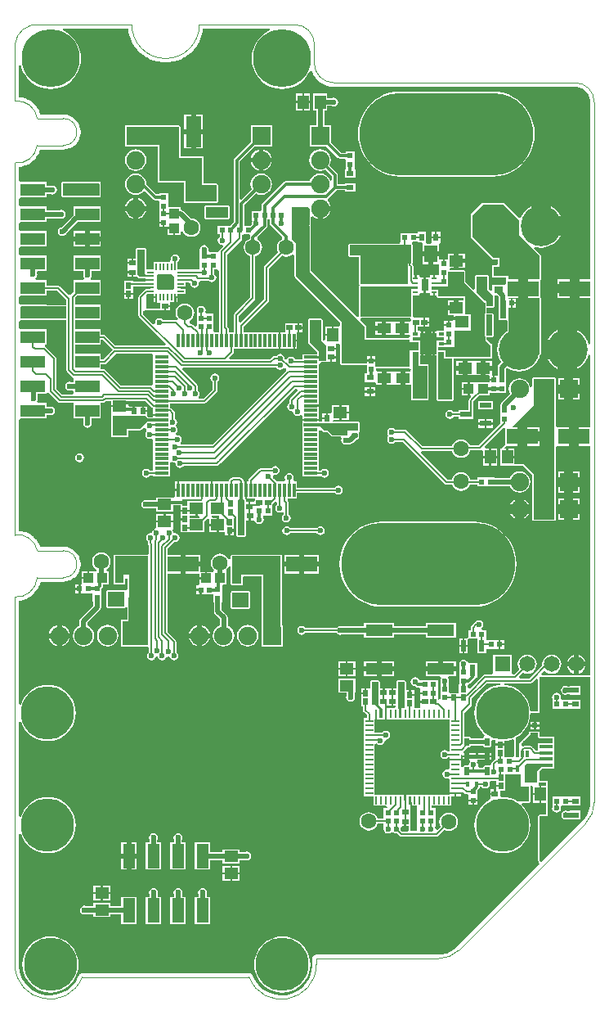
<source format=gtl>
G04 Layer_Physical_Order=1*
G04 Layer_Color=255*
%FSLAX44Y44*%
%MOMM*%
G71*
G01*
G75*
%ADD10R,0.5900X0.6000*%
%ADD11R,0.8000X0.6000*%
%ADD12R,0.6000X0.5900*%
%ADD13R,0.3000X0.6600*%
%ADD14R,3.2200X1.6300*%
%ADD15R,1.0500X1.0200*%
%ADD16R,1.4700X1.1500*%
%ADD17R,0.6400X0.6300*%
%ADD18R,1.3500X1.8200*%
%ADD19R,1.4700X1.1100*%
%ADD20R,1.1500X1.4700*%
%ADD21R,0.6300X0.6400*%
%ADD22R,1.9000X1.7500*%
%ADD23R,1.8000X1.1500*%
%ADD24R,1.4000X0.4000*%
%ADD25R,1.2600X0.6100*%
%ADD26R,0.5000X0.4000*%
%ADD27R,1.1000X1.6000*%
%ADD28R,0.6000X0.8000*%
%ADD29R,0.6000X0.5000*%
%ADD30R,0.5000X0.6000*%
%ADD31R,0.9800X3.4000*%
%ADD32C,0.7200*%
%ADD33R,0.9720X0.8020*%
%ADD34R,0.4000X0.6000*%
%ADD35R,0.6000X1.2100*%
G04:AMPARAMS|DCode=36|XSize=0.59mm|YSize=0.6mm|CornerRadius=0.1475mm|HoleSize=0mm|Usage=FLASHONLY|Rotation=90.000|XOffset=0mm|YOffset=0mm|HoleType=Round|Shape=RoundedRectangle|*
%AMROUNDEDRECTD36*
21,1,0.5900,0.3050,0,0,90.0*
21,1,0.2950,0.6000,0,0,90.0*
1,1,0.2950,0.1525,0.1475*
1,1,0.2950,0.1525,-0.1475*
1,1,0.2950,-0.1525,-0.1475*
1,1,0.2950,-0.1525,0.1475*
%
%ADD36ROUNDEDRECTD36*%
%ADD37R,1.4000X1.2000*%
%ADD38R,1.6300X3.2200*%
%ADD39R,1.0200X1.0500*%
%ADD40R,0.9300X0.7900*%
%ADD41R,2.6000X0.4000*%
%ADD42R,1.7000X2.1500*%
%ADD43R,0.6000X0.3500*%
%ADD44R,0.5000X0.2800*%
%ADD45R,0.7000X1.3000*%
%ADD46R,2.8000X1.2000*%
%ADD47R,0.3000X1.4500*%
%ADD48R,1.4500X0.3000*%
%ADD49R,1.3000X2.5000*%
%ADD50R,2.5000X1.3000*%
%ADD51R,1.7000X1.7000*%
%ADD52R,0.8500X0.2800*%
%ADD53R,0.2800X0.8500*%
%ADD54R,0.2200X0.7000*%
%ADD55R,0.7000X0.2200*%
%ADD56R,0.5000X0.5000*%
%ADD57C,0.2000*%
%ADD58C,0.3000*%
%ADD59C,0.5000*%
%ADD60C,0.1000*%
%ADD61O,1.9000X1.0500*%
%ADD62R,1.9000X1.9000*%
%ADD63C,1.9000*%
%ADD64R,1.6500X1.6500*%
%ADD65C,1.6500*%
%ADD66C,6.0000*%
%ADD67C,5.5000*%
%ADD68O,18.0000X8.5000*%
%ADD69C,4.2000*%
%ADD70R,1.9000X1.9000*%
%ADD71C,0.6000*%
%ADD72C,1.6000*%
G36*
X134000Y750500D02*
X135500Y749000D01*
X143500D01*
Y747000D01*
X129000D01*
X127000Y749000D01*
Y775500D01*
X134000D01*
Y750500D01*
D02*
G37*
G36*
X541876Y330943D02*
Y297624D01*
X533840D01*
X533705Y297706D01*
X533481Y300551D01*
X532416Y304989D01*
X530669Y309206D01*
X528284Y313099D01*
X525320Y316569D01*
X521848Y319534D01*
X517956Y321919D01*
X513739Y323666D01*
X509301Y324731D01*
X506511Y324951D01*
X506590Y326951D01*
X534000D01*
X534976Y327145D01*
X535802Y327698D01*
X539876Y331772D01*
X541876Y330943D01*
D02*
G37*
G36*
X595922Y203426D02*
Y202153D01*
X595672Y199618D01*
X595175Y197120D01*
X594436Y194683D01*
X593461Y192330D01*
X592261Y190083D01*
X590846Y187966D01*
X589230Y185997D01*
X588330Y185097D01*
X588330Y185097D01*
X588329Y185097D01*
X545348Y142115D01*
X543500Y142880D01*
Y189500D01*
X551500D01*
Y226000D01*
X543500D01*
Y236254D01*
X545622Y238376D01*
X556950D01*
X557248Y238500D01*
X558700D01*
Y245000D01*
Y251500D01*
Y258000D01*
Y264500D01*
Y271500D01*
X543500D01*
Y277000D01*
X543000D01*
Y277000D01*
X534000D01*
Y277000D01*
X532500D01*
X532500Y275000D01*
X522500Y265000D01*
X522500Y250105D01*
X522395Y250000D01*
X519000D01*
X519000Y270720D01*
X521848Y272466D01*
X525320Y275431D01*
X528284Y278902D01*
X530669Y282794D01*
X532416Y287011D01*
X533481Y291449D01*
X533840Y296000D01*
X543500D01*
Y333000D01*
X595922D01*
Y203426D01*
D02*
G37*
G36*
X210000Y755000D02*
X211451Y753675D01*
Y690000D01*
X207086D01*
X205500Y691000D01*
Y698100D01*
X205500Y699900D01*
X205500Y701900D01*
Y709000D01*
X198479D01*
X197487Y710396D01*
X197290Y711000D01*
X197588Y712500D01*
X197239Y714256D01*
X196244Y715744D01*
X194756Y716739D01*
X193000Y717088D01*
X191244Y716739D01*
X189756Y715744D01*
X188761Y714256D01*
X188412Y712500D01*
X188710Y711000D01*
X188500Y709000D01*
X188500D01*
Y701900D01*
X188500Y700100D01*
X188500Y698100D01*
Y696218D01*
X186652Y695452D01*
X184302Y697802D01*
X183475Y698355D01*
X182500Y698549D01*
X181472D01*
X180635Y699544D01*
X180718Y700699D01*
X181073Y701918D01*
X182775Y703225D01*
X184298Y705209D01*
X185256Y707520D01*
X185582Y710000D01*
X185256Y712480D01*
X184298Y714791D01*
X182775Y716776D01*
X180791Y718298D01*
X178480Y719256D01*
X176000Y719582D01*
X173520Y719256D01*
X171209Y718298D01*
X169225Y716776D01*
X167702Y714791D01*
X166744Y712480D01*
X166418Y710000D01*
X166744Y707520D01*
X167702Y705209D01*
X168647Y703978D01*
X167671Y702626D01*
X167352Y702380D01*
X166500Y702549D01*
X153209D01*
X152744Y703244D01*
X151256Y704239D01*
X149500Y704588D01*
X147744Y704239D01*
X146256Y703244D01*
X145261Y701756D01*
X144912Y700000D01*
X145047Y699321D01*
X143204Y698336D01*
X132999Y708541D01*
Y712099D01*
X134852Y712852D01*
X136000Y712376D01*
X142100D01*
Y712350D01*
X154700D01*
Y717000D01*
X155700D01*
Y718000D01*
X160400D01*
Y721200D01*
X165000D01*
Y726200D01*
X166000D01*
Y727200D01*
X168600D01*
Y729400D01*
X176800D01*
Y735000D01*
X171800D01*
Y737000D01*
X176800D01*
Y741451D01*
X179562D01*
X181412Y740500D01*
X181761Y738744D01*
X182756Y737256D01*
X184244Y736261D01*
X186000Y735912D01*
X187756Y736261D01*
X189244Y737256D01*
X190239Y738744D01*
X190588Y740500D01*
X190399Y741451D01*
X191500Y743194D01*
X191846Y743451D01*
X200391D01*
X200756Y742906D01*
X202244Y741911D01*
X204000Y741562D01*
X205756Y741911D01*
X207244Y742906D01*
X208239Y744394D01*
X208588Y746150D01*
X208239Y747906D01*
X207244Y749394D01*
X206549Y749859D01*
Y755000D01*
X210000D01*
D02*
G37*
G36*
X392050Y303350D02*
X394057D01*
X394166Y302529D01*
X392390Y301000D01*
X383251D01*
X383017Y301350D01*
X384086Y303350D01*
X386650D01*
Y303350D01*
X390050D01*
Y308000D01*
X392050D01*
Y303350D01*
D02*
G37*
G36*
X164750Y746950D02*
Y735550D01*
Y735252D01*
X164522Y734700D01*
X164100Y734278D01*
X163548Y734050D01*
X148452D01*
X147900Y734278D01*
X147478Y734700D01*
X147250Y735252D01*
Y735550D01*
Y748450D01*
Y748748D01*
X147478Y749300D01*
X147900Y749722D01*
X148452Y749950D01*
X161750D01*
X164750Y746950D01*
D02*
G37*
G36*
X410000Y761000D02*
Y760750D01*
X406750D01*
Y754948D01*
X407000Y754344D01*
Y753350D01*
X407000D01*
Y740350D01*
X406750D01*
Y740000D01*
X358000D01*
Y760000D01*
Y769000D01*
X347000D01*
Y780000D01*
X410000D01*
Y761000D01*
D02*
G37*
G36*
X491500Y262000D02*
X486500D01*
Y264000D01*
X470500D01*
Y262000D01*
X465500D01*
Y270000D01*
X470500D01*
Y268000D01*
X486500D01*
Y270000D01*
X491500D01*
Y262000D01*
D02*
G37*
G36*
X541876Y271500D02*
X542352Y270352D01*
X543500Y269876D01*
X557076D01*
Y265000D01*
X541700D01*
Y257549D01*
X539278D01*
X535774Y261052D01*
X534947Y261605D01*
X533972Y261799D01*
X526950D01*
X526215Y261653D01*
X524529Y262792D01*
X524397Y264601D01*
X533648Y273852D01*
X533879Y274409D01*
X534123Y275000D01*
X534123Y275376D01*
X541876D01*
Y271500D01*
D02*
G37*
G36*
X243554Y789384D02*
X243633Y789000D01*
X243441Y788035D01*
X243441Y788035D01*
Y786516D01*
X241709Y785798D01*
X239725Y784275D01*
X238202Y782291D01*
X237244Y779980D01*
X236918Y777500D01*
X237244Y775020D01*
X238202Y772709D01*
X239725Y770724D01*
X241709Y769202D01*
X243951Y768273D01*
Y726056D01*
X227198Y709302D01*
X226645Y708475D01*
X226451Y707500D01*
Y690000D01*
X221549D01*
Y693000D01*
X221355Y693975D01*
X220802Y694802D01*
X220049Y695556D01*
Y770444D01*
X234752Y785148D01*
X235305Y785975D01*
X235499Y786950D01*
Y790761D01*
X237400Y791000D01*
X237600D01*
Y791000D01*
X242467D01*
X243554Y789384D01*
D02*
G37*
G36*
X502989Y324951D02*
X500199Y324731D01*
X495761Y323666D01*
X491544Y321919D01*
X487651Y319534D01*
X484180Y316569D01*
X481216Y313099D01*
X478831Y309206D01*
X477084Y304989D01*
X476018Y300551D01*
X475660Y296000D01*
X476018Y291449D01*
X477084Y287011D01*
X478831Y282794D01*
X481216Y278902D01*
X484180Y275431D01*
X486363Y273567D01*
X486390Y273179D01*
X485866Y271361D01*
X485352Y271148D01*
X484876Y270000D01*
Y269624D01*
X472124D01*
Y270000D01*
X471648Y271148D01*
X470500Y271624D01*
X465549D01*
Y296444D01*
X472302Y303198D01*
X472855Y304025D01*
X473049Y305000D01*
Y310944D01*
X489056Y326951D01*
X502910D01*
X502989Y324951D01*
D02*
G37*
G36*
X403500Y301000D02*
X400500D01*
Y291000D01*
X397500D01*
X397500Y300500D01*
X396500Y301500D01*
X396500Y328000D01*
X403500D01*
Y301000D01*
D02*
G37*
G36*
X376500Y304000D02*
X380500Y300000D01*
X380500Y291000D01*
X377500Y291000D01*
X377500Y300500D01*
X373500Y304500D01*
X369500D01*
Y328000D01*
X376500D01*
X376500Y304000D01*
D02*
G37*
G36*
X288749Y769995D02*
X289376Y769526D01*
X289376Y748000D01*
X289852Y746852D01*
X336876Y699827D01*
Y697528D01*
X334876Y695850D01*
X329850D01*
Y687000D01*
X328850D01*
Y686000D01*
X321600D01*
Y682102D01*
X319634Y681226D01*
X318624Y682029D01*
X318624Y702500D01*
X318148Y703648D01*
X317000Y704124D01*
X305000D01*
X303852Y703648D01*
X303376Y702500D01*
X303376Y680000D01*
X303852Y678852D01*
X303900Y678804D01*
Y678150D01*
X304554D01*
X312876Y669827D01*
Y667000D01*
X297500D01*
Y661549D01*
X290280D01*
X290239Y661756D01*
X289244Y663244D01*
X287756Y664239D01*
X286000Y664588D01*
X284244Y664239D01*
X282756Y663244D01*
X282411Y662729D01*
X280171Y662253D01*
X279213Y662914D01*
X279082Y663029D01*
X278739Y664756D01*
X277744Y666244D01*
X276256Y667239D01*
X274500Y667588D01*
X272744Y667239D01*
X271256Y666244D01*
X270791Y665549D01*
X269000D01*
X268025Y665355D01*
X267198Y664802D01*
X263944Y661549D01*
X222267D01*
X221502Y663397D01*
X225802Y667698D01*
X226355Y668525D01*
X226549Y669500D01*
Y672500D01*
X273000D01*
Y681250D01*
Y690000D01*
X236549D01*
Y695444D01*
X262302Y721198D01*
X262855Y722025D01*
X263049Y723000D01*
Y755944D01*
X276278Y769173D01*
X278520Y768244D01*
X281000Y767918D01*
X283480Y768244D01*
X285791Y769202D01*
X287376Y770418D01*
X288749Y769995D01*
D02*
G37*
G36*
X53451Y723444D02*
Y718123D01*
X32750Y718123D01*
Y718300D01*
X6078D01*
X4750Y718300D01*
X4078Y720022D01*
Y725978D01*
X6078Y727700D01*
X32750D01*
Y733151D01*
X43744D01*
X53451Y723444D01*
D02*
G37*
G36*
X143000Y667000D02*
Y656000D01*
Y646000D01*
Y635775D01*
X142349Y635246D01*
X141000Y634530D01*
X140400Y634649D01*
X109956D01*
X98302Y646302D01*
X98302Y646302D01*
X93802Y650802D01*
X92976Y651355D01*
X92000Y651549D01*
X88750D01*
Y656951D01*
X92500D01*
X93476Y657145D01*
X94302Y657698D01*
X104406Y667801D01*
X141332D01*
X143000Y667000D01*
D02*
G37*
G36*
X53451Y702376D02*
Y650550D01*
X53645Y649575D01*
X54198Y648748D01*
X59248Y643698D01*
X59451Y643562D01*
X60265Y642645D01*
X60750Y641374D01*
X60750Y638078D01*
X58496D01*
X58256Y638239D01*
X56500Y638588D01*
X54744Y638239D01*
X53256Y637244D01*
X52261Y635756D01*
X51912Y634000D01*
X52261Y632244D01*
X53256Y630756D01*
X54744Y629761D01*
X56500Y629412D01*
X58256Y629761D01*
X58496Y629922D01*
X59336D01*
X60750Y628507D01*
X60750Y626100D01*
X58978Y625549D01*
X49005D01*
X43049Y631506D01*
Y662500D01*
X42855Y663475D01*
X42302Y664302D01*
X32302Y674302D01*
X31476Y674855D01*
X31249Y674900D01*
X31446Y676900D01*
X32750D01*
Y692900D01*
X6078D01*
X4750Y692900D01*
X4078Y694622D01*
Y700578D01*
X6078Y702300D01*
X32750D01*
Y702376D01*
X53451Y702376D01*
D02*
G37*
G36*
X304905Y818000D02*
X305000Y817279D01*
X305000Y800943D01*
X304912Y800500D01*
X305000Y800057D01*
X305000Y752850D01*
X362500Y695350D01*
X362500Y682500D01*
X408500D01*
Y679750D01*
X417750D01*
Y671374D01*
X411750D01*
X411452Y671250D01*
X408750D01*
Y654500D01*
X373500D01*
Y656100D01*
Y659550D01*
X369000D01*
X364500D01*
Y657250D01*
X338500D01*
X338500Y700500D01*
X291000Y748000D01*
X291000Y781500D01*
X286500Y786000D01*
X286500Y819293D01*
X287000Y819500D01*
X303316D01*
X304905Y818000D01*
D02*
G37*
G36*
X417750Y660750D02*
X417750Y654750D01*
X426500Y654750D01*
X426500Y621000D01*
X411750Y621000D01*
X411750Y669750D01*
X417750D01*
Y660750D01*
D02*
G37*
G36*
X271255Y652254D02*
X272744Y651260D01*
X274499Y650910D01*
X276255Y651260D01*
X277744Y652254D01*
X280074Y652596D01*
X280429Y652312D01*
X280414Y650019D01*
X204443Y574048D01*
X172288D01*
X171771Y574894D01*
X171439Y576048D01*
X172239Y577244D01*
X172588Y579000D01*
X172239Y580756D01*
X171244Y582244D01*
X169756Y583239D01*
X168000Y583588D01*
X167431Y583475D01*
X166651Y585359D01*
X167244Y585756D01*
X168239Y587244D01*
X168588Y589000D01*
X168239Y590756D01*
X167734Y591511D01*
X166744Y593256D01*
X167739Y594744D01*
X168088Y596500D01*
X167739Y598256D01*
X166744Y599744D01*
X166049Y600209D01*
Y606000D01*
X165855Y606976D01*
X165302Y607802D01*
X162302Y610802D01*
X161476Y611355D01*
X160500Y611549D01*
Y616451D01*
X196500D01*
X197475Y616645D01*
X198302Y617198D01*
X208802Y627698D01*
X209355Y628525D01*
X209549Y629500D01*
Y638791D01*
X210244Y639256D01*
X211239Y640744D01*
X211588Y642500D01*
X211239Y644256D01*
X210244Y645744D01*
X208756Y646739D01*
X207000Y647088D01*
X205244Y646739D01*
X203756Y645744D01*
X202761Y644256D01*
X202412Y642500D01*
X202761Y640744D01*
X203756Y639256D01*
X204451Y638791D01*
Y630556D01*
X195444Y621549D01*
X190790D01*
X190273Y622393D01*
X189940Y623549D01*
X190739Y624744D01*
X191088Y626500D01*
X190739Y628256D01*
X189744Y629744D01*
X189049Y630209D01*
Y634277D01*
X188855Y635252D01*
X188302Y636079D01*
X173431Y650951D01*
X174259Y652951D01*
X270790D01*
X271255Y652254D01*
D02*
G37*
G36*
X138000Y600500D02*
X159000D01*
Y597550D01*
X139193Y597550D01*
X139000Y597588D01*
X138807Y597550D01*
X137050Y597550D01*
X129500Y590000D01*
X116000Y590000D01*
Y582950D01*
X101000Y582950D01*
X101000Y603000D01*
X135500Y603000D01*
X138000Y600500D01*
D02*
G37*
G36*
X141848Y612198D02*
X142675Y611645D01*
X143000Y611581D01*
Y605000D01*
X151750D01*
Y603000D01*
X143000D01*
Y602124D01*
X138673D01*
X137150Y603646D01*
Y607450D01*
X132500D01*
Y608450D01*
X131500D01*
Y613150D01*
X127850D01*
Y613150D01*
X127650D01*
Y613150D01*
X124000D01*
Y608450D01*
X122000D01*
Y613150D01*
X118350D01*
X117350Y614736D01*
Y619051D01*
X134995D01*
X141848Y612198D01*
D02*
G37*
G36*
X53451Y716500D02*
Y704000D01*
X6500Y704000D01*
Y716500D01*
X53451Y716500D01*
D02*
G37*
G36*
X417500Y734500D02*
X410750D01*
Y706250D01*
X358000D01*
Y737500D01*
X417500D01*
Y734500D01*
D02*
G37*
G36*
X143400Y727200D02*
X146000D01*
Y726200D01*
X147000D01*
Y721200D01*
X147000D01*
Y719998D01*
X150000D01*
Y714000D01*
X136000D01*
Y728395D01*
X137005Y729400D01*
X143400D01*
Y727200D01*
D02*
G37*
G36*
X408817Y704626D02*
X409709Y704626D01*
X410210Y702901D01*
X409185Y701050D01*
X408350D01*
X403500D01*
Y694000D01*
Y686950D01*
X408789Y686950D01*
X409149Y685954D01*
X409045Y685663D01*
X407765Y684124D01*
X364124D01*
X364123Y695350D01*
X363648Y696498D01*
X357367Y702779D01*
X357670Y703664D01*
X358348Y704626D01*
X408817D01*
D02*
G37*
G36*
X317000Y681000D02*
X322000Y676000D01*
Y660500D01*
X315500Y660550D01*
X315000Y661050D01*
Y663000D01*
X306250D01*
Y665000D01*
X315000D01*
Y667000D01*
X314500D01*
Y667500D01*
Y670500D01*
X305000Y680000D01*
X305000Y702500D01*
X317000D01*
X317000Y681000D01*
D02*
G37*
G36*
X101398Y672048D02*
X101402Y672006D01*
X91444Y662049D01*
X88750D01*
Y667500D01*
X62049D01*
Y676900D01*
X88750D01*
Y682451D01*
X90994D01*
X101398Y672048D01*
D02*
G37*
G36*
X263891Y802565D02*
X263891Y802565D01*
X264124Y801394D01*
X264787Y800402D01*
X276928Y788261D01*
X276459Y785902D01*
X276209Y785798D01*
X274224Y784275D01*
X272702Y782291D01*
X271744Y779980D01*
X271418Y777500D01*
X271744Y775020D01*
X272673Y772778D01*
X258698Y758802D01*
X258145Y757975D01*
X257951Y757000D01*
Y724056D01*
X233549Y699654D01*
X231549Y700482D01*
Y706444D01*
X248302Y723198D01*
X248855Y724025D01*
X249049Y725000D01*
Y768273D01*
X251291Y769202D01*
X253275Y770724D01*
X254798Y772709D01*
X255755Y775020D01*
X256082Y777500D01*
X255755Y779980D01*
X254798Y782291D01*
X253275Y784275D01*
X251362Y785743D01*
X251288Y785818D01*
X250911Y788120D01*
X260713Y797922D01*
X261376Y798915D01*
X261609Y800085D01*
Y806500D01*
X263891D01*
Y802565D01*
D02*
G37*
G36*
X264260Y1001922D02*
X262405Y1001153D01*
X258178Y998563D01*
X254407Y995343D01*
X251187Y991572D01*
X248596Y987345D01*
X246699Y982764D01*
X245542Y977943D01*
X245153Y973000D01*
X245542Y968057D01*
X246699Y963236D01*
X248596Y958655D01*
X251187Y954427D01*
X254407Y950657D01*
X258178Y947437D01*
X262405Y944846D01*
X266986Y942949D01*
X271807Y941792D01*
X276750Y941403D01*
X281693Y941792D01*
X286514Y942949D01*
X291095Y944846D01*
X295322Y947437D01*
X299093Y950657D01*
X302313Y954427D01*
X304904Y958655D01*
X305326Y959675D01*
X307491Y959675D01*
X308594Y957011D01*
X308817Y956677D01*
X308971Y956306D01*
X311149Y953046D01*
X311433Y952762D01*
X311656Y952428D01*
X314428Y949656D01*
X314762Y949433D01*
X315046Y949149D01*
X318306Y946971D01*
X318677Y946817D01*
X319011Y946594D01*
X322634Y945093D01*
X323027Y945015D01*
X323399Y944861D01*
X327244Y944096D01*
X327546D01*
X327840Y944023D01*
X329800Y943927D01*
X329900Y943942D01*
X330000Y943922D01*
X580000D01*
X581568Y943922D01*
X584644Y943310D01*
X587542Y942110D01*
X590149Y940367D01*
X592367Y938150D01*
X594110Y935542D01*
X595310Y932644D01*
X595922Y929568D01*
X595922Y928000D01*
Y744650D01*
X584500D01*
Y735000D01*
Y725350D01*
X595922D01*
Y677540D01*
X593922Y677244D01*
X592888Y680652D01*
X590799Y684561D01*
X587987Y687987D01*
X584561Y690799D01*
X582000Y692167D01*
Y672000D01*
Y651833D01*
X584561Y653201D01*
X587987Y656013D01*
X590799Y659439D01*
X592888Y663348D01*
X593922Y666756D01*
X595922Y666460D01*
Y591650D01*
X583500D01*
Y582000D01*
Y572350D01*
X595922D01*
Y334624D01*
X545557D01*
X544728Y336624D01*
X547731Y339626D01*
X548946Y339546D01*
X550983Y337983D01*
X553355Y337001D01*
X555900Y336666D01*
X558445Y337001D01*
X560817Y337983D01*
X562854Y339546D01*
X564417Y341583D01*
X565399Y343955D01*
X565734Y346500D01*
X565399Y349045D01*
X564417Y351417D01*
X562854Y353454D01*
X560817Y355017D01*
X558445Y355999D01*
X555900Y356334D01*
X553355Y355999D01*
X550983Y355017D01*
X548946Y353454D01*
X547383Y351417D01*
X546401Y349045D01*
X546066Y346500D01*
X546221Y345325D01*
X532944Y332049D01*
X522767D01*
X522001Y333897D01*
X525940Y337835D01*
X527955Y337001D01*
X530500Y336666D01*
X533045Y337001D01*
X535417Y337983D01*
X537454Y339546D01*
X539017Y341583D01*
X539999Y343955D01*
X540334Y346500D01*
X539999Y349045D01*
X539017Y351417D01*
X537454Y353454D01*
X535417Y355017D01*
X533045Y355999D01*
X530500Y356334D01*
X527955Y355999D01*
X525583Y355017D01*
X523546Y353454D01*
X521983Y351417D01*
X521001Y349045D01*
X520666Y346500D01*
X521001Y343955D01*
X521983Y341583D01*
X522198Y341303D01*
X516794Y335899D01*
X516497D01*
X514850Y336750D01*
X514850Y337899D01*
Y356250D01*
X495350D01*
Y337899D01*
X495350Y336750D01*
X493703Y335899D01*
X486750D01*
X485775Y335705D01*
X484948Y335152D01*
X470998Y321203D01*
X469150Y321968D01*
Y324787D01*
X469784Y326021D01*
X470760Y326592D01*
X471171Y326674D01*
X472163Y327337D01*
X476163Y331337D01*
X476163Y331337D01*
X476826Y332329D01*
X476939Y332900D01*
X478500D01*
Y348000D01*
X470674D01*
X469296Y348182D01*
X468040Y349302D01*
X467744Y349744D01*
X466256Y350739D01*
X464500Y351088D01*
X462744Y350739D01*
X461256Y349744D01*
X460261Y348256D01*
X459912Y346500D01*
X460210Y345000D01*
X460000Y343000D01*
X460000Y343000D01*
Y335900D01*
X460000Y334100D01*
X460000Y332100D01*
Y325650D01*
X459850D01*
Y318460D01*
X459150Y316750D01*
X451500D01*
X449850Y316750D01*
X449500Y318605D01*
Y325500D01*
X449500D01*
X449076Y327500D01*
X449239Y327744D01*
X449588Y329500D01*
X449239Y331256D01*
X448742Y332000D01*
X449691Y334000D01*
X456500D01*
Y339000D01*
X441000D01*
X425500D01*
Y334000D01*
X440309D01*
X441258Y332000D01*
X440761Y331256D01*
X440412Y329500D01*
X440761Y327744D01*
X440924Y327500D01*
X440500Y325500D01*
X440500Y325500D01*
Y318400D01*
X440500Y316600D01*
X440500Y314600D01*
Y310873D01*
X440396Y310697D01*
X438500Y309755D01*
X438150Y310020D01*
Y312200D01*
X438000D01*
Y320950D01*
X438000D01*
Y321000D01*
X438000D01*
Y330000D01*
X430900D01*
X429100Y330000D01*
X427100Y330000D01*
X420000D01*
X418348Y330841D01*
X417744Y331744D01*
X416256Y332739D01*
X414500Y333088D01*
X412744Y332739D01*
X411256Y331744D01*
X410261Y330256D01*
X409912Y328500D01*
X410261Y326744D01*
X411256Y325256D01*
X412744Y324261D01*
X414500Y323912D01*
X414719Y323955D01*
X415337Y323337D01*
X415337Y323337D01*
X416329Y322674D01*
X417500Y322441D01*
X417500Y322441D01*
X418772D01*
X420000Y320950D01*
X420000Y319000D01*
Y317450D01*
X424450D01*
Y315450D01*
X420000D01*
Y312200D01*
X419850D01*
Y308550D01*
X424550D01*
Y306550D01*
X419850D01*
Y302900D01*
X419850D01*
X419609Y301000D01*
X415505D01*
X413650Y301350D01*
Y310250D01*
Y313950D01*
X409000D01*
Y314950D01*
X408000D01*
Y319650D01*
X405124D01*
Y328000D01*
X404648Y329148D01*
X403500Y329624D01*
X396500D01*
X395352Y329148D01*
X394876Y328000D01*
Y321650D01*
X392050D01*
Y317000D01*
X390050D01*
Y321650D01*
X386350D01*
Y321650D01*
X382950D01*
Y317000D01*
X380950D01*
Y321650D01*
X378124D01*
X378124Y328000D01*
X377648Y329148D01*
X376500Y329624D01*
X369500D01*
X368352Y329148D01*
X367876Y328000D01*
Y323056D01*
X367650Y321150D01*
X364000D01*
Y316450D01*
X363000D01*
Y315450D01*
X358350D01*
Y311750D01*
Y302850D01*
X360451D01*
Y299000D01*
X360645Y298025D01*
X361198Y297198D01*
X364201Y294194D01*
Y290900D01*
X361000D01*
Y280100D01*
Y270100D01*
Y260100D01*
Y250100D01*
Y240100D01*
Y230100D01*
Y220100D01*
Y210100D01*
X371100D01*
Y200000D01*
X384418D01*
X385465Y198000D01*
X385117Y197500D01*
X381750D01*
Y188600D01*
X381750D01*
Y188499D01*
X381511Y186499D01*
X375677D01*
X374748Y188741D01*
X373226Y190725D01*
X371241Y192248D01*
X368930Y193206D01*
X366450Y193532D01*
X363970Y193206D01*
X361659Y192248D01*
X359675Y190725D01*
X358152Y188741D01*
X357195Y186430D01*
X356868Y183950D01*
X357195Y181470D01*
X358152Y179159D01*
X359675Y177175D01*
X361659Y175652D01*
X363970Y174694D01*
X366450Y174368D01*
X368930Y174694D01*
X371241Y175652D01*
X373226Y177175D01*
X374748Y179159D01*
X375677Y181401D01*
X381750D01*
Y179500D01*
X381750Y179500D01*
X381960Y177500D01*
X381662Y176000D01*
X382011Y174244D01*
X383006Y172756D01*
X384494Y171761D01*
X386250Y171412D01*
X388006Y171761D01*
X389494Y172756D01*
X391756D01*
X393244Y171761D01*
X395000Y171412D01*
X395403Y171492D01*
X398198Y168698D01*
X399025Y168145D01*
X400000Y167951D01*
X436500D01*
X437476Y168145D01*
X438302Y168698D01*
X444646Y175041D01*
X446570Y174244D01*
X449050Y173918D01*
X451530Y174244D01*
X453841Y175202D01*
X455826Y176724D01*
X457348Y178709D01*
X458306Y181020D01*
X458632Y183500D01*
X458306Y185980D01*
X457348Y188291D01*
X455826Y190275D01*
X453841Y191798D01*
X451530Y192755D01*
X449050Y193082D01*
X446570Y192755D01*
X444259Y191798D01*
X442275Y190275D01*
X440752Y188291D01*
X439795Y185980D01*
X439468Y183500D01*
X439795Y181020D01*
X440752Y178709D01*
X440905Y178510D01*
X437249Y174854D01*
X435406Y175839D01*
X435438Y176000D01*
X435140Y177500D01*
X435350Y179500D01*
X435350D01*
Y188400D01*
X435350D01*
Y188600D01*
X435350D01*
Y197500D01*
X431549D01*
Y200000D01*
X451900D01*
Y210100D01*
X455250D01*
Y212000D01*
X450500D01*
Y211500D01*
X410798D01*
X410500Y211624D01*
X407500D01*
X407201Y211500D01*
X405000D01*
Y205750D01*
X403000D01*
Y211500D01*
X372500D01*
Y215100D01*
Y225100D01*
Y235100D01*
Y245100D01*
Y255100D01*
Y264032D01*
X374500Y264638D01*
X374756Y264256D01*
X376244Y263261D01*
X378000Y262912D01*
X379756Y263261D01*
X381244Y264256D01*
X382239Y265744D01*
X382426Y266686D01*
X384000Y268412D01*
X385756Y268761D01*
X387244Y269756D01*
X388239Y271244D01*
X388588Y273000D01*
X388239Y274756D01*
X387244Y276244D01*
X385756Y277239D01*
X384000Y277588D01*
X382244Y277239D01*
X380756Y276244D01*
X380291Y275549D01*
X372500D01*
Y280100D01*
Y289500D01*
X373000D01*
Y295250D01*
X375000D01*
Y289500D01*
X377202D01*
X377500Y289376D01*
X380500Y289376D01*
X380798Y289500D01*
X383000D01*
Y295250D01*
X385000D01*
Y289500D01*
X397202D01*
X397500Y289376D01*
X400500D01*
X400798Y289500D01*
X450500D01*
Y285100D01*
Y275100D01*
Y265100D01*
Y256016D01*
X449233Y255876D01*
X448500Y255862D01*
X448244Y256244D01*
X446756Y257239D01*
X445000Y257588D01*
X443244Y257239D01*
X441756Y256244D01*
X440761Y254756D01*
X440412Y253000D01*
X440761Y251244D01*
X441756Y249756D01*
X443244Y248761D01*
X445000Y248412D01*
X446756Y248761D01*
X448244Y249756D01*
X448500Y250138D01*
X449233Y250124D01*
X450500Y249984D01*
Y249000D01*
X462000D01*
Y253010D01*
X463466Y252000D01*
X465500D01*
Y254500D01*
X465362D01*
X464861Y255303D01*
X464605Y256500D01*
X468481Y260376D01*
X470500D01*
X471648Y260852D01*
X472124Y262000D01*
Y262376D01*
X484876D01*
Y262000D01*
X485352Y260852D01*
X486500Y260376D01*
X491500D01*
X492648Y260852D01*
X493124Y262000D01*
Y267626D01*
X494786Y268738D01*
X495761Y268334D01*
X497850Y267833D01*
Y264450D01*
X502500D01*
X507150D01*
Y267099D01*
X509301Y267269D01*
X513739Y268334D01*
X515713Y269152D01*
X517376Y268041D01*
X517376Y251930D01*
X516000Y250500D01*
X507150D01*
Y258750D01*
Y262450D01*
X502500D01*
X497850D01*
Y258750D01*
Y249850D01*
X497850D01*
X497183Y248127D01*
X496698Y247802D01*
X494198Y245302D01*
X493645Y244475D01*
X493451Y243500D01*
Y242958D01*
X491500Y241624D01*
X486500D01*
X485352Y241148D01*
X484876Y240000D01*
Y239624D01*
X480712D01*
X479414Y241624D01*
X479588Y242500D01*
X479239Y244256D01*
X478408Y245500D01*
X478686Y246543D01*
X479217Y247500D01*
X486500D01*
Y249000D01*
X470500D01*
Y247500D01*
X470783D01*
X471314Y246543D01*
X471592Y245500D01*
X470761Y244256D01*
X470412Y242500D01*
X468547Y241624D01*
X465500D01*
X464352Y241148D01*
X463876Y240000D01*
X462000Y240298D01*
Y247000D01*
X450500D01*
Y238630D01*
X448500Y237389D01*
X447500Y237588D01*
X445744Y237239D01*
X444256Y236244D01*
X443261Y234756D01*
X442912Y233000D01*
X443261Y231244D01*
X444256Y229756D01*
X445744Y228761D01*
X447500Y228412D01*
X448500Y228611D01*
X450500Y227370D01*
Y220100D01*
Y214000D01*
X462925D01*
X464000Y214445D01*
X465698Y212748D01*
X466525Y212195D01*
X467500Y212001D01*
X468586D01*
X470000Y210587D01*
X470000Y208100D01*
Y206450D01*
X474500D01*
X479000D01*
Y208100D01*
X479000Y209900D01*
X479000Y211900D01*
Y216174D01*
X480163Y217337D01*
X480163Y217337D01*
X480606Y218000D01*
X481500D01*
Y219484D01*
X483500Y219638D01*
X483756Y219256D01*
X485244Y218261D01*
X487000Y217912D01*
X488756Y218261D01*
X490244Y219256D01*
X491239Y220744D01*
X491588Y222500D01*
X491399Y223451D01*
X492663Y225451D01*
X498800D01*
Y221550D01*
X503450D01*
Y219550D01*
X498800D01*
Y217150D01*
X498050D01*
Y212500D01*
X497050D01*
Y211500D01*
X492350D01*
Y207850D01*
X492350D01*
X491864Y206052D01*
X491544Y205919D01*
X487651Y203534D01*
X484180Y200569D01*
X481216Y197099D01*
X478831Y193206D01*
X477084Y188989D01*
X476018Y184551D01*
X475660Y180000D01*
X476018Y175449D01*
X477084Y171011D01*
X478831Y166794D01*
X481216Y162901D01*
X484180Y159431D01*
X487651Y156466D01*
X491544Y154081D01*
X495761Y152334D01*
X500199Y151269D01*
X504750Y150910D01*
X509301Y151269D01*
X513739Y152334D01*
X517956Y154081D01*
X521848Y156466D01*
X525320Y159431D01*
X528284Y162901D01*
X530669Y166794D01*
X532416Y171011D01*
X533481Y175449D01*
X533840Y180000D01*
X533481Y184551D01*
X532416Y188989D01*
X530669Y193206D01*
X528284Y197099D01*
X525320Y200569D01*
X524815Y201000D01*
X525508Y202876D01*
X532000D01*
X532661Y203150D01*
X533400D01*
Y203960D01*
X533624Y204500D01*
Y219500D01*
X534666Y221387D01*
X534822D01*
X536600Y219554D01*
Y213000D01*
X542850D01*
Y220850D01*
X542491D01*
X542093Y222850D01*
X542098Y222852D01*
X542574Y224000D01*
X543276Y224469D01*
X543500Y224376D01*
X549876D01*
Y220850D01*
X544850D01*
Y212000D01*
Y203150D01*
X549876D01*
Y191124D01*
X543500D01*
X542352Y190648D01*
X541876Y189500D01*
Y142880D01*
X542000Y142582D01*
Y142259D01*
X542228Y142031D01*
X542352Y141732D01*
X542994Y139761D01*
X456903Y53671D01*
X456903Y53670D01*
X456003Y52770D01*
X454034Y51154D01*
X451917Y49739D01*
X449670Y48539D01*
X447318Y47564D01*
X444880Y46825D01*
X442382Y46328D01*
X439847Y46078D01*
X312000D01*
X310439Y45768D01*
X309116Y44884D01*
X308232Y43561D01*
X307922Y42000D01*
X307922Y36000D01*
X307922Y35999D01*
X307922Y35999D01*
X307922Y33782D01*
X307310Y29391D01*
X306096Y25126D01*
X304305Y21070D01*
X301971Y17300D01*
X299138Y13888D01*
X295861Y10901D01*
X292203Y8396D01*
X288233Y6420D01*
X284029Y5011D01*
X279670Y4197D01*
X275241Y3993D01*
X270826Y4403D01*
X266510Y5419D01*
X262375Y7022D01*
X258502Y9180D01*
X254965Y11853D01*
X251830Y14990D01*
X249159Y18529D01*
X247003Y22403D01*
X246204Y24470D01*
X246178Y24512D01*
X246168Y24561D01*
X245752Y25183D01*
X245352Y25814D01*
X245311Y25842D01*
X245284Y25884D01*
X244662Y26299D01*
X244050Y26730D01*
X244002Y26740D01*
X243961Y26768D01*
X243227Y26914D01*
X242497Y27077D01*
X242448Y27069D01*
X242400Y27078D01*
X69600Y27078D01*
X69559Y27070D01*
X69517Y27077D01*
X68779Y26915D01*
X68039Y26768D01*
X68004Y26744D01*
X67963Y26735D01*
X67344Y26303D01*
X66716Y25884D01*
X66693Y25849D01*
X66658Y25824D01*
X66252Y25188D01*
X65832Y24561D01*
X65824Y24519D01*
X65801Y24483D01*
X64996Y22422D01*
X62832Y18559D01*
X60157Y15032D01*
X57021Y11908D01*
X53484Y9245D01*
X49613Y7096D01*
X45483Y5501D01*
X41173Y4491D01*
X36765Y4084D01*
X32342Y4289D01*
X27991Y5102D01*
X23792Y6507D01*
X19828Y8477D01*
X16173Y10976D01*
X12898Y13954D01*
X10064Y17355D01*
X7727Y21115D01*
X5930Y25161D01*
X4708Y29416D01*
X4084Y33798D01*
X4078Y36001D01*
Y170798D01*
X6078Y171035D01*
X6084Y171011D01*
X7831Y166794D01*
X10216Y162901D01*
X13181Y159431D01*
X16652Y156466D01*
X20544Y154081D01*
X24761Y152334D01*
X29199Y151269D01*
X33750Y150910D01*
X38301Y151269D01*
X42739Y152334D01*
X46956Y154081D01*
X50848Y156466D01*
X54320Y159431D01*
X57284Y162901D01*
X59669Y166794D01*
X61416Y171011D01*
X62481Y175449D01*
X62840Y180000D01*
X62481Y184551D01*
X61416Y188989D01*
X59669Y193206D01*
X57284Y197099D01*
X54320Y200569D01*
X50848Y203534D01*
X46956Y205919D01*
X42739Y207666D01*
X38301Y208731D01*
X33750Y209090D01*
X29199Y208731D01*
X24761Y207666D01*
X20544Y205919D01*
X16652Y203534D01*
X13181Y200569D01*
X10216Y197099D01*
X7831Y193206D01*
X6084Y188989D01*
X6078Y188965D01*
X4078Y189202D01*
Y286798D01*
X6078Y287035D01*
X6084Y287011D01*
X7831Y282794D01*
X10216Y278902D01*
X13181Y275431D01*
X16652Y272466D01*
X20544Y270081D01*
X24761Y268334D01*
X29199Y267269D01*
X33750Y266910D01*
X38301Y267269D01*
X42739Y268334D01*
X46956Y270081D01*
X50848Y272466D01*
X54320Y275431D01*
X57284Y278902D01*
X59669Y282794D01*
X61416Y287011D01*
X62481Y291449D01*
X62840Y296000D01*
X62481Y300551D01*
X61416Y304989D01*
X59669Y309206D01*
X57284Y313099D01*
X54320Y316569D01*
X50848Y319534D01*
X46956Y321919D01*
X42739Y323666D01*
X38301Y324731D01*
X33750Y325090D01*
X29199Y324731D01*
X24761Y323666D01*
X20544Y321919D01*
X16652Y319534D01*
X13181Y316569D01*
X10216Y313099D01*
X7831Y309206D01*
X6084Y304989D01*
X6078Y304965D01*
X4078Y305201D01*
Y412096D01*
X6821Y412445D01*
X7202Y412573D01*
X7600Y412623D01*
X11607Y413965D01*
X11955Y414164D01*
X12336Y414291D01*
X16004Y416389D01*
X16307Y416652D01*
X16656Y416851D01*
X19844Y419624D01*
X20090Y419941D01*
X20393Y420205D01*
X22979Y423546D01*
X23158Y423905D01*
X23404Y424223D01*
X25289Y428004D01*
X25394Y428392D01*
X25573Y428751D01*
X26437Y431922D01*
X50000D01*
X50133Y431948D01*
X50267Y431931D01*
X52094Y432050D01*
X52482Y432154D01*
X52883Y432180D01*
X56413Y433126D01*
X56891Y433362D01*
X57397Y433534D01*
X60562Y435361D01*
X60963Y435713D01*
X61406Y436009D01*
X63991Y438594D01*
X64287Y439037D01*
X64639Y439438D01*
X66466Y442603D01*
X66638Y443108D01*
X66874Y443587D01*
X67819Y447117D01*
X67854Y447649D01*
X67958Y448173D01*
Y451827D01*
X67854Y452351D01*
X67819Y452883D01*
X66874Y456413D01*
X66638Y456892D01*
X66466Y457397D01*
X64639Y460562D01*
X64287Y460963D01*
X63991Y461406D01*
X61406Y463991D01*
X60963Y464287D01*
X60562Y464639D01*
X57397Y466466D01*
X56892Y466637D01*
X56413Y466874D01*
X52883Y467820D01*
X52482Y467846D01*
X52094Y467950D01*
X50267Y468069D01*
X50133Y468052D01*
X50000Y468078D01*
X26088Y468078D01*
X24941Y471000D01*
X24724Y471338D01*
X24578Y471712D01*
X22481Y474981D01*
X22202Y475270D01*
X21985Y475608D01*
X19291Y478406D01*
X18961Y478635D01*
X18683Y478924D01*
X15494Y481142D01*
X15126Y481303D01*
X14796Y481532D01*
X11237Y483086D01*
X10844Y483171D01*
X10476Y483332D01*
X6682Y484161D01*
X6280Y484169D01*
X5888Y484254D01*
X4078Y484288D01*
X4078Y598978D01*
X6078Y600700D01*
X32750D01*
Y604422D01*
X35004D01*
X35244Y604261D01*
X37000Y603912D01*
X38756Y604261D01*
X40244Y605256D01*
X41239Y606744D01*
X41588Y608500D01*
X41239Y610256D01*
X40244Y611744D01*
X38756Y612739D01*
X37000Y613088D01*
X35244Y612739D01*
X35004Y612578D01*
X32750D01*
Y616700D01*
X23427D01*
X23084Y617152D01*
X22541Y618700D01*
X23239Y619744D01*
X23588Y621500D01*
X23239Y623256D01*
X23078Y623496D01*
Y626100D01*
X32750D01*
Y626632D01*
X33069Y626847D01*
X35198Y627198D01*
X44698Y617698D01*
X45525Y617145D01*
X46500Y616951D01*
X58854D01*
X60750Y616700D01*
X60750Y614951D01*
Y600700D01*
X70922D01*
Y597496D01*
X70761Y597256D01*
X70412Y595500D01*
X70761Y593744D01*
X71756Y592256D01*
X73244Y591261D01*
X75000Y590912D01*
X76756Y591261D01*
X78244Y592256D01*
X79239Y593744D01*
X79588Y595500D01*
X79239Y597256D01*
X79078Y597496D01*
Y600700D01*
X88750D01*
X88750Y616700D01*
X90646Y616951D01*
X91450D01*
X92425Y617145D01*
X93252Y617698D01*
X94606Y619051D01*
X99650D01*
Y614350D01*
X108500D01*
Y612350D01*
X99650D01*
Y606100D01*
X99650D01*
X99852Y604148D01*
X99376Y603000D01*
X99376Y582950D01*
X99852Y581802D01*
X101000Y581326D01*
X116000Y581326D01*
X117148Y581802D01*
X117624Y582950D01*
Y588376D01*
X129500Y588376D01*
X130648Y588852D01*
X132904Y591108D01*
X135205Y590580D01*
X135756Y589756D01*
X136085Y589536D01*
X136256Y587245D01*
X136235Y587213D01*
X135261Y585756D01*
X134912Y584000D01*
X135261Y582244D01*
X136256Y580756D01*
X137744Y579761D01*
X139500Y579412D01*
X141000Y579710D01*
X141604Y579513D01*
X143000Y578521D01*
Y566000D01*
Y556000D01*
Y546549D01*
X139709D01*
X139244Y547244D01*
X137756Y548239D01*
X136000Y548588D01*
X134244Y548239D01*
X132756Y547244D01*
X131761Y545756D01*
X131412Y544000D01*
X131761Y542244D01*
X132756Y540756D01*
X134244Y539761D01*
X136000Y539412D01*
X137756Y539761D01*
X139244Y540756D01*
X139709Y541451D01*
X143000D01*
Y541000D01*
X160500D01*
Y546000D01*
Y555106D01*
X161087Y555526D01*
X162500Y555992D01*
X163594Y555261D01*
X165350Y554912D01*
X165474Y554936D01*
X166411Y553999D01*
X166761Y552243D01*
X167755Y550755D01*
X169244Y549760D01*
X171000Y549411D01*
X172756Y549760D01*
X174244Y550755D01*
X174709Y551450D01*
X208999D01*
X209974Y551644D01*
X210801Y552197D01*
X213302Y554698D01*
X213302Y554698D01*
X290056Y631451D01*
X292018D01*
X292846Y629451D01*
X284697Y621302D01*
X284144Y620475D01*
X283951Y619499D01*
Y616708D01*
X283255Y616243D01*
X282260Y614755D01*
X281911Y612999D01*
X282260Y611243D01*
X283255Y609754D01*
X284744Y608760D01*
X285975Y608515D01*
X287912Y608000D01*
X288261Y606244D01*
X289256Y604756D01*
X290744Y603761D01*
X292500Y603412D01*
X294256Y603761D01*
X295500Y604592D01*
X296543Y604314D01*
X297500Y603783D01*
Y600000D01*
X306250D01*
X315000D01*
Y606000D01*
Y613000D01*
X306250D01*
Y615000D01*
X315000D01*
Y616000D01*
Y626000D01*
Y636000D01*
Y646000D01*
Y657126D01*
X317000Y658915D01*
X321987Y658876D01*
X321994Y658879D01*
X322000Y658876D01*
X322570Y659112D01*
X323139Y659343D01*
X323142Y659349D01*
X323143Y659350D01*
X326450D01*
Y664000D01*
X327450D01*
Y665000D01*
X332150D01*
Y668350D01*
Y672000D01*
X327450D01*
Y674000D01*
X332150D01*
Y677650D01*
X333943Y678150D01*
X336100D01*
X336876Y676472D01*
X336876Y657250D01*
X337352Y656102D01*
X338500Y655626D01*
X364500D01*
Y647500D01*
X362500D01*
Y638500D01*
X373500Y638500D01*
X373900Y636666D01*
Y635200D01*
X380250D01*
Y642250D01*
Y649300D01*
X374627D01*
X373671Y651205D01*
X374252Y652876D01*
X408126D01*
X409755Y651712D01*
X410083Y651332D01*
X409891Y649332D01*
X404000D01*
Y642282D01*
Y635232D01*
X410126D01*
Y621000D01*
X410602Y619852D01*
X411750Y619376D01*
X426451Y619376D01*
X426500Y619376D01*
X428400Y619500D01*
X428400Y619618D01*
X428400Y619618D01*
Y656500D01*
X419374D01*
X419374Y660750D01*
Y665750D01*
X420750D01*
Y667250D01*
X419500D01*
Y688750D01*
X420750D01*
Y690250D01*
X419250D01*
Y691250D01*
X417299D01*
Y695350D01*
X420750D01*
Y695750D01*
X422950D01*
Y700000D01*
Y704650D01*
X413876D01*
X412374Y706250D01*
Y728100D01*
X418950D01*
Y728708D01*
X419450Y730500D01*
X420950Y730500D01*
X423450D01*
Y738501D01*
Y746500D01*
X419450Y746500D01*
X418950Y748293D01*
Y748900D01*
X415950D01*
Y746000D01*
X413950D01*
Y748900D01*
X412499D01*
Y758050D01*
X412305Y759025D01*
X411752Y759852D01*
X411549Y760056D01*
Y760570D01*
X411624Y760750D01*
Y780000D01*
X411400Y780540D01*
Y781500D01*
X411400Y781600D01*
X411641Y783500D01*
X417000D01*
X417000Y782500D01*
X420973D01*
X422600Y781600D01*
X422600Y780500D01*
Y773500D01*
X439100D01*
X439100Y781080D01*
X440500Y782500D01*
X440500Y783020D01*
Y787000D01*
X436000D01*
X431500D01*
Y783600D01*
X431500Y782500D01*
X429873Y781600D01*
X427627D01*
X426000Y782500D01*
X426000Y783600D01*
Y793500D01*
X417000D01*
X417000Y792500D01*
X409900D01*
X408100Y792500D01*
X406100Y792500D01*
X399000D01*
Y783500D01*
X399000D01*
X398702Y781624D01*
X347000D01*
X345852Y781148D01*
X345376Y780000D01*
Y769000D01*
X345852Y767852D01*
X347000Y767376D01*
X356376D01*
Y760000D01*
Y740000D01*
X356852Y738852D01*
X356852Y738648D01*
X356376Y737500D01*
Y706598D01*
X355414Y705920D01*
X354529Y705617D01*
X306623Y753522D01*
X306623Y800057D01*
X306560Y800211D01*
X306592Y800374D01*
X306567Y800500D01*
X306592Y800626D01*
X306560Y800789D01*
X306623Y800943D01*
X306624Y809111D01*
X308624Y809795D01*
X310452Y808391D01*
X313128Y807283D01*
X313500Y807234D01*
Y818000D01*
X316000D01*
Y820500D01*
X326766D01*
X326717Y820872D01*
X325608Y823548D01*
X323962Y825693D01*
X323897Y826133D01*
X324246Y828059D01*
X324663Y828337D01*
X333017Y836691D01*
X341500D01*
Y835000D01*
X352500D01*
Y844000D01*
X341500D01*
Y842809D01*
X334559D01*
Y852500D01*
X334559Y852500D01*
X334326Y853671D01*
X333663Y854663D01*
X325686Y862640D01*
X326717Y865128D01*
X327095Y868000D01*
X326717Y870872D01*
X325608Y873548D01*
X323845Y875845D01*
X321548Y877608D01*
X318872Y878717D01*
X316000Y879095D01*
X313128Y878717D01*
X310452Y877608D01*
X308155Y875845D01*
X306392Y873548D01*
X305283Y870872D01*
X304905Y868000D01*
X305283Y865128D01*
X306392Y862452D01*
X308155Y860155D01*
X310452Y858391D01*
X313128Y857283D01*
X316000Y856905D01*
X318872Y857283D01*
X321360Y858314D01*
X328441Y851233D01*
Y846935D01*
X326441Y846537D01*
X325608Y848548D01*
X323845Y850845D01*
X321548Y852608D01*
X318872Y853717D01*
X316000Y854095D01*
X313128Y853717D01*
X310452Y852608D01*
X308155Y850845D01*
X306392Y848548D01*
X305361Y846059D01*
X280550D01*
X279379Y845826D01*
X278387Y845163D01*
X278387Y845163D01*
X256387Y823163D01*
X255724Y822170D01*
X255491Y821000D01*
X255491Y821000D01*
Y816487D01*
X253900Y815500D01*
X245000D01*
Y806500D01*
X245000Y806500D01*
X245758Y804500D01*
X245261Y803756D01*
X244912Y802000D01*
X245030Y801406D01*
X243624Y800000D01*
X237600D01*
X237359Y801900D01*
Y821033D01*
X249640Y833314D01*
X252128Y832283D01*
X255000Y831905D01*
X257872Y832283D01*
X260548Y833391D01*
X262845Y835155D01*
X264608Y837453D01*
X265717Y840128D01*
X266095Y843000D01*
X265717Y845872D01*
X264608Y848547D01*
X262845Y850845D01*
X260548Y852608D01*
X257872Y853717D01*
X255000Y854095D01*
X252128Y853717D01*
X249452Y852608D01*
X247155Y850845D01*
X245392Y848547D01*
X244283Y845872D01*
X243905Y843000D01*
X244283Y840128D01*
X245314Y837640D01*
X234706Y827032D01*
X232859Y827798D01*
Y866533D01*
X248326Y882000D01*
X266000D01*
Y904000D01*
X244000D01*
Y886326D01*
X227637Y869963D01*
X226974Y868970D01*
X226741Y867800D01*
X226741Y867800D01*
Y804217D01*
X222524Y800000D01*
X219100Y800000D01*
X217100Y800000D01*
X210000D01*
Y791000D01*
X211901D01*
Y788676D01*
X211256Y788244D01*
X210261Y786756D01*
X209912Y785000D01*
X210261Y783244D01*
X211256Y781756D01*
X212744Y780761D01*
X214500Y780412D01*
X215459Y778563D01*
X212198Y775302D01*
X211645Y774475D01*
X211639Y774447D01*
X210235Y773159D01*
X209451Y773000D01*
X208114Y773000D01*
X201725D01*
X201707Y773008D01*
X200241Y774580D01*
X200239Y775000D01*
X200338Y775500D01*
X199989Y777256D01*
X198994Y778744D01*
X197506Y779739D01*
X195750Y780088D01*
X193994Y779739D01*
X192506Y778744D01*
X191511Y777256D01*
X191162Y775500D01*
X191261Y775000D01*
X191250Y773000D01*
X191250Y773000D01*
X191250Y773000D01*
Y765900D01*
X191250Y764100D01*
X191250Y762100D01*
Y755000D01*
X189437Y754549D01*
X176800D01*
Y754600D01*
X168600D01*
Y762325D01*
X169244Y762756D01*
X170239Y764244D01*
X170588Y766000D01*
X170239Y767756D01*
X169244Y769244D01*
X167756Y770239D01*
X166000Y770588D01*
X164244Y770239D01*
X162756Y769244D01*
X161761Y767756D01*
X161412Y766000D01*
X161651Y764800D01*
X160504Y762800D01*
X143400D01*
Y754600D01*
X135624D01*
Y775500D01*
X135148Y776648D01*
X134000Y777124D01*
X127000D01*
X125852Y776648D01*
X125376Y775500D01*
Y766150D01*
X122550D01*
Y761500D01*
X121550D01*
Y760500D01*
X116850D01*
Y756850D01*
X116850D01*
Y756650D01*
X116850D01*
Y753000D01*
X121550D01*
Y752000D01*
X122550D01*
Y747350D01*
X126354D01*
X127852Y745852D01*
X129000Y745376D01*
X135200D01*
Y745000D01*
X140200D01*
Y743000D01*
X135200D01*
Y742549D01*
X122150D01*
Y743150D01*
X112850D01*
Y733750D01*
Y730550D01*
X117500D01*
X122150D01*
Y737451D01*
X135200D01*
Y737000D01*
X140200D01*
Y735000D01*
X135200D01*
Y734390D01*
X135025Y734355D01*
X134198Y733802D01*
X128648Y728252D01*
X128095Y727425D01*
X127901Y726450D01*
Y707485D01*
X128095Y706509D01*
X128648Y705683D01*
X156083Y678247D01*
X155318Y676399D01*
X104256D01*
X93852Y686802D01*
X93025Y687355D01*
X92050Y687549D01*
X88750D01*
Y692900D01*
X62049D01*
Y702300D01*
X88750D01*
Y718300D01*
X62049D01*
Y725444D01*
X64305Y727700D01*
X88750D01*
Y743700D01*
X78768D01*
X78161Y745700D01*
X78244Y745756D01*
X79239Y747244D01*
X79588Y749000D01*
X79239Y750756D01*
X79078Y750996D01*
Y753100D01*
X88750D01*
Y769100D01*
X60750D01*
Y753100D01*
X70922D01*
Y750996D01*
X70761Y750756D01*
X70412Y749000D01*
X70761Y747244D01*
X71756Y745756D01*
X71839Y745700D01*
X71232Y743700D01*
X60750D01*
Y731355D01*
X57698Y728302D01*
X55497Y728608D01*
X46602Y737502D01*
X45775Y738055D01*
X44800Y738249D01*
X32750D01*
Y743700D01*
X21519D01*
X20913Y745700D01*
X21744Y746256D01*
X22739Y747744D01*
X23088Y749500D01*
X22770Y751100D01*
X22794Y751389D01*
X23504Y753100D01*
X32750D01*
Y769100D01*
X6078D01*
X4750Y769100D01*
X4078Y770822D01*
X4078Y776778D01*
X6078Y778500D01*
X32750D01*
Y794500D01*
X6078D01*
X4750Y794500D01*
X4078Y796222D01*
X4078Y802178D01*
X6078Y803900D01*
X32750D01*
Y807822D01*
X46154D01*
X46244Y807761D01*
X48000Y807412D01*
X49756Y807761D01*
X51244Y808756D01*
X52239Y810244D01*
X52588Y812000D01*
X52239Y813756D01*
X51244Y815244D01*
X49756Y816239D01*
X48000Y816588D01*
X46244Y816239D01*
X45854Y815978D01*
X32750D01*
Y819900D01*
X6078D01*
X4750Y819900D01*
X4078Y821622D01*
Y827578D01*
X6078Y829300D01*
X32750D01*
Y832922D01*
X37004D01*
X37244Y832761D01*
X39000Y832412D01*
X40756Y832761D01*
X42244Y833756D01*
X43239Y835244D01*
X43588Y837000D01*
X43239Y838756D01*
X42244Y840244D01*
X40756Y841239D01*
X39000Y841588D01*
X37244Y841239D01*
X37004Y841078D01*
X32750D01*
Y845300D01*
X6078D01*
X4750Y845300D01*
X4078Y847022D01*
Y860918D01*
X6364Y861090D01*
X6751Y861198D01*
X7152Y861228D01*
X11052Y862313D01*
X11410Y862494D01*
X11797Y862602D01*
X15411Y864427D01*
X15727Y864674D01*
X16086Y864855D01*
X19274Y867351D01*
X19536Y867655D01*
X19852Y867903D01*
X22493Y870972D01*
X22690Y871322D01*
X22952Y871626D01*
X24943Y875151D01*
X25068Y875533D01*
X25266Y875883D01*
X26265Y878922D01*
X50000D01*
X50133Y878948D01*
X50267Y878931D01*
X52094Y879050D01*
X52482Y879154D01*
X52883Y879181D01*
X56413Y880126D01*
X56891Y880362D01*
X57397Y880534D01*
X60562Y882361D01*
X60963Y882713D01*
X61406Y883009D01*
X63991Y885594D01*
X64287Y886037D01*
X64639Y886438D01*
X66466Y889603D01*
X66638Y890108D01*
X66874Y890587D01*
X67819Y894117D01*
X67854Y894649D01*
X67958Y895173D01*
Y898827D01*
X67854Y899351D01*
X67819Y899883D01*
X66874Y903413D01*
X66638Y903892D01*
X66466Y904397D01*
X64639Y907562D01*
X64287Y907963D01*
X63991Y908406D01*
X61406Y910991D01*
X60963Y911287D01*
X60562Y911639D01*
X57397Y913466D01*
X56892Y913637D01*
X56413Y913874D01*
X52883Y914819D01*
X52482Y914846D01*
X52094Y914950D01*
X50267Y915070D01*
X50133Y915052D01*
X50000Y915078D01*
X26265Y915078D01*
X25266Y918117D01*
X25068Y918467D01*
X24943Y918848D01*
X22952Y922374D01*
X22690Y922678D01*
X22493Y923028D01*
X19852Y926097D01*
X19536Y926345D01*
X19274Y926649D01*
X16086Y929144D01*
X15727Y929325D01*
X15411Y929573D01*
X11797Y931398D01*
X11410Y931506D01*
X11052Y931687D01*
X7152Y932772D01*
X6751Y932802D01*
X6364Y932910D01*
X4078Y933082D01*
X4078Y965584D01*
X6079Y965821D01*
X6699Y963236D01*
X8597Y958655D01*
X11187Y954427D01*
X14407Y950657D01*
X18177Y947437D01*
X22405Y944846D01*
X26986Y942949D01*
X31807Y941792D01*
X36750Y941403D01*
X41693Y941792D01*
X46514Y942949D01*
X51095Y944846D01*
X55322Y947437D01*
X59093Y950657D01*
X62313Y954427D01*
X64903Y958655D01*
X66801Y963236D01*
X67958Y968057D01*
X68347Y973000D01*
X67958Y977943D01*
X66801Y982764D01*
X64903Y987345D01*
X62313Y991572D01*
X59093Y995343D01*
X55322Y998563D01*
X51095Y1001153D01*
X49240Y1001922D01*
X49638Y1003922D01*
X117197D01*
X117629Y1000639D01*
X117716Y1000385D01*
X117733Y1000116D01*
X118918Y995694D01*
X119037Y995453D01*
X119090Y995189D01*
X120842Y990959D01*
X120991Y990735D01*
X121078Y990481D01*
X123367Y986516D01*
X123544Y986314D01*
X123663Y986072D01*
X126450Y982440D01*
X126652Y982263D01*
X126802Y982039D01*
X130039Y978802D01*
X130263Y978652D01*
X130440Y978450D01*
X134072Y975663D01*
X134314Y975544D01*
X134516Y975367D01*
X138481Y973078D01*
X138736Y972991D01*
X138959Y972842D01*
X143189Y971090D01*
X143453Y971037D01*
X143694Y970918D01*
X148116Y969733D01*
X148385Y969716D01*
X148639Y969629D01*
X153179Y969032D01*
X153380Y969045D01*
X153577Y968999D01*
X155867Y968924D01*
X156000Y968946D01*
X156133Y968924D01*
X158422Y968999D01*
X158620Y969045D01*
X158821Y969032D01*
X163361Y969629D01*
X163615Y969716D01*
X163884Y969733D01*
X168306Y970918D01*
X168547Y971037D01*
X168811Y971090D01*
X173041Y972842D01*
X173265Y972991D01*
X173519Y973078D01*
X177484Y975367D01*
X177686Y975544D01*
X177928Y975663D01*
X181560Y978450D01*
X181737Y978652D01*
X181961Y978802D01*
X185198Y982039D01*
X185348Y982263D01*
X185550Y982440D01*
X188337Y986072D01*
X188456Y986314D01*
X188633Y986516D01*
X190922Y990481D01*
X191009Y990735D01*
X191158Y990959D01*
X192910Y995189D01*
X192963Y995453D01*
X193082Y995694D01*
X194267Y1000116D01*
X194284Y1000385D01*
X194371Y1000639D01*
X194803Y1003922D01*
X263862D01*
X264260Y1001922D01*
D02*
G37*
G36*
X556950Y244000D02*
Y240000D01*
X544950D01*
X540950Y236000D01*
Y224000D01*
X528000D01*
X528000Y241500D01*
X530500Y244000D01*
X556950Y244000D01*
D02*
G37*
G36*
X405050Y178850D02*
X407877D01*
X407877Y175049D01*
X406270Y173049D01*
X401056D01*
X399342Y174763D01*
X399588Y176000D01*
X399419Y176850D01*
X400598Y178648D01*
X400905Y178850D01*
X403050D01*
Y183500D01*
X405050D01*
Y178850D01*
D02*
G37*
G36*
X410500Y204000D02*
X411100Y203400D01*
Y200000D01*
X416500D01*
X416500Y198000D01*
X416500Y174000D01*
X409500Y174000D01*
X409500Y201000D01*
X407500Y203000D01*
X407500Y210000D01*
X410500D01*
X410500Y204000D01*
D02*
G37*
G36*
X524000Y219500D02*
X532000D01*
Y204500D01*
X520272D01*
X517956Y205919D01*
X513739Y207666D01*
X509301Y208731D01*
X504750Y209090D01*
X503969Y209028D01*
X502500Y210386D01*
Y215850D01*
X508100D01*
Y224750D01*
Y232500D01*
X524000D01*
Y219500D01*
D02*
G37*
G36*
X491500Y232000D02*
X486500D01*
Y234000D01*
X470500D01*
Y232000D01*
X465500D01*
Y240000D01*
X470500D01*
Y238000D01*
X486500D01*
Y240000D01*
X491500D01*
Y232000D01*
D02*
G37*
%LPC*%
G36*
X560950Y317088D02*
X559194Y316739D01*
X557706Y315744D01*
X556711Y314256D01*
X556362Y312500D01*
X556561Y311500D01*
X556500Y309500D01*
X556500Y309500D01*
X556500Y309500D01*
Y300500D01*
X563600D01*
X565400Y300500D01*
X567400Y300500D01*
X574500D01*
Y300500D01*
X574700D01*
Y300500D01*
X585700D01*
Y309500D01*
X574700D01*
Y309500D01*
X574500D01*
Y309500D01*
X566763Y309500D01*
X566373Y309809D01*
X565344Y311340D01*
X565339Y311500D01*
X565538Y312500D01*
X565189Y314256D01*
X564194Y315744D01*
X562706Y316739D01*
X560950Y317088D01*
D02*
G37*
G36*
X570500Y195088D02*
X568744Y194739D01*
X567256Y193744D01*
X566261Y192256D01*
X565912Y190500D01*
X566261Y188744D01*
X567256Y187256D01*
X568744Y186261D01*
X570500Y185912D01*
X572256Y186261D01*
X572496Y186422D01*
X574950D01*
Y186000D01*
X585950D01*
Y195000D01*
X574950D01*
Y194578D01*
X572496D01*
X572256Y194739D01*
X570500Y195088D01*
D02*
G37*
G36*
X570000Y324088D02*
X568244Y323739D01*
X566756Y322744D01*
X565761Y321256D01*
X565412Y319500D01*
X565761Y317744D01*
X566756Y316256D01*
X568244Y315261D01*
X570000Y314912D01*
X571756Y315261D01*
X571996Y315422D01*
X574700D01*
Y315000D01*
X585700D01*
Y324000D01*
X574700D01*
Y323578D01*
X571996D01*
X571756Y323739D01*
X570000Y324088D01*
D02*
G37*
G36*
X574500Y209500D02*
Y209500D01*
X565600Y209500D01*
X563600Y209500D01*
X556500D01*
Y200500D01*
X556500Y200500D01*
X556561Y198500D01*
X556362Y197500D01*
X556711Y195744D01*
X557706Y194256D01*
X559194Y193261D01*
X560950Y192912D01*
X562706Y193261D01*
X564194Y194256D01*
X565189Y195744D01*
X565538Y197500D01*
X565339Y198500D01*
X565344Y198660D01*
X566373Y200191D01*
X566763Y200500D01*
X567400Y200500D01*
X574500D01*
Y200500D01*
X574950D01*
Y200500D01*
X585950D01*
Y209500D01*
X574950D01*
Y209500D01*
X574500D01*
D02*
G37*
G36*
X537500Y287000D02*
X534000D01*
Y284000D01*
X537500D01*
Y287000D01*
D02*
G37*
G36*
X543000D02*
X539500D01*
Y284000D01*
X543000D01*
Y287000D01*
D02*
G37*
G36*
X537500Y282000D02*
X534000D01*
Y279000D01*
X537500D01*
Y282000D01*
D02*
G37*
G36*
X543000D02*
X539500D01*
Y279000D01*
X543000D01*
Y282000D01*
D02*
G37*
%LPD*%
G36*
X571939Y193146D02*
X571972Y193153D01*
X572058Y193136D01*
X572496Y192955D01*
X574950D01*
Y191500D01*
X580450D01*
Y189500D01*
X574950D01*
Y188045D01*
X572496D01*
X572058Y187864D01*
X571972Y187847D01*
X571939Y187854D01*
X570500Y187567D01*
X569378Y187791D01*
X568426Y188426D01*
X567790Y189378D01*
X567567Y190500D01*
X567790Y191622D01*
X568426Y192574D01*
X569378Y193209D01*
X570500Y193433D01*
X571939Y193146D01*
D02*
G37*
G36*
X571439Y322146D02*
X571472Y322153D01*
X571558Y322136D01*
X571996Y321955D01*
X574700D01*
Y320500D01*
X580200D01*
Y318500D01*
X574700D01*
Y317045D01*
X571996D01*
X571558Y316864D01*
X571472Y316847D01*
X571439Y316854D01*
X570000Y316567D01*
X568878Y316791D01*
X567926Y317426D01*
X567290Y318378D01*
X567067Y319500D01*
X567290Y320622D01*
X567926Y321574D01*
X568878Y322210D01*
X570000Y322433D01*
X571439Y322146D01*
D02*
G37*
%LPC*%
G36*
X168600Y725200D02*
X167000D01*
Y721200D01*
X168600D01*
Y725200D01*
D02*
G37*
G36*
X160400Y716000D02*
X156700D01*
Y712350D01*
X160400D01*
Y716000D01*
D02*
G37*
G36*
X298150Y699150D02*
X294450D01*
Y695500D01*
X298150D01*
Y699150D01*
D02*
G37*
G36*
Y693500D02*
X294450D01*
Y689850D01*
X298150D01*
Y693500D01*
D02*
G37*
G36*
X292000Y680250D02*
X290000D01*
Y672500D01*
X292000D01*
Y680250D01*
D02*
G37*
G36*
X292450Y699150D02*
X279850D01*
Y690000D01*
X275000D01*
Y681250D01*
Y672500D01*
X288000D01*
Y681250D01*
X289000D01*
Y682250D01*
X292000D01*
Y689850D01*
X292450D01*
Y694500D01*
Y699150D01*
D02*
G37*
G36*
X327850Y695850D02*
X321600D01*
Y688000D01*
X327850D01*
Y695850D01*
D02*
G37*
G36*
X368000Y665000D02*
X364500D01*
Y661550D01*
X368000D01*
Y665000D01*
D02*
G37*
G36*
X373500D02*
X370000D01*
Y661550D01*
X373500D01*
Y665000D01*
D02*
G37*
G36*
X137150Y613150D02*
X133500D01*
Y609450D01*
X137150D01*
Y613150D01*
D02*
G37*
G36*
X145000Y725200D02*
X143400D01*
Y721200D01*
X145000D01*
Y725200D01*
D02*
G37*
G36*
X379500Y701050D02*
X373150D01*
Y696500D01*
X379500D01*
Y701050D01*
D02*
G37*
G36*
X390850Y701050D02*
X390150Y701050D01*
X384500D01*
Y694000D01*
Y686950D01*
X390150D01*
X392150Y686950D01*
X392850Y686950D01*
X398500D01*
Y694000D01*
Y701050D01*
X392850D01*
X390850Y701050D01*
D02*
G37*
G36*
X379500Y691500D02*
X373150D01*
Y686950D01*
X379500D01*
Y691500D01*
D02*
G37*
G36*
X314550Y447500D02*
X299450D01*
Y440350D01*
X314550D01*
Y447500D01*
D02*
G37*
G36*
X191450Y422500D02*
X188000D01*
Y419000D01*
X191450D01*
Y422500D01*
D02*
G37*
G36*
X98850Y117100D02*
X91000D01*
Y110850D01*
X98850D01*
Y117100D01*
D02*
G37*
G36*
X475250Y494094D02*
X380250D01*
X374495Y493717D01*
X368838Y492592D01*
X363376Y490738D01*
X358203Y488187D01*
X353407Y484982D01*
X349071Y481179D01*
X345268Y476843D01*
X342063Y472047D01*
X339512Y466874D01*
X337658Y461413D01*
X336533Y455756D01*
X336156Y450000D01*
X336533Y444244D01*
X337658Y438587D01*
X339512Y433126D01*
X342063Y427953D01*
X345268Y423157D01*
X349071Y418820D01*
X353407Y415018D01*
X358203Y411813D01*
X363376Y409262D01*
X368838Y407408D01*
X374495Y406283D01*
X380250Y405906D01*
X475250D01*
X481006Y406283D01*
X486662Y407408D01*
X492124Y409262D01*
X497297Y411813D01*
X502093Y415018D01*
X506429Y418820D01*
X510232Y423157D01*
X513437Y427953D01*
X515988Y433126D01*
X517842Y438587D01*
X518967Y444244D01*
X519344Y450000D01*
X518967Y455756D01*
X517842Y461413D01*
X515988Y466874D01*
X513437Y472047D01*
X510232Y476843D01*
X506429Y481179D01*
X502093Y484982D01*
X497297Y488187D01*
X492124Y490738D01*
X486662Y492592D01*
X481006Y493717D01*
X475250Y494094D01*
D02*
G37*
G36*
X89500Y462332D02*
X87020Y462006D01*
X84709Y461048D01*
X82725Y459525D01*
X81202Y457541D01*
X80245Y455230D01*
X79918Y452750D01*
X80245Y450270D01*
X81202Y447959D01*
X82725Y445975D01*
X84516Y444600D01*
X84504Y443951D01*
X83954Y442600D01*
X82400D01*
X81600Y442600D01*
X76650D01*
Y436000D01*
X75650D01*
Y435000D01*
X68900D01*
X68900Y429400D01*
X67950Y429193D01*
Y424500D01*
Y420000D01*
X69600D01*
X71400Y420000D01*
X73400Y420000D01*
X78541D01*
X80500Y419900D01*
X80500Y418100D01*
Y411000D01*
X80922D01*
Y407189D01*
X67866Y394134D01*
X66982Y392811D01*
X66672Y391250D01*
X66672Y391250D01*
Y386113D01*
X65453Y385608D01*
X63155Y383845D01*
X61392Y381548D01*
X60283Y378872D01*
X59905Y376000D01*
X60283Y373128D01*
X61392Y370452D01*
X63155Y368155D01*
X65453Y366391D01*
X68128Y365283D01*
X71000Y364905D01*
X73872Y365283D01*
X76547Y366391D01*
X78845Y368155D01*
X80609Y370452D01*
X81717Y373128D01*
X82095Y376000D01*
X81717Y378872D01*
X80609Y381548D01*
X78845Y383845D01*
X76547Y385608D01*
X74828Y386320D01*
Y389561D01*
X87884Y402616D01*
X87884Y402616D01*
X88768Y403939D01*
X89078Y405500D01*
X89078Y405500D01*
Y411000D01*
X89500D01*
Y418100D01*
X89500Y419900D01*
X89500Y421900D01*
Y424674D01*
X90163Y425337D01*
X90163Y425337D01*
X90826Y426329D01*
X91059Y427500D01*
X91059Y427500D01*
Y429400D01*
X97100D01*
Y442600D01*
X95047D01*
X94495Y443951D01*
X94484Y444600D01*
X96275Y445975D01*
X97798Y447959D01*
X98756Y450270D01*
X99082Y452750D01*
X98756Y455230D01*
X97798Y457541D01*
X96275Y459525D01*
X94291Y461048D01*
X91980Y462006D01*
X89500Y462332D01*
D02*
G37*
G36*
X65950Y429000D02*
X62500D01*
Y425500D01*
X65950D01*
Y429000D01*
D02*
G37*
G36*
X74650Y442600D02*
X68900D01*
Y437000D01*
X74650D01*
Y442600D01*
D02*
G37*
G36*
X192100Y447500D02*
X177000D01*
Y440350D01*
X190900D01*
Y436500D01*
X196650D01*
Y442100D01*
X192100D01*
Y447500D01*
D02*
G37*
G36*
X65950Y423500D02*
X62500D01*
Y420000D01*
X65950D01*
Y423500D01*
D02*
G37*
G36*
X89000Y117100D02*
X81150D01*
Y110850D01*
X89000D01*
Y117100D01*
D02*
G37*
G36*
X294450Y447500D02*
X279350D01*
Y440350D01*
X294450D01*
Y447500D01*
D02*
G37*
G36*
X238750Y422388D02*
X238677Y422374D01*
X225250D01*
X224952Y422250D01*
X223751D01*
Y421051D01*
X223626Y420750D01*
Y405250D01*
X224102Y404102D01*
X225250Y403626D01*
X241750D01*
X242898Y404102D01*
X243374Y405250D01*
Y420750D01*
X242898Y421898D01*
X241750Y422374D01*
X238823D01*
X238750Y422388D01*
D02*
G37*
G36*
X201766Y373500D02*
X193500D01*
Y365234D01*
X193872Y365283D01*
X196548Y366391D01*
X198845Y368155D01*
X200609Y370452D01*
X201717Y373128D01*
X201766Y373500D01*
D02*
G37*
G36*
X463500Y373100D02*
X460000D01*
Y366550D01*
X463500D01*
Y373100D01*
D02*
G37*
G36*
X232850Y129150D02*
X225000D01*
Y122900D01*
X232850D01*
Y129150D01*
D02*
G37*
G36*
X56766Y373500D02*
X48500D01*
Y365234D01*
X48872Y365283D01*
X51547Y366391D01*
X53845Y368155D01*
X55609Y370452D01*
X56717Y373128D01*
X56766Y373500D01*
D02*
G37*
G36*
X43500D02*
X35234D01*
X35283Y373128D01*
X36391Y370452D01*
X38155Y368155D01*
X40453Y366391D01*
X43128Y365283D01*
X43500Y365234D01*
Y373500D01*
D02*
G37*
G36*
X223000Y137400D02*
X215150D01*
Y131150D01*
X223000D01*
Y137400D01*
D02*
G37*
G36*
X503050Y371500D02*
Y368000D01*
X506500D01*
Y371500D01*
X503050D01*
D02*
G37*
G36*
X48500Y386766D02*
Y378500D01*
X56766D01*
X56717Y378872D01*
X55609Y381548D01*
X53845Y383845D01*
X51547Y385608D01*
X48872Y386717D01*
X48500Y386766D01*
D02*
G37*
G36*
X193500Y386766D02*
Y378500D01*
X201766D01*
X201717Y378872D01*
X200609Y381548D01*
X198845Y383845D01*
X196548Y385608D01*
X193872Y386717D01*
X193500Y386766D01*
D02*
G37*
G36*
X456500Y389000D02*
X425500D01*
Y385578D01*
X392500D01*
Y389000D01*
X361500D01*
Y385578D01*
X338996D01*
X338756Y385739D01*
X337000Y386088D01*
X335244Y385739D01*
X333756Y384744D01*
X333291Y384049D01*
X300659D01*
X300194Y384744D01*
X298706Y385739D01*
X296950Y386088D01*
X295194Y385739D01*
X293706Y384744D01*
X292711Y383256D01*
X292362Y381500D01*
X292711Y379744D01*
X293706Y378256D01*
X295194Y377261D01*
X296950Y376912D01*
X298706Y377261D01*
X300194Y378256D01*
X300659Y378951D01*
X333291D01*
X333756Y378256D01*
X335244Y377261D01*
X337000Y376912D01*
X338756Y377261D01*
X338996Y377422D01*
X361500D01*
Y374000D01*
X392500D01*
Y377422D01*
X425500D01*
Y374000D01*
X456500D01*
Y389000D01*
D02*
G37*
G36*
X188500Y386766D02*
X188128Y386717D01*
X185452Y385608D01*
X183155Y383845D01*
X181392Y381548D01*
X180283Y378872D01*
X180234Y378500D01*
X188500D01*
Y386766D01*
D02*
G37*
G36*
X43500D02*
X43128Y386717D01*
X40453Y385608D01*
X38155Y383845D01*
X36391Y381548D01*
X35283Y378872D01*
X35234Y378500D01*
X43500D01*
Y386766D01*
D02*
G37*
G36*
X223000Y129150D02*
X215150D01*
Y122900D01*
X223000D01*
Y129150D01*
D02*
G37*
G36*
X568400Y518000D02*
X562400D01*
Y512000D01*
X568400D01*
Y518000D01*
D02*
G37*
G36*
X517600Y516835D02*
X517052Y516609D01*
X514755Y514845D01*
X512991Y512547D01*
X512765Y512000D01*
X517600D01*
Y516835D01*
D02*
G37*
G36*
X527600Y516835D02*
Y512000D01*
X532435D01*
X532209Y512547D01*
X530445Y514845D01*
X528148Y516609D01*
X527600Y516835D01*
D02*
G37*
G36*
X584400Y502000D02*
X578400D01*
Y496000D01*
X584400D01*
Y502000D01*
D02*
G37*
G36*
X517600D02*
X512765D01*
X512991Y501452D01*
X514755Y499155D01*
X517052Y497392D01*
X517600Y497165D01*
Y502000D01*
D02*
G37*
G36*
X532435D02*
X527600D01*
Y497165D01*
X528148Y497392D01*
X530445Y499155D01*
X532209Y501452D01*
X532435Y502000D01*
D02*
G37*
G36*
X269500Y551588D02*
X267744Y551239D01*
X266256Y550244D01*
X265791Y549549D01*
X254500D01*
X253525Y549355D01*
X252698Y548802D01*
X242198Y538302D01*
X241645Y537476D01*
X241451Y536500D01*
Y535500D01*
X240000D01*
Y526750D01*
X238000D01*
Y535500D01*
X236549D01*
Y536000D01*
X236355Y536975D01*
X235802Y537802D01*
X234302Y539302D01*
X233475Y539855D01*
X232500Y540049D01*
X225500D01*
X224525Y539855D01*
X223698Y539302D01*
X222198Y537802D01*
X221645Y536976D01*
X221451Y536000D01*
Y535500D01*
X205000D01*
Y526750D01*
X203000D01*
Y535500D01*
X170000D01*
Y526750D01*
X169000D01*
Y525750D01*
X166000D01*
Y520111D01*
X164000Y518933D01*
X163850Y519016D01*
Y519100D01*
X146150D01*
Y515928D01*
X137720D01*
X137256Y516239D01*
X135500Y516588D01*
X133744Y516239D01*
X132256Y515244D01*
X131261Y513756D01*
X130912Y512000D01*
X131261Y510244D01*
X132256Y508756D01*
X133744Y507761D01*
X135500Y507412D01*
X137256Y507761D01*
X137272Y507772D01*
X146150D01*
Y504600D01*
X163850D01*
Y510891D01*
X171350D01*
Y506050D01*
X176000D01*
Y504050D01*
X171350D01*
Y500350D01*
X171350D01*
Y497450D01*
X176000D01*
Y495450D01*
X171350D01*
Y491750D01*
Y482850D01*
X180650D01*
Y483000D01*
X196500D01*
Y494395D01*
X199500Y497395D01*
X201500Y496567D01*
X201500Y496542D01*
X201500D01*
X201500Y496514D01*
Y491500D01*
X209000D01*
Y498000D01*
X204928D01*
X203617Y499979D01*
X203647Y500000D01*
X211481D01*
X211639Y499764D01*
X211000Y498568D01*
Y490500D01*
Y483000D01*
X217350D01*
Y479850D01*
X221000D01*
Y484550D01*
X222000D01*
Y485550D01*
X226650D01*
Y488750D01*
Y497527D01*
X227681Y497993D01*
X229426Y496618D01*
Y479500D01*
X229902Y478352D01*
X231050Y477876D01*
X237550D01*
X238698Y478352D01*
X239174Y479500D01*
Y495350D01*
X242200D01*
Y500000D01*
X244200D01*
Y495350D01*
X246657D01*
X247900Y495350D01*
X249042Y493823D01*
X249756Y492756D01*
X251244Y491761D01*
X253000Y491412D01*
X254756Y491761D01*
X256244Y492756D01*
X257239Y494244D01*
X257588Y496000D01*
X257239Y497756D01*
X256742Y498500D01*
X257215Y499938D01*
X257691Y500500D01*
X266500D01*
Y508850D01*
X266650D01*
Y511596D01*
X266802Y511698D01*
X269451Y514346D01*
X271329Y513568D01*
X271393Y511670D01*
X270756Y511244D01*
X269761Y509756D01*
X269412Y508000D01*
X269761Y506244D01*
X270756Y504756D01*
X272244Y503761D01*
X274000Y503412D01*
X275756Y503761D01*
X276168Y504036D01*
X277948Y503141D01*
X278009Y501413D01*
X277756Y501244D01*
X276761Y499756D01*
X276412Y498000D01*
X276761Y496244D01*
X277756Y494756D01*
X279244Y493761D01*
X281000Y493412D01*
X282756Y493761D01*
X284244Y494756D01*
X285239Y496244D01*
X285588Y498000D01*
X285239Y499756D01*
X284244Y501244D01*
X283549Y501709D01*
Y513500D01*
X283355Y514476D01*
X282802Y515302D01*
X282105Y516000D01*
X282891Y518000D01*
X292000D01*
Y524201D01*
X331041D01*
X331506Y523506D01*
X332994Y522511D01*
X334750Y522162D01*
X336506Y522511D01*
X337994Y523506D01*
X338989Y524994D01*
X339338Y526750D01*
X338989Y528506D01*
X337994Y529994D01*
X336506Y530989D01*
X334750Y531338D01*
X332994Y530989D01*
X331506Y529994D01*
X331041Y529299D01*
X292000D01*
Y535500D01*
X289145D01*
X288076Y537500D01*
X288239Y537744D01*
X288588Y539500D01*
X288239Y541256D01*
X287244Y542744D01*
X285756Y543739D01*
X284000Y544088D01*
X282244Y543739D01*
X280756Y542744D01*
X279761Y541256D01*
X279412Y539500D01*
X279761Y537744D01*
X279924Y537500D01*
X278855Y535500D01*
X271140D01*
X268338Y538302D01*
X268231Y538374D01*
X267363Y539242D01*
X267440Y541198D01*
X269035Y542504D01*
X269500Y542412D01*
X271256Y542761D01*
X272744Y543756D01*
X273739Y545244D01*
X274088Y547000D01*
X273739Y548756D01*
X272744Y550244D01*
X271256Y551239D01*
X269500Y551588D01*
D02*
G37*
G36*
X168000Y535500D02*
X166000D01*
Y527750D01*
X168000D01*
Y535500D01*
D02*
G37*
G36*
X568400Y546000D02*
X562400D01*
Y540000D01*
X568400D01*
Y546000D01*
D02*
G37*
G36*
X584400Y518000D02*
X578400D01*
Y512000D01*
X584400D01*
Y518000D01*
D02*
G37*
G36*
X568400Y530000D02*
X562400D01*
Y524000D01*
X568400D01*
Y530000D01*
D02*
G37*
G36*
X584400D02*
X578400D01*
Y524000D01*
X584400D01*
Y530000D01*
D02*
G37*
G36*
X568400Y502000D02*
X562400D01*
Y496000D01*
X568400D01*
Y502000D01*
D02*
G37*
G36*
X314550Y459650D02*
X299450D01*
Y452500D01*
X314550D01*
Y459650D01*
D02*
G37*
G36*
X226650Y483550D02*
X223000D01*
Y479850D01*
X226650D01*
Y483550D01*
D02*
G37*
G36*
X163850Y493150D02*
X155000D01*
X146150D01*
Y488541D01*
X146150Y487521D01*
X144744Y486238D01*
X144494Y486071D01*
X143255Y485243D01*
X142261Y483755D01*
X141911Y481999D01*
X140200Y482088D01*
X138444Y481739D01*
X136956Y480744D01*
X135961Y479256D01*
X135612Y477500D01*
X135961Y475744D01*
X136956Y474256D01*
X137651Y473791D01*
Y471800D01*
X137845Y470825D01*
X138398Y469998D01*
X138951Y469445D01*
Y461352D01*
X137500Y459874D01*
X103500D01*
X102352Y459398D01*
X101876Y458250D01*
Y439650D01*
X101850D01*
Y428750D01*
X114150D01*
Y435878D01*
X114391Y435978D01*
X116383Y434636D01*
X116321Y424125D01*
X114315Y423127D01*
X114150Y423250D01*
Y423250D01*
X112750Y423374D01*
X96250D01*
X95102Y422898D01*
X94626Y421750D01*
Y406250D01*
X95102Y405102D01*
X96250Y404626D01*
X112750D01*
X113898Y405102D01*
X114213Y405862D01*
X116210Y405458D01*
X116136Y392874D01*
X111250D01*
X110102Y392398D01*
X109626Y391250D01*
Y366250D01*
X110000Y365348D01*
Y365000D01*
X110348D01*
X111250Y364626D01*
X137500D01*
X138951Y363063D01*
Y358708D01*
X138255Y358244D01*
X137261Y356755D01*
X136912Y354999D01*
X137261Y353243D01*
X138255Y351755D01*
X139744Y350760D01*
X141500Y350411D01*
X143256Y350760D01*
X144744Y351755D01*
X145739Y353243D01*
X145907Y354090D01*
X146028Y354292D01*
X147971Y354292D01*
X148092Y354090D01*
X148261Y353243D01*
X149255Y351755D01*
X150744Y350760D01*
X152500Y350411D01*
X154256Y350760D01*
X155744Y351755D01*
X156739Y353243D01*
X156793Y353516D01*
X158501Y354776D01*
X159810Y354419D01*
X160062Y354244D01*
X160261Y353244D01*
X161255Y351756D01*
X162744Y350761D01*
X164500Y350412D01*
X166255Y350761D01*
X167744Y351756D01*
X168739Y353244D01*
X169088Y355000D01*
X168739Y356756D01*
X167744Y358244D01*
X167049Y358709D01*
Y370000D01*
X166855Y370976D01*
X166302Y371803D01*
X158249Y379856D01*
Y440350D01*
X172000D01*
Y450000D01*
Y459650D01*
X158249D01*
Y466144D01*
X165179Y473074D01*
X166000Y472911D01*
X167756Y473260D01*
X169244Y474255D01*
X170239Y475743D01*
X170588Y477499D01*
X170239Y479255D01*
X169244Y480743D01*
X167756Y481738D01*
X166000Y482087D01*
X165956Y482079D01*
X164176Y482003D01*
X163783Y483530D01*
X163739Y483755D01*
X162973Y484900D01*
X163065Y485198D01*
X163850Y486900D01*
X163850Y486900D01*
X163850Y486900D01*
Y493150D01*
D02*
G37*
G36*
X192100Y459650D02*
X177000D01*
Y452500D01*
X192100D01*
Y459650D01*
D02*
G37*
G36*
X98850Y108850D02*
X91000D01*
Y102600D01*
X98850D01*
Y108850D01*
D02*
G37*
G36*
X294450Y459650D02*
X279350D01*
Y452500D01*
X294450D01*
Y459650D01*
D02*
G37*
G36*
X154000Y501400D02*
X146150D01*
Y495150D01*
X154000D01*
Y501400D01*
D02*
G37*
G36*
X163850D02*
X156000D01*
Y495150D01*
X163850D01*
Y501400D01*
D02*
G37*
G36*
X126000Y106000D02*
X110000D01*
Y96078D01*
X98850D01*
Y99400D01*
X81150D01*
Y96228D01*
X73996D01*
X73756Y96389D01*
X72000Y96738D01*
X70244Y96389D01*
X68756Y95394D01*
X67761Y93906D01*
X67412Y92150D01*
X67761Y90394D01*
X68756Y88906D01*
X70244Y87911D01*
X72000Y87562D01*
X73756Y87911D01*
X73996Y88072D01*
X81150D01*
Y84900D01*
X98850D01*
Y87922D01*
X110000D01*
Y78000D01*
X126000D01*
Y106000D01*
D02*
G37*
G36*
X209000Y489500D02*
X201500D01*
Y483000D01*
X209000D01*
Y489500D01*
D02*
G37*
G36*
X316100Y489088D02*
X314344Y488739D01*
X312856Y487744D01*
X312391Y487049D01*
X285209D01*
X284744Y487744D01*
X283256Y488739D01*
X281500Y489088D01*
X279744Y488739D01*
X278256Y487744D01*
X277261Y486256D01*
X276912Y484500D01*
X277261Y482744D01*
X278256Y481256D01*
X279744Y480261D01*
X281500Y479912D01*
X283256Y480261D01*
X284744Y481256D01*
X285209Y481951D01*
X312391D01*
X312856Y481256D01*
X314344Y480261D01*
X316100Y479912D01*
X317856Y480261D01*
X319344Y481256D01*
X320339Y482744D01*
X320688Y484500D01*
X320339Y486256D01*
X319344Y487744D01*
X317856Y488739D01*
X316100Y489088D01*
D02*
G37*
G36*
X89000Y108850D02*
X81150D01*
Y102600D01*
X89000D01*
Y108850D01*
D02*
G37*
G36*
X126000Y162000D02*
X120500D01*
Y150500D01*
X126000D01*
Y162000D01*
D02*
G37*
G36*
X115500D02*
X110000D01*
Y150500D01*
X115500D01*
Y162000D01*
D02*
G37*
G36*
X479000Y204450D02*
X475500D01*
Y201000D01*
X479000D01*
Y204450D01*
D02*
G37*
G36*
X473500D02*
X470000D01*
Y201000D01*
X473500D01*
Y204450D01*
D02*
G37*
G36*
X362000Y321150D02*
X358350D01*
Y317450D01*
X362000D01*
Y321150D01*
D02*
G37*
G36*
X374500Y339000D02*
X361500D01*
Y334000D01*
X374500D01*
Y339000D01*
D02*
G37*
G36*
X202200Y162000D02*
X186200D01*
Y134000D01*
X202200D01*
Y143772D01*
X215150D01*
Y140600D01*
X232850D01*
Y143772D01*
X238228D01*
X238244Y143761D01*
X240000Y143412D01*
X241756Y143761D01*
X243244Y144756D01*
X244239Y146244D01*
X244588Y148000D01*
X244239Y149756D01*
X243244Y151244D01*
X241756Y152239D01*
X240000Y152588D01*
X238244Y152239D01*
X237779Y151928D01*
X232850D01*
Y155100D01*
X215150D01*
Y151928D01*
X202200D01*
Y162000D01*
D02*
G37*
G36*
X352350Y331400D02*
X334650D01*
Y316900D01*
X343422D01*
Y314496D01*
X343261Y314256D01*
X342912Y312500D01*
X343261Y310744D01*
X344256Y309256D01*
X345744Y308261D01*
X347500Y307912D01*
X349256Y308261D01*
X350744Y309256D01*
X351739Y310744D01*
X352088Y312500D01*
X351739Y314256D01*
X351578Y314496D01*
Y316900D01*
X352350D01*
Y331400D01*
D02*
G37*
G36*
X413650Y319650D02*
X410000D01*
Y315950D01*
X413650D01*
Y319650D01*
D02*
G37*
G36*
X542850Y211000D02*
X536600D01*
Y203150D01*
X542850D01*
Y211000D01*
D02*
G37*
G36*
X477500Y254500D02*
X470500D01*
Y253000D01*
X477500D01*
Y254500D01*
D02*
G37*
G36*
X486500D02*
X479500D01*
Y253000D01*
X486500D01*
Y254500D01*
D02*
G37*
G36*
X496050Y217150D02*
X492350D01*
Y213500D01*
X496050D01*
Y217150D01*
D02*
G37*
G36*
X465500Y250000D02*
X464000D01*
Y247500D01*
X465500D01*
Y250000D01*
D02*
G37*
G36*
X493000D02*
X491500D01*
Y247500D01*
X493000D01*
Y250000D01*
D02*
G37*
G36*
Y254500D02*
X491500D01*
Y252000D01*
X493000D01*
Y254500D01*
D02*
G37*
G36*
X462000Y212000D02*
X457250D01*
Y210100D01*
X462000D01*
Y212000D01*
D02*
G37*
G36*
X392500Y339000D02*
X379500D01*
Y334000D01*
X392500D01*
Y339000D01*
D02*
G37*
G36*
X583800Y356005D02*
Y349000D01*
X590805D01*
X590799Y349045D01*
X589817Y351417D01*
X588254Y353454D01*
X586217Y355017D01*
X583845Y355999D01*
X583800Y356005D01*
D02*
G37*
G36*
X463500Y364550D02*
X460000D01*
Y358000D01*
X463500D01*
Y364550D01*
D02*
G37*
G36*
X469000D02*
X465500D01*
Y358000D01*
X469000D01*
Y364550D01*
D02*
G37*
G36*
X392500Y349000D02*
X379500D01*
Y344000D01*
X392500D01*
Y349000D01*
D02*
G37*
G36*
X456500D02*
X443500D01*
Y344000D01*
X456500D01*
Y349000D01*
D02*
G37*
G36*
X578800Y356005D02*
X578755Y355999D01*
X576383Y355017D01*
X574346Y353454D01*
X572783Y351417D01*
X571801Y349045D01*
X571795Y349000D01*
X578800D01*
Y356005D01*
D02*
G37*
G36*
X241000Y387095D02*
X238128Y386717D01*
X235452Y385608D01*
X233155Y383845D01*
X231392Y381548D01*
X230283Y378872D01*
X229905Y376000D01*
X230283Y373128D01*
X231392Y370452D01*
X233155Y368155D01*
X235452Y366391D01*
X238128Y365283D01*
X241000Y364905D01*
X243872Y365283D01*
X246548Y366391D01*
X248845Y368155D01*
X250609Y370452D01*
X251717Y373128D01*
X252095Y376000D01*
X251717Y378872D01*
X250609Y381548D01*
X248845Y383845D01*
X246548Y385608D01*
X243872Y386717D01*
X241000Y387095D01*
D02*
G37*
G36*
X212500Y460832D02*
X210020Y460505D01*
X207709Y459548D01*
X205725Y458025D01*
X204202Y456041D01*
X203244Y453730D01*
X202918Y451250D01*
X203244Y448770D01*
X204202Y446459D01*
X205725Y444474D01*
X206213Y444100D01*
X205600Y442100D01*
X204400D01*
X203600Y442100D01*
X198650D01*
Y435500D01*
X197650D01*
Y434500D01*
X190900D01*
Y430000D01*
X190900Y428900D01*
X189273Y428000D01*
X188000D01*
Y424500D01*
X192450D01*
Y423500D01*
X193450D01*
Y419000D01*
X195100D01*
X196900Y419000D01*
X198900Y419000D01*
X203542D01*
X205500Y418900D01*
X205500Y417307D01*
Y410000D01*
X205922D01*
Y401000D01*
X205922Y401000D01*
X206232Y399439D01*
X207116Y398116D01*
X212172Y393061D01*
Y386321D01*
X210452Y385608D01*
X208155Y383845D01*
X206392Y381548D01*
X205283Y378872D01*
X204905Y376000D01*
X205283Y373128D01*
X206392Y370452D01*
X208155Y368155D01*
X210452Y366391D01*
X213128Y365283D01*
X216000Y364905D01*
X218872Y365283D01*
X221548Y366391D01*
X223845Y368155D01*
X225609Y370452D01*
X226717Y373128D01*
X227095Y376000D01*
X226717Y378872D01*
X225609Y381548D01*
X223845Y383845D01*
X221548Y385608D01*
X220328Y386113D01*
Y394750D01*
X220328Y394750D01*
X220018Y396311D01*
X219134Y397634D01*
X219134Y397634D01*
X214078Y402689D01*
Y410000D01*
X214500D01*
Y417100D01*
X214500Y418900D01*
X214500Y420900D01*
Y428000D01*
X216127Y428900D01*
X219100D01*
Y442100D01*
X219100D01*
X218787Y444100D01*
X219275Y444474D01*
X220798Y446459D01*
X221376Y447855D01*
X223376Y447457D01*
X223376Y429500D01*
X223751Y428596D01*
Y427750D01*
X235520D01*
X235520Y427750D01*
X236051D01*
X236124Y429500D01*
X236124Y429720D01*
X236124Y436462D01*
X237538Y437876D01*
X255376Y437876D01*
X255376Y387000D01*
X255000D01*
Y365000D01*
X277000D01*
Y387000D01*
X276624D01*
Y391250D01*
X276624Y458250D01*
X276148Y459398D01*
X275000Y459874D01*
X225000Y459874D01*
X223852Y459398D01*
X223376Y458250D01*
Y455043D01*
X221376Y454645D01*
X220798Y456041D01*
X219275Y458025D01*
X217291Y459548D01*
X214980Y460505D01*
X212500Y460832D01*
D02*
G37*
G36*
X188500Y373500D02*
X180234D01*
X180283Y373128D01*
X181392Y370452D01*
X183155Y368155D01*
X185452Y366391D01*
X188128Y365283D01*
X188500Y365234D01*
Y373500D01*
D02*
G37*
G36*
X480500Y392088D02*
X478744Y391739D01*
X477256Y390744D01*
X476682Y389886D01*
X476525Y389855D01*
X475698Y389302D01*
X472648Y386252D01*
X472095Y385425D01*
X471901Y384450D01*
Y382000D01*
X470000D01*
Y375000D01*
X470000Y374686D01*
X469000Y373100D01*
X467699Y373100D01*
X465500D01*
Y366550D01*
X469000D01*
Y371100D01*
X469000Y371414D01*
X470000Y373000D01*
X471301Y373000D01*
X477000D01*
X478900Y373000D01*
X479000Y371041D01*
Y358000D01*
X488000D01*
Y360707D01*
X488500Y362500D01*
X495600D01*
X497400Y362500D01*
X499400Y362500D01*
X501050D01*
Y367000D01*
Y371500D01*
X499400D01*
X497600Y371500D01*
X495600Y371500D01*
X488500D01*
X488000Y373293D01*
Y382000D01*
X483968D01*
X483362Y384000D01*
X483744Y384256D01*
X484739Y385744D01*
X485088Y387500D01*
X484739Y389256D01*
X483744Y390744D01*
X482256Y391739D01*
X480500Y392088D01*
D02*
G37*
G36*
X506500Y366000D02*
X503050D01*
Y362500D01*
X506500D01*
Y366000D01*
D02*
G37*
G36*
X96000Y387095D02*
X93128Y386717D01*
X90453Y385608D01*
X88155Y383845D01*
X86391Y381548D01*
X85283Y378872D01*
X84905Y376000D01*
X85283Y373128D01*
X86391Y370452D01*
X88155Y368155D01*
X90453Y366391D01*
X93128Y365283D01*
X96000Y364905D01*
X98872Y365283D01*
X101547Y366391D01*
X103845Y368155D01*
X105609Y370452D01*
X106717Y373128D01*
X107095Y376000D01*
X106717Y378872D01*
X105609Y381548D01*
X103845Y383845D01*
X101547Y385608D01*
X98872Y386717D01*
X96000Y387095D01*
D02*
G37*
G36*
X374500Y349000D02*
X361500D01*
Y344000D01*
X374500D01*
Y349000D01*
D02*
G37*
G36*
X578800Y344000D02*
X571795D01*
X571801Y343955D01*
X572783Y341583D01*
X574346Y339546D01*
X576383Y337983D01*
X578755Y337001D01*
X578800Y336995D01*
Y344000D01*
D02*
G37*
G36*
X143250Y171588D02*
X141494Y171239D01*
X140006Y170244D01*
X139011Y168756D01*
X138662Y167000D01*
X139011Y165244D01*
X139172Y165004D01*
Y162000D01*
X135400D01*
Y134000D01*
X151400D01*
Y162000D01*
X147328D01*
Y165004D01*
X147489Y165244D01*
X147838Y167000D01*
X147489Y168756D01*
X146494Y170244D01*
X145006Y171239D01*
X143250Y171588D01*
D02*
G37*
G36*
X590805Y344000D02*
X583800D01*
Y336995D01*
X583845Y337001D01*
X586217Y337983D01*
X588254Y339546D01*
X589817Y341583D01*
X590799Y343955D01*
X590805Y344000D01*
D02*
G37*
G36*
X342500Y340850D02*
X334650D01*
Y334600D01*
X342500D01*
Y340850D01*
D02*
G37*
G36*
X352350D02*
X344500D01*
Y334600D01*
X352350D01*
Y340850D01*
D02*
G37*
G36*
X168750Y171588D02*
X166994Y171239D01*
X165506Y170244D01*
X164511Y168756D01*
X164162Y167000D01*
X164511Y165244D01*
X164672Y165004D01*
Y162000D01*
X160800D01*
Y134000D01*
X176800D01*
Y162000D01*
X172828D01*
Y165004D01*
X172989Y165244D01*
X173338Y167000D01*
X172989Y168756D01*
X171994Y170244D01*
X170506Y171239D01*
X168750Y171588D01*
D02*
G37*
G36*
X232850Y137400D02*
X225000D01*
Y131150D01*
X232850D01*
Y137400D01*
D02*
G37*
G36*
X352350Y349100D02*
X344500D01*
Y342850D01*
X352350D01*
Y349100D01*
D02*
G37*
G36*
X438500Y349000D02*
X425500D01*
Y344000D01*
X438500D01*
Y349000D01*
D02*
G37*
G36*
X126000Y145500D02*
X120500D01*
Y134000D01*
X126000D01*
Y145500D01*
D02*
G37*
G36*
X115500D02*
X110000D01*
Y134000D01*
X115500D01*
Y145500D01*
D02*
G37*
G36*
X342500Y349100D02*
X334650D01*
Y342850D01*
X342500D01*
Y349100D01*
D02*
G37*
G36*
X584400Y546000D02*
X578400D01*
Y540000D01*
X584400D01*
Y546000D01*
D02*
G37*
G36*
X465850Y761350D02*
X459500D01*
Y756600D01*
X465850D01*
Y761350D01*
D02*
G37*
G36*
X428350Y768500D02*
X422600D01*
Y760400D01*
X428350D01*
Y768500D01*
D02*
G37*
G36*
X120550Y766150D02*
X116850D01*
Y762500D01*
X120550D01*
Y766150D01*
D02*
G37*
G36*
Y751000D02*
X116850D01*
Y747350D01*
X120550D01*
Y751000D01*
D02*
G37*
G36*
X122150Y728550D02*
X118500D01*
Y724850D01*
X122150D01*
Y728550D01*
D02*
G37*
G36*
X574500Y730000D02*
X561900D01*
Y725350D01*
X574500D01*
Y730000D01*
D02*
G37*
G36*
Y744650D02*
X561900D01*
Y740000D01*
X574500D01*
Y744650D01*
D02*
G37*
G36*
X125000Y854095D02*
X122128Y853717D01*
X119452Y852608D01*
X117155Y850845D01*
X115392Y848547D01*
X114283Y845872D01*
X113905Y843000D01*
X114283Y840128D01*
X115392Y837453D01*
X117155Y835155D01*
X119452Y833391D01*
X122128Y832283D01*
X125000Y831905D01*
X127872Y832283D01*
X130548Y833391D01*
X132845Y835155D01*
X132975Y835323D01*
X134970Y835454D01*
X143087Y827337D01*
X144080Y826674D01*
X145250Y826441D01*
X145250Y826441D01*
X148392D01*
X149500Y824900D01*
X149500Y823100D01*
Y816000D01*
Y808100D01*
X149500D01*
Y807900D01*
X149500D01*
Y804450D01*
X154000D01*
Y803450D01*
X155000D01*
Y799000D01*
X158400D01*
Y798650D01*
X165000D01*
Y797650D01*
X166000D01*
Y790900D01*
X171600D01*
Y794264D01*
X173600Y794662D01*
X174202Y793209D01*
X175725Y791225D01*
X177709Y789702D01*
X180020Y788745D01*
X182500Y788418D01*
X184980Y788745D01*
X187291Y789702D01*
X189275Y791225D01*
X190798Y793209D01*
X191755Y795520D01*
X192082Y798000D01*
X191755Y800480D01*
X190798Y802791D01*
X189275Y804775D01*
X187291Y806298D01*
X184980Y807255D01*
X182500Y807582D01*
X182222Y807545D01*
X174534Y815234D01*
X173211Y816118D01*
X171650Y816428D01*
X171600Y818322D01*
Y819100D01*
X158500D01*
X158500Y824900D01*
X158500Y826900D01*
Y834000D01*
X149500D01*
Y832559D01*
X146517D01*
X136093Y842983D01*
X136095Y843000D01*
X135717Y845872D01*
X134608Y848547D01*
X132845Y850845D01*
X130548Y852608D01*
X127872Y853717D01*
X125000Y854095D01*
D02*
G37*
G36*
X72250Y794500D02*
X60750D01*
Y789000D01*
X72250D01*
Y794500D01*
D02*
G37*
G36*
X88750D02*
X77250D01*
Y789000D01*
X88750D01*
Y794500D01*
D02*
G37*
G36*
Y784000D02*
X77250D01*
Y778500D01*
X88750D01*
Y784000D01*
D02*
G37*
G36*
X465850Y771100D02*
X459500D01*
Y766350D01*
X465850D01*
Y771100D01*
D02*
G37*
G36*
X505500Y823624D02*
X484500Y823623D01*
X483352Y823148D01*
X472352Y812148D01*
X472352Y812148D01*
X472039Y811394D01*
X471876Y811000D01*
X471877Y789000D01*
X472352Y787852D01*
X494852Y765352D01*
X496000Y764876D01*
X500376Y764876D01*
X500377Y760788D01*
X498962Y759373D01*
X495500Y759374D01*
X494352Y758898D01*
X493876Y757750D01*
Y748000D01*
X494352Y746852D01*
X495500Y746376D01*
X508240Y746376D01*
X508900Y744650D01*
X508900D01*
Y739758D01*
X507210Y739010D01*
X494490D01*
Y733169D01*
X492642Y732404D01*
X490374Y734673D01*
X490374Y747500D01*
X489898Y748648D01*
X488750Y749124D01*
X478000D01*
X476852Y748648D01*
X476795Y748510D01*
X476790D01*
Y748499D01*
X476376Y747500D01*
Y734783D01*
X474529Y734017D01*
X466623Y741922D01*
X466624Y752500D01*
X466148Y753648D01*
X465000Y754124D01*
X450431D01*
X450126Y754404D01*
X450176Y755702D01*
X450480Y756230D01*
X450949Y756600D01*
X454500D01*
Y763850D01*
Y771100D01*
X448150D01*
Y765000D01*
X445000D01*
Y760550D01*
X443000D01*
Y765000D01*
X439500Y765000D01*
X439100Y766834D01*
Y768500D01*
X433350D01*
Y760400D01*
X437500D01*
X439100Y760400D01*
X439500Y758566D01*
X439500Y756100D01*
X439500Y754100D01*
Y749987D01*
X437950Y748900D01*
X434950D01*
Y746000D01*
X432950D01*
Y748900D01*
X429950D01*
Y748293D01*
X429450Y746500D01*
X427950Y746500D01*
X425450D01*
Y738501D01*
Y730500D01*
X429450Y730500D01*
X429950Y728708D01*
Y728100D01*
X432950D01*
Y731000D01*
X434950D01*
Y728100D01*
X436376D01*
Y727250D01*
X436852Y726102D01*
X438000Y725626D01*
X448150D01*
Y725600D01*
X464626D01*
X464626Y722400D01*
X459500D01*
Y715150D01*
X457000D01*
Y712650D01*
X448150D01*
Y707900D01*
X454150D01*
Y703751D01*
X453550Y702000D01*
X452150Y702000D01*
X450050D01*
Y697550D01*
X449050D01*
Y696550D01*
X444550D01*
Y694900D01*
X444550Y693100D01*
X444188Y691250D01*
X436750D01*
Y690250D01*
X435250D01*
Y688750D01*
X436500D01*
Y667250D01*
X435250D01*
Y665750D01*
X436626D01*
Y620000D01*
X437102Y618852D01*
X438250Y618376D01*
X452500D01*
X453648Y618852D01*
X454124Y620000D01*
Y662500D01*
X454375Y662876D01*
X492500D01*
X493040Y663100D01*
X493850D01*
Y663839D01*
X494124Y664500D01*
Y675713D01*
X494124Y676250D01*
X494114Y676298D01*
X494122Y676321D01*
X493850Y677600D01*
X493430D01*
X488624Y682006D01*
Y684876D01*
X494000D01*
X495148Y685352D01*
X495624Y686500D01*
X495624Y707508D01*
X495624Y708000D01*
X495623Y708001D01*
X495148Y709148D01*
X495026Y709199D01*
X495000Y709250D01*
X494902Y709250D01*
X494000Y709624D01*
X488624D01*
Y712771D01*
X488624Y715126D01*
X495250Y715126D01*
X496398Y715602D01*
X496398Y715602D01*
X496874Y716750D01*
X496874Y727500D01*
X496877Y727501D01*
X498721Y727990D01*
X499742D01*
X501235Y726498D01*
X501041Y724498D01*
X501000D01*
Y723298D01*
X500876Y723000D01*
Y704000D01*
X501352Y702852D01*
X502500Y702376D01*
X508750D01*
X509876Y701624D01*
X509876Y691032D01*
X509439Y690799D01*
X506013Y687987D01*
X503201Y684561D01*
X501112Y680652D01*
X499826Y676411D01*
X499391Y672000D01*
X499826Y667589D01*
X501112Y663348D01*
X503201Y659439D01*
X503639Y658906D01*
X501216Y656484D01*
X500332Y655161D01*
X500022Y653600D01*
X500022Y653600D01*
Y645000D01*
X497100D01*
Y640550D01*
X496100D01*
Y639550D01*
X491537D01*
X491359Y638150D01*
X489600Y638150D01*
X478659D01*
X477859Y638150D01*
Y638150D01*
X476659D01*
Y638150D01*
X470909D01*
Y631550D01*
Y624950D01*
X471732D01*
X472497Y623102D01*
X470698Y621302D01*
X470145Y620476D01*
X469951Y619500D01*
Y609550D01*
X459500D01*
Y607549D01*
X454209D01*
X453744Y608244D01*
X452256Y609239D01*
X450500Y609588D01*
X448744Y609239D01*
X447256Y608244D01*
X446261Y606756D01*
X445912Y605000D01*
X446261Y603244D01*
X447256Y601756D01*
X448744Y600761D01*
X450500Y600412D01*
X452256Y600761D01*
X453744Y601756D01*
X454209Y602451D01*
X459500D01*
Y600450D01*
X475100D01*
Y609550D01*
X475049D01*
Y618444D01*
X481555Y624950D01*
X491359D01*
Y625100D01*
X491600Y627000D01*
X508600D01*
Y634100D01*
X508600Y635900D01*
X508600Y637900D01*
Y645000D01*
X508178D01*
Y651838D01*
X509702Y653061D01*
X513348Y651112D01*
X517589Y649826D01*
X522000Y649391D01*
X526411Y649826D01*
X530652Y651112D01*
X534561Y653201D01*
X537987Y656013D01*
X540799Y659439D01*
X542888Y663348D01*
X543647Y665851D01*
X544148Y666352D01*
X544623Y667500D01*
X544624Y725350D01*
X544148Y726498D01*
X544100Y726518D01*
Y743482D01*
X544148Y743502D01*
X544624Y744650D01*
X544624Y769000D01*
X544148Y770148D01*
X537677Y776619D01*
X538737Y778387D01*
X540589Y777826D01*
X545000Y777391D01*
X549411Y777826D01*
X553652Y779112D01*
X557561Y781201D01*
X560987Y784013D01*
X563799Y787439D01*
X565167Y790000D01*
X545000D01*
Y800000D01*
X535000D01*
Y820167D01*
X532439Y818799D01*
X529013Y815987D01*
X526201Y812561D01*
X524112Y808652D01*
X524080Y808545D01*
X521818Y807978D01*
X506648Y823148D01*
X505500Y823624D01*
D02*
G37*
G36*
X72250Y784000D02*
X60750D01*
Y778500D01*
X72250D01*
Y784000D01*
D02*
G37*
G36*
X448050Y702000D02*
X444550D01*
Y698550D01*
X448050D01*
Y702000D01*
D02*
G37*
G36*
X428650Y704650D02*
X424950D01*
Y701000D01*
X428650D01*
Y704650D01*
D02*
G37*
G36*
X432750Y690250D02*
X431250D01*
Y688750D01*
X432750D01*
Y690250D01*
D02*
G37*
G36*
X428650Y699000D02*
X424950D01*
Y695750D01*
X427250D01*
Y695350D01*
X428650D01*
Y699000D01*
D02*
G37*
G36*
X116500Y728550D02*
X112850D01*
Y724850D01*
X116500D01*
Y728550D01*
D02*
G37*
G36*
X36750Y65090D02*
X32199Y64731D01*
X27761Y63666D01*
X23544Y61919D01*
X19651Y59534D01*
X16180Y56569D01*
X13216Y53098D01*
X10831Y49206D01*
X9084Y44989D01*
X8019Y40551D01*
X7660Y36000D01*
X8019Y31449D01*
X9084Y27011D01*
X10831Y22794D01*
X13216Y18901D01*
X16180Y15431D01*
X19651Y12466D01*
X23544Y10081D01*
X27761Y8334D01*
X32199Y7268D01*
X36750Y6910D01*
X41301Y7268D01*
X45739Y8334D01*
X49956Y10081D01*
X53849Y12466D01*
X57319Y15431D01*
X60284Y18901D01*
X62669Y22794D01*
X64416Y27011D01*
X65482Y31449D01*
X65840Y36000D01*
X65482Y40551D01*
X64416Y44989D01*
X62669Y49206D01*
X60284Y53098D01*
X57319Y56569D01*
X53849Y59534D01*
X49956Y61919D01*
X45739Y63666D01*
X41301Y64731D01*
X36750Y65090D01*
D02*
G37*
G36*
X276750D02*
X272199Y64731D01*
X267761Y63666D01*
X263544Y61919D01*
X259652Y59534D01*
X256180Y56569D01*
X253216Y53098D01*
X250831Y49206D01*
X249084Y44989D01*
X248018Y40551D01*
X247660Y36000D01*
X248018Y31449D01*
X249084Y27011D01*
X250831Y22794D01*
X253216Y18901D01*
X256180Y15431D01*
X259652Y12466D01*
X263544Y10081D01*
X267761Y8334D01*
X272199Y7268D01*
X276750Y6910D01*
X281301Y7268D01*
X285739Y8334D01*
X289956Y10081D01*
X293848Y12466D01*
X297320Y15431D01*
X300284Y18901D01*
X302669Y22794D01*
X304416Y27011D01*
X305481Y31449D01*
X305840Y36000D01*
X305481Y40551D01*
X304416Y44989D01*
X302669Y49206D01*
X300284Y53098D01*
X297320Y56569D01*
X293848Y59534D01*
X289956Y61919D01*
X285739Y63666D01*
X281301Y64731D01*
X276750Y65090D01*
D02*
G37*
G36*
X454500Y722400D02*
X448150D01*
Y717650D01*
X454500D01*
Y722400D01*
D02*
G37*
G36*
X435000Y793500D02*
X431500D01*
Y789000D01*
X435000D01*
Y793500D01*
D02*
G37*
G36*
X257500Y878766D02*
Y870500D01*
X265766D01*
X265717Y870872D01*
X264608Y873547D01*
X262845Y875845D01*
X260548Y877608D01*
X257872Y878717D01*
X257500Y878766D01*
D02*
G37*
G36*
X182500Y895000D02*
X175350D01*
Y879900D01*
X182500D01*
Y895000D01*
D02*
G37*
G36*
X194650D02*
X187500D01*
Y879900D01*
X194650D01*
Y895000D01*
D02*
G37*
G36*
X252500Y878766D02*
X252128Y878717D01*
X249452Y877608D01*
X247155Y875845D01*
X245392Y873547D01*
X244283Y870872D01*
X244234Y870500D01*
X252500D01*
Y878766D01*
D02*
G37*
G36*
X125000Y879095D02*
X122128Y878717D01*
X119452Y877608D01*
X117155Y875845D01*
X115392Y873547D01*
X114283Y870872D01*
X113905Y868000D01*
X114283Y865128D01*
X115392Y862453D01*
X117155Y860155D01*
X119452Y858391D01*
X122128Y857283D01*
X125000Y856905D01*
X127872Y857283D01*
X130548Y858391D01*
X132845Y860155D01*
X134608Y862453D01*
X135717Y865128D01*
X136095Y868000D01*
X135717Y870872D01*
X134608Y873547D01*
X132845Y875845D01*
X130548Y877608D01*
X127872Y878717D01*
X125000Y879095D01*
D02*
G37*
G36*
X252500Y865500D02*
X244234D01*
X244283Y865128D01*
X245392Y862453D01*
X247155Y860155D01*
X249452Y858391D01*
X252128Y857283D01*
X252500Y857234D01*
Y865500D01*
D02*
G37*
G36*
X265766D02*
X257500D01*
Y857234D01*
X257872Y857283D01*
X260548Y858391D01*
X262845Y860155D01*
X264608Y862453D01*
X265717Y865128D01*
X265766Y865500D01*
D02*
G37*
G36*
X323350Y936850D02*
X308850D01*
Y919150D01*
X312072D01*
Y904000D01*
X305000D01*
Y882000D01*
X322674D01*
X334287Y870387D01*
X334287Y870387D01*
X335280Y869724D01*
X336450Y869491D01*
X336450Y869491D01*
X341513D01*
X342500Y867900D01*
X342500Y866100D01*
Y859000D01*
X341500Y858500D01*
Y849500D01*
X352500D01*
Y858500D01*
X351500Y859000D01*
Y866100D01*
X351500Y867900D01*
X351500Y869900D01*
Y877000D01*
X342500D01*
Y875609D01*
X337717D01*
X327000Y886326D01*
Y904000D01*
X320228D01*
Y919150D01*
X323350D01*
Y923922D01*
X328004D01*
X328244Y923761D01*
X330000Y923412D01*
X331756Y923761D01*
X333244Y924756D01*
X334239Y926244D01*
X334588Y928000D01*
X334239Y929756D01*
X333244Y931244D01*
X331756Y932239D01*
X330000Y932588D01*
X328244Y932239D01*
X328004Y932078D01*
X323350D01*
Y936850D01*
D02*
G37*
G36*
X297400D02*
X291150D01*
Y929000D01*
X297400D01*
Y936850D01*
D02*
G37*
G36*
X305650D02*
X299400D01*
Y929000D01*
X305650D01*
Y936850D01*
D02*
G37*
G36*
Y927000D02*
X299400D01*
Y919150D01*
X305650D01*
Y927000D01*
D02*
G37*
G36*
X182500Y915100D02*
X175350D01*
Y900000D01*
X182500D01*
Y915100D01*
D02*
G37*
G36*
X194650D02*
X187500D01*
Y900000D01*
X194650D01*
Y915100D01*
D02*
G37*
G36*
X297400Y927000D02*
X291150D01*
Y919150D01*
X297400D01*
Y927000D01*
D02*
G37*
G36*
X198000Y821124D02*
X196852Y820648D01*
X196376Y819500D01*
Y808500D01*
X196852Y807352D01*
X198000Y806876D01*
X220500Y806876D01*
X221648Y807352D01*
X222124Y808500D01*
X222124Y819500D01*
X221648Y820648D01*
X220500Y821124D01*
X198000Y821124D01*
D02*
G37*
G36*
X326766Y815500D02*
X318500D01*
Y807234D01*
X318872Y807283D01*
X321548Y808391D01*
X323845Y810155D01*
X325608Y812452D01*
X326717Y815128D01*
X326766Y815500D01*
D02*
G37*
G36*
X135766Y815500D02*
X127500D01*
Y807234D01*
X127872Y807283D01*
X130548Y808391D01*
X132845Y810155D01*
X134608Y812453D01*
X135717Y815128D01*
X135766Y815500D01*
D02*
G37*
G36*
X153000Y802450D02*
X149500D01*
Y799000D01*
X153000D01*
Y802450D01*
D02*
G37*
G36*
X440500Y793500D02*
X437000D01*
Y789000D01*
X440500D01*
Y793500D01*
D02*
G37*
G36*
X88750Y819900D02*
X60750D01*
Y810973D01*
X60616Y810884D01*
X60616Y810884D01*
X48152Y798419D01*
X47244Y798239D01*
X45756Y797244D01*
X44761Y795756D01*
X44412Y794000D01*
X44761Y792244D01*
X45756Y790756D01*
X47244Y789761D01*
X49000Y789412D01*
X50756Y789761D01*
X52244Y790756D01*
X52689Y791422D01*
X65168Y803900D01*
X88750D01*
Y819900D01*
D02*
G37*
G36*
X164000Y796650D02*
X158400D01*
Y790900D01*
X164000D01*
Y796650D01*
D02*
G37*
G36*
X136000Y904000D02*
X114000D01*
Y882000D01*
X136000D01*
Y882376D01*
X147626Y882376D01*
X147626Y846250D01*
X148102Y845102D01*
X149250Y844626D01*
X174626D01*
Y825000D01*
X175102Y823852D01*
X176250Y823376D01*
X208750D01*
X209898Y823852D01*
X210374Y825000D01*
Y842250D01*
X209898Y843398D01*
X208750Y843874D01*
X195374D01*
X195374Y870500D01*
X194898Y871648D01*
X193750Y872124D01*
X171624Y872124D01*
Y902000D01*
X171148Y903148D01*
X170000Y903624D01*
X136000D01*
Y904000D01*
D02*
G37*
G36*
X88750Y845300D02*
X60750D01*
Y845174D01*
X49500D01*
X48352Y844698D01*
X47877Y843550D01*
Y831050D01*
X48352Y829902D01*
X49500Y829426D01*
X52927D01*
X53000Y829412D01*
X53073Y829426D01*
X58927D01*
X59000Y829412D01*
X60750Y829300D01*
Y829300D01*
X88750D01*
Y845300D01*
D02*
G37*
G36*
X494250Y939094D02*
X399250D01*
X393494Y938717D01*
X387837Y937592D01*
X382376Y935738D01*
X377203Y933187D01*
X372407Y929982D01*
X368070Y926179D01*
X364268Y921843D01*
X361063Y917047D01*
X358512Y911874D01*
X356658Y906413D01*
X355533Y900755D01*
X355156Y895000D01*
X355533Y889245D01*
X356658Y883587D01*
X358512Y878126D01*
X361063Y872953D01*
X364268Y868157D01*
X368070Y863820D01*
X372407Y860018D01*
X377203Y856813D01*
X382376Y854262D01*
X387837Y852408D01*
X393494Y851283D01*
X399250Y850906D01*
X494250D01*
X500005Y851283D01*
X505662Y852408D01*
X511124Y854262D01*
X516297Y856813D01*
X521093Y860018D01*
X525429Y863820D01*
X529232Y868157D01*
X532437Y872953D01*
X534988Y878126D01*
X536842Y883587D01*
X537967Y889245D01*
X538344Y895000D01*
X537967Y900755D01*
X536842Y906413D01*
X534988Y911874D01*
X532437Y917047D01*
X529232Y921843D01*
X525429Y926179D01*
X521093Y929982D01*
X516297Y933187D01*
X511124Y935738D01*
X505662Y937592D01*
X500005Y938717D01*
X494250Y939094D01*
D02*
G37*
G36*
X127500Y828766D02*
Y820500D01*
X135766D01*
X135717Y820872D01*
X134608Y823547D01*
X132845Y825845D01*
X130548Y827608D01*
X127872Y828717D01*
X127500Y828766D01*
D02*
G37*
G36*
X122500Y815500D02*
X114234D01*
X114283Y815128D01*
X115392Y812453D01*
X117155Y810155D01*
X119452Y808391D01*
X122128Y807283D01*
X122500Y807234D01*
Y815500D01*
D02*
G37*
G36*
X555000Y820167D02*
Y810000D01*
X565167D01*
X563799Y812561D01*
X560987Y815987D01*
X557561Y818799D01*
X555000Y820167D01*
D02*
G37*
G36*
X122500Y828766D02*
X122128Y828717D01*
X119452Y827608D01*
X117155Y825845D01*
X115392Y823547D01*
X114283Y820872D01*
X114234Y820500D01*
X122500D01*
Y828766D01*
D02*
G37*
G36*
X424750Y690250D02*
X423250D01*
Y688750D01*
X424750D01*
Y690250D01*
D02*
G37*
G36*
X584400Y626000D02*
X578400D01*
Y620000D01*
X584400D01*
Y626000D01*
D02*
G37*
G36*
X367000Y627500D02*
X362500D01*
Y624000D01*
X367000D01*
Y627500D01*
D02*
G37*
G36*
X373500D02*
X369000D01*
Y624000D01*
X373500D01*
Y627500D01*
D02*
G37*
G36*
X568400Y626000D02*
X562400D01*
Y620000D01*
X568400D01*
Y626000D01*
D02*
G37*
G36*
X345850Y614100D02*
X338000D01*
Y607850D01*
X345850D01*
Y614100D01*
D02*
G37*
G36*
X495000Y619050D02*
X479400D01*
Y609950D01*
X495000D01*
Y619050D01*
D02*
G37*
G36*
X558750Y642874D02*
X537000D01*
X535852Y642398D01*
X535376Y641250D01*
Y633500D01*
X533376Y633419D01*
X533317Y633872D01*
X532209Y636547D01*
X530445Y638845D01*
X528148Y640608D01*
X525472Y641717D01*
X522600Y642095D01*
X519728Y641717D01*
X517052Y640608D01*
X514755Y638845D01*
X512991Y636547D01*
X511883Y633872D01*
X511505Y631000D01*
X511883Y628128D01*
X512741Y626058D01*
X504116Y617434D01*
X503232Y616111D01*
X503169Y615793D01*
X502500Y614000D01*
X502500D01*
X502500Y614000D01*
Y606900D01*
X502500Y605100D01*
X502500Y603100D01*
Y596000D01*
X502500D01*
X502791Y595296D01*
X480044Y572549D01*
X471020D01*
X470298Y574291D01*
X468775Y576275D01*
X466791Y577798D01*
X464480Y578755D01*
X462000Y579082D01*
X459520Y578755D01*
X457209Y577798D01*
X455224Y576275D01*
X453702Y574291D01*
X452773Y572049D01*
X422006D01*
X405752Y588302D01*
X404925Y588855D01*
X403950Y589049D01*
X393709D01*
X393244Y589744D01*
X391756Y590739D01*
X390000Y591088D01*
X388244Y590739D01*
X386756Y589744D01*
X385761Y588256D01*
X385412Y586500D01*
X385761Y584744D01*
X386112Y584219D01*
X386590Y582749D01*
X386112Y581281D01*
X385760Y580755D01*
X385411Y578999D01*
X385760Y577243D01*
X386755Y575755D01*
X388243Y574760D01*
X389999Y574411D01*
X391755Y574760D01*
X393243Y575755D01*
X393708Y576450D01*
X401945D01*
X445198Y533198D01*
X446025Y532645D01*
X447000Y532451D01*
X452980D01*
X453702Y530709D01*
X455224Y528725D01*
X457209Y527202D01*
X459520Y526245D01*
X462000Y525918D01*
X464480Y526245D01*
X466791Y527202D01*
X468775Y528725D01*
X470298Y530709D01*
X471020Y532451D01*
X479000D01*
Y530500D01*
X486100D01*
X487900Y530500D01*
X489900Y530500D01*
X497000D01*
Y530922D01*
X512383D01*
X512991Y529453D01*
X514755Y527155D01*
X517052Y525392D01*
X519728Y524283D01*
X522600Y523905D01*
X525472Y524283D01*
X528148Y525392D01*
X530445Y527155D01*
X532209Y529453D01*
X533317Y532128D01*
X533695Y535000D01*
X533317Y537872D01*
X532209Y540547D01*
X530445Y542845D01*
X528148Y544608D01*
X525472Y545717D01*
X522600Y546095D01*
X519728Y545717D01*
X517052Y544608D01*
X514755Y542845D01*
X512991Y540547D01*
X512383Y539078D01*
X497000D01*
Y539500D01*
X489900D01*
X488100Y539500D01*
X486100Y539500D01*
X479000D01*
Y537549D01*
X471312D01*
X471255Y537980D01*
X470298Y540291D01*
X468775Y542275D01*
X466791Y543798D01*
X464480Y544756D01*
X462000Y545082D01*
X459520Y544756D01*
X457209Y543798D01*
X455224Y542275D01*
X453702Y540291D01*
X452744Y537980D01*
X452688Y537549D01*
X448056D01*
X420606Y564999D01*
X420718Y565632D01*
X421482Y566951D01*
X452773D01*
X453702Y564709D01*
X455224Y562725D01*
X457209Y561202D01*
X459520Y560244D01*
X462000Y559918D01*
X464480Y560244D01*
X466791Y561202D01*
X468775Y562725D01*
X470298Y564709D01*
X471255Y567020D01*
X471312Y567451D01*
X481100D01*
X482076Y567645D01*
X482902Y568198D01*
X484900Y567367D01*
Y561750D01*
X491150D01*
Y569600D01*
X487133D01*
X486305Y571600D01*
X505900Y591195D01*
X507900Y590367D01*
Y573684D01*
X507452Y573498D01*
X504702Y570748D01*
X504226Y569600D01*
X502600D01*
Y551900D01*
X516439D01*
X517100Y551626D01*
X526577Y551626D01*
X535876Y542327D01*
X535876Y496250D01*
X536352Y495102D01*
X537500Y494626D01*
X558750D01*
X559898Y495102D01*
X560374Y496250D01*
Y570568D01*
X560900Y572350D01*
X562374Y572350D01*
X573500D01*
Y582000D01*
Y591650D01*
X562374D01*
X560900Y591650D01*
X560374Y593432D01*
Y641250D01*
X559898Y642398D01*
X558750Y642874D01*
D02*
G37*
G36*
X568400Y642000D02*
X562400D01*
Y636000D01*
X568400D01*
Y642000D01*
D02*
G37*
G36*
X584400D02*
X578400D01*
Y636000D01*
X584400D01*
Y642000D01*
D02*
G37*
G36*
X468909Y638150D02*
X463159D01*
Y632550D01*
X468909D01*
Y638150D01*
D02*
G37*
G36*
Y630550D02*
X463159D01*
Y624950D01*
X468909D01*
Y630550D01*
D02*
G37*
G36*
X367000Y633000D02*
X362500D01*
Y629500D01*
X367000D01*
Y633000D01*
D02*
G37*
G36*
X373500D02*
X369000D01*
Y629500D01*
X373500D01*
Y633000D01*
D02*
G37*
G36*
X499400Y569600D02*
X493150D01*
Y561750D01*
X499400D01*
Y569600D01*
D02*
G37*
G36*
X168800Y114838D02*
X167044Y114489D01*
X165556Y113494D01*
X164561Y112006D01*
X164212Y110250D01*
X164561Y108494D01*
X164722Y108254D01*
Y106000D01*
X160800D01*
Y78000D01*
X176800D01*
Y106000D01*
X172878D01*
Y108254D01*
X173039Y108494D01*
X173388Y110250D01*
X173039Y112006D01*
X172044Y113494D01*
X170556Y114489D01*
X168800Y114838D01*
D02*
G37*
G36*
X143400D02*
X141644Y114489D01*
X140156Y113494D01*
X139161Y112006D01*
X138812Y110250D01*
X139161Y108494D01*
X139322Y108254D01*
Y106000D01*
X135400D01*
Y78000D01*
X151400D01*
Y106000D01*
X147478D01*
Y108254D01*
X147639Y108494D01*
X147988Y110250D01*
X147639Y112006D01*
X146644Y113494D01*
X145156Y114489D01*
X143400Y114838D01*
D02*
G37*
G36*
X194200D02*
X192444Y114489D01*
X190956Y113494D01*
X189961Y112006D01*
X189612Y110250D01*
X189961Y108494D01*
X190122Y108254D01*
Y106000D01*
X186200D01*
Y78000D01*
X202200D01*
Y106000D01*
X198278D01*
Y108254D01*
X198439Y108494D01*
X198788Y110250D01*
X198439Y112006D01*
X197444Y113494D01*
X195956Y114489D01*
X194200Y114838D01*
D02*
G37*
G36*
X491150Y559750D02*
X484900D01*
Y551900D01*
X491150D01*
Y559750D01*
D02*
G37*
G36*
X499400D02*
X493150D01*
Y551900D01*
X499400D01*
Y559750D01*
D02*
G37*
G36*
X67000Y564588D02*
X65244Y564239D01*
X63756Y563244D01*
X62761Y561756D01*
X62412Y560000D01*
X62761Y558244D01*
X63756Y556756D01*
X65244Y555761D01*
X67000Y555412D01*
X68756Y555761D01*
X70244Y556756D01*
X71239Y558244D01*
X71588Y560000D01*
X71239Y561756D01*
X70244Y563244D01*
X68756Y564239D01*
X67000Y564588D01*
D02*
G37*
G36*
X336000Y614100D02*
X328150D01*
Y607443D01*
X327650Y605650D01*
X326150Y605650D01*
X324000D01*
Y600950D01*
X323000D01*
Y599950D01*
X318350D01*
Y597124D01*
X315000D01*
Y598000D01*
X306250D01*
X297500D01*
Y595798D01*
X297376Y595500D01*
Y592500D01*
X297500Y592202D01*
Y581000D01*
Y571000D01*
Y561000D01*
Y551000D01*
Y541000D01*
X315000D01*
Y541000D01*
X317000Y541138D01*
X317256Y540756D01*
X318744Y539761D01*
X320500Y539412D01*
X322256Y539761D01*
X323744Y540756D01*
X324739Y542244D01*
X325088Y544000D01*
X324739Y545756D01*
X323744Y547244D01*
X322256Y548239D01*
X320500Y548588D01*
X318744Y548239D01*
X317256Y547244D01*
X317000Y546862D01*
X315000Y547016D01*
Y556000D01*
Y566000D01*
Y576000D01*
Y588376D01*
X317000Y589204D01*
X317111Y589093D01*
X318350Y587721D01*
Y587721D01*
X318350Y587721D01*
Y587350D01*
X320000Y586876D01*
X320000Y586876D01*
X320154Y586876D01*
X323327D01*
X327852Y582352D01*
X328150Y582229D01*
Y581900D01*
X328943D01*
X329000Y581876D01*
X337273D01*
X338342Y579876D01*
X338261Y579756D01*
X337912Y578000D01*
X338261Y576244D01*
X339256Y574756D01*
X340744Y573761D01*
X342500Y573412D01*
X344256Y573761D01*
X344496Y573922D01*
X347050D01*
X347050Y573922D01*
X348611Y574232D01*
X349934Y575116D01*
X353259Y578442D01*
X353525D01*
X354686Y578673D01*
X355670Y579330D01*
X356327Y580314D01*
X356558Y581475D01*
Y584425D01*
X356352Y585464D01*
X356648Y587352D01*
X357124Y588500D01*
X357124Y589161D01*
Y595500D01*
X356648Y596648D01*
X355500Y597124D01*
X329462D01*
X329118Y597600D01*
X329376Y598569D01*
X330140Y599600D01*
X336000D01*
Y606850D01*
Y614100D01*
D02*
G37*
G36*
X345850Y605850D02*
X338000D01*
Y599600D01*
X345850D01*
Y605850D01*
D02*
G37*
G36*
X322000Y605650D02*
X318350D01*
Y601950D01*
X322000D01*
Y605650D01*
D02*
G37*
G36*
X495000Y600050D02*
X488200D01*
Y596500D01*
X495000D01*
Y600050D01*
D02*
G37*
G36*
X486200Y594500D02*
X479400D01*
Y590950D01*
X486200D01*
Y594500D01*
D02*
G37*
G36*
X495000D02*
X488200D01*
Y590950D01*
X495000D01*
Y594500D01*
D02*
G37*
G36*
X486200Y600050D02*
X479400D01*
Y596500D01*
X486200D01*
Y600050D01*
D02*
G37*
G36*
X562000Y692167D02*
X559439Y690799D01*
X556013Y687987D01*
X553201Y684561D01*
X551833Y682000D01*
X562000D01*
Y692167D01*
D02*
G37*
G36*
X332150Y663000D02*
X328450D01*
Y659350D01*
X332150D01*
Y663000D01*
D02*
G37*
G36*
X432750Y667250D02*
X431250D01*
Y665750D01*
X432750D01*
Y667250D01*
D02*
G37*
G36*
X424750D02*
X423250D01*
Y665750D01*
X424750D01*
Y667250D01*
D02*
G37*
G36*
X487500Y659900D02*
Y655150D01*
X493850D01*
Y659900D01*
X487500D01*
D02*
G37*
G36*
X463500Y650150D02*
X457150D01*
Y645400D01*
X463500D01*
Y650150D01*
D02*
G37*
G36*
X493850D02*
X487500D01*
Y645400D01*
X489766D01*
X491600Y645000D01*
X491600Y643400D01*
Y641550D01*
X495100D01*
Y645127D01*
X493850Y645400D01*
X493850Y647000D01*
Y650150D01*
D02*
G37*
G36*
X474850Y659900D02*
X474150Y659900D01*
X468500D01*
Y652650D01*
Y645400D01*
X474150D01*
X476150Y645400D01*
X476850Y645400D01*
X482500D01*
Y652650D01*
Y659900D01*
X476850D01*
X474850Y659900D01*
D02*
G37*
G36*
X463500Y659900D02*
X457150D01*
Y655150D01*
X463500D01*
Y659900D01*
D02*
G37*
G36*
X562000Y662000D02*
X551833D01*
X553201Y659439D01*
X556013Y656013D01*
X559439Y653201D01*
X562000Y651833D01*
Y662000D01*
D02*
G37*
G36*
X392650Y649332D02*
X390664Y649300D01*
X385250D01*
Y642250D01*
Y635200D01*
X390663D01*
X391600Y635200D01*
X393586Y635232D01*
X399000D01*
Y642282D01*
Y649332D01*
X393587D01*
X392650Y649332D01*
D02*
G37*
%LPD*%
G36*
X241750Y405250D02*
X225250D01*
Y420750D01*
X241750D01*
Y405250D01*
D02*
G37*
G36*
X189000Y500000D02*
X190161D01*
X191104Y498236D01*
X190946Y498000D01*
X180650D01*
Y500000D01*
X187000D01*
Y507500D01*
X189000D01*
Y500000D01*
D02*
G37*
G36*
X248350Y515860D02*
X247650Y514150D01*
X243950D01*
Y509500D01*
X241950D01*
Y514150D01*
X239657D01*
X239007Y516081D01*
X239959Y518000D01*
X248350D01*
Y515860D01*
D02*
G37*
G36*
X235550Y517500D02*
X237550Y515500D01*
Y479500D01*
X231050D01*
Y516000D01*
X232550Y517500D01*
Y534000D01*
X235550D01*
Y517500D01*
D02*
G37*
G36*
X112750Y406250D02*
X96250D01*
Y421750D01*
X112750D01*
Y406250D01*
D02*
G37*
G36*
X137500Y366250D02*
X111250D01*
Y391250D01*
X117750D01*
X118035Y439500D01*
X112500D01*
Y430500D01*
X103500D01*
Y458250D01*
X137500D01*
Y366250D01*
D02*
G37*
G36*
X275000Y391250D02*
Y367000D01*
X257000D01*
X257000Y439500D01*
X234500Y439500D01*
X234500Y429500D01*
X225000Y429500D01*
X225000Y458250D01*
X275000Y458250D01*
X275000Y391250D01*
D02*
G37*
G36*
X508750Y704000D02*
X502500D01*
Y723000D01*
X508750D01*
Y704000D01*
D02*
G37*
G36*
X494000Y686500D02*
X488000D01*
Y708000D01*
X494000D01*
X494000Y686500D01*
D02*
G37*
G36*
X465000Y741250D02*
X486000Y720250D01*
X486516D01*
X487000Y720250D01*
Y716333D01*
X487000Y713132D01*
Y709209D01*
X487000D01*
X486852Y709148D01*
X486584Y708500D01*
X486376Y708000D01*
Y686500D01*
X486852Y685352D01*
X487000Y685291D01*
Y681291D01*
X492500Y676250D01*
Y664500D01*
X446000D01*
Y670750D01*
X445750D01*
Y671250D01*
X438250D01*
Y674750D01*
X455500D01*
X455500Y691750D01*
X472000Y691750D01*
X472000Y708500D01*
X466250D01*
X466250Y727250D01*
X438000Y727250D01*
X438000Y733250D01*
X437950D01*
Y733900D01*
X431250D01*
X431250Y737500D01*
X448750D01*
Y738750D01*
Y752500D01*
X465000D01*
X465000Y741250D01*
D02*
G37*
G36*
X444250Y662500D02*
X452500D01*
Y620000D01*
X438250D01*
Y669626D01*
X444250D01*
Y662500D01*
D02*
G37*
G36*
X522000Y805500D02*
Y790000D01*
X543000Y769000D01*
X543000Y744650D01*
X531500D01*
Y735000D01*
Y725350D01*
X543000D01*
X543000Y667500D01*
X529500Y654000D01*
X513000Y654000D01*
X511634Y655366D01*
X523384Y667116D01*
X524268Y668439D01*
X524578Y670000D01*
X524268Y671561D01*
X523384Y672884D01*
X522061Y673768D01*
X520500Y674078D01*
X518939Y673768D01*
X517616Y672884D01*
X505866Y661134D01*
X503500Y663500D01*
X503500Y681000D01*
X511500Y689000D01*
X511500Y715498D01*
X513550D01*
Y719998D01*
Y724498D01*
X511500D01*
Y725350D01*
X521500D01*
Y735000D01*
Y744650D01*
X511500D01*
Y748000D01*
X495500Y748000D01*
Y757750D01*
X502000Y757750D01*
X502000Y766500D01*
X496000Y766500D01*
X473500Y789000D01*
X473500Y811000D01*
X484500Y822000D01*
X505500Y822000D01*
X522000Y805500D01*
D02*
G37*
G36*
X488750Y734000D02*
X494490Y728260D01*
Y727990D01*
X494760D01*
X495250Y727500D01*
X495250Y716750D01*
X488624Y716750D01*
Y720250D01*
X488624Y720250D01*
X488624Y720250D01*
X488500Y720548D01*
X488500Y721650D01*
X487400Y722750D01*
X486250Y722750D01*
X478000Y731000D01*
Y747500D01*
X488750D01*
X488750Y734000D01*
D02*
G37*
%LPC*%
G36*
X519000Y718998D02*
X515550D01*
Y715498D01*
X519000D01*
Y718998D01*
D02*
G37*
G36*
Y724498D02*
X515550D01*
Y720998D01*
X519000D01*
Y724498D01*
D02*
G37*
%LPD*%
G36*
X220500Y819500D02*
X220500Y808500D01*
X198000Y808500D01*
Y819500D01*
X220500Y819500D01*
D02*
G37*
G36*
X170000Y870500D02*
X193750Y870500D01*
X193750Y842250D01*
X208750D01*
Y825000D01*
X176250D01*
Y846250D01*
X149250D01*
X149250Y884000D01*
X116000Y884000D01*
X116000Y902000D01*
X170000D01*
Y870500D01*
D02*
G37*
G36*
X87000Y843550D02*
Y831050D01*
X49500Y831050D01*
Y843550D01*
X87000Y843550D01*
D02*
G37*
G36*
X558750Y496250D02*
X537500D01*
X537500Y543000D01*
X527250Y553250D01*
X517100Y553250D01*
Y559750D01*
X509850D01*
Y560750D01*
X508850D01*
Y569600D01*
X505850D01*
X508600Y572350D01*
X520500D01*
Y582000D01*
Y591650D01*
X514150D01*
X537000Y614500D01*
X537000Y633500D01*
Y641250D01*
X558750D01*
Y496250D01*
D02*
G37*
%LPC*%
G36*
X543100Y591650D02*
X530500D01*
Y587000D01*
X543100D01*
Y591650D01*
D02*
G37*
G36*
X517100Y569600D02*
X510850D01*
Y561750D01*
X517100D01*
Y569600D01*
D02*
G37*
G36*
X543100Y577000D02*
X530500D01*
Y572350D01*
X543100D01*
Y577000D01*
D02*
G37*
%LPD*%
G36*
X355500Y588500D02*
X344500D01*
Y583500D01*
X329000D01*
X324000Y588500D01*
X320000D01*
X316000Y592500D01*
X312500Y592500D01*
X299000D01*
Y595500D01*
X355500D01*
Y588500D01*
D02*
G37*
D10*
X223550Y795500D02*
D03*
X214450D02*
D03*
X232950D02*
D03*
X242050D02*
D03*
X514550Y719998D02*
D03*
X505450D02*
D03*
X412550Y788000D02*
D03*
X403450D02*
D03*
X492550Y535000D02*
D03*
X483450D02*
D03*
X511550Y246000D02*
D03*
X502450D02*
D03*
X512550Y237500D02*
D03*
X503450D02*
D03*
X492950Y367000D02*
D03*
X502050D02*
D03*
X570050Y305000D02*
D03*
X560950D02*
D03*
X570050Y205000D02*
D03*
X560950D02*
D03*
X262050Y505000D02*
D03*
X252950D02*
D03*
X433550Y325500D02*
D03*
X424450D02*
D03*
X433550Y316450D02*
D03*
X424450D02*
D03*
X76050Y424500D02*
D03*
X66950D02*
D03*
X201550Y423500D02*
D03*
X192450D02*
D03*
X276050Y811000D02*
D03*
X266950D02*
D03*
X258550D02*
D03*
X249450D02*
D03*
X483550Y377500D02*
D03*
X474450D02*
D03*
D11*
X580200Y319500D02*
D03*
Y305000D02*
D03*
X368000Y628500D02*
D03*
Y643000D02*
D03*
X580450Y190500D02*
D03*
Y205000D02*
D03*
X347000Y839500D02*
D03*
Y854000D02*
D03*
D12*
X395000Y193050D02*
D03*
Y183950D02*
D03*
X504100Y640550D02*
D03*
Y631450D02*
D03*
X496100Y640550D02*
D03*
Y631450D02*
D03*
X449050Y679550D02*
D03*
Y670450D02*
D03*
Y697550D02*
D03*
Y688450D02*
D03*
X444000Y742550D02*
D03*
Y733450D02*
D03*
Y760550D02*
D03*
Y751450D02*
D03*
X369000Y660550D02*
D03*
Y651450D02*
D03*
X507000Y609550D02*
D03*
Y600450D02*
D03*
X430850Y193050D02*
D03*
Y183950D02*
D03*
X422500Y193050D02*
D03*
Y183950D02*
D03*
X386250Y193050D02*
D03*
Y183950D02*
D03*
X445000Y311950D02*
D03*
Y321050D02*
D03*
X464500Y329450D02*
D03*
Y338550D02*
D03*
X474500Y214550D02*
D03*
Y205450D02*
D03*
X193000Y704550D02*
D03*
Y695450D02*
D03*
X201000Y704550D02*
D03*
Y695450D02*
D03*
X85000Y424550D02*
D03*
Y415450D02*
D03*
X210000Y423550D02*
D03*
Y414450D02*
D03*
X154000Y812550D02*
D03*
Y803450D02*
D03*
X347000Y872550D02*
D03*
Y863450D02*
D03*
X205500Y768550D02*
D03*
Y759450D02*
D03*
X195750Y768550D02*
D03*
Y759450D02*
D03*
X154000Y829550D02*
D03*
Y820450D02*
D03*
D13*
X530700Y253450D02*
D03*
X525700D02*
D03*
X530700Y238750D02*
D03*
X520700Y253450D02*
D03*
Y238750D02*
D03*
D14*
X579500Y735000D02*
D03*
X526500D02*
D03*
X578500Y582000D02*
D03*
X525500D02*
D03*
X174500Y450000D02*
D03*
X121500D02*
D03*
X296950D02*
D03*
X243950D02*
D03*
D15*
X484609Y631550D02*
D03*
X469909D02*
D03*
X90350Y436000D02*
D03*
X75650D02*
D03*
X212350Y435500D02*
D03*
X197650D02*
D03*
D16*
X466000Y670350D02*
D03*
Y652650D02*
D03*
X485000Y670350D02*
D03*
Y652650D02*
D03*
X457000Y763850D02*
D03*
Y746150D02*
D03*
X463000Y700850D02*
D03*
Y683150D02*
D03*
X457000Y732850D02*
D03*
Y715150D02*
D03*
X224000Y130150D02*
D03*
Y147850D02*
D03*
X108500Y613350D02*
D03*
Y595650D02*
D03*
X155000Y511850D02*
D03*
Y494150D02*
D03*
X337000Y606850D02*
D03*
Y589150D02*
D03*
X343500Y324150D02*
D03*
Y341850D02*
D03*
X90000Y92150D02*
D03*
Y109850D02*
D03*
D17*
X423950Y700000D02*
D03*
X415050D02*
D03*
X497050Y212500D02*
D03*
X505950D02*
D03*
X412950Y183500D02*
D03*
X404050D02*
D03*
X412950Y193500D02*
D03*
X404050D02*
D03*
X433450Y307550D02*
D03*
X424550D02*
D03*
X381950Y317000D02*
D03*
X373050D02*
D03*
X261950Y513500D02*
D03*
X253050D02*
D03*
X293450Y694500D02*
D03*
X284550D02*
D03*
X391050Y317000D02*
D03*
X399950D02*
D03*
X391050Y308000D02*
D03*
X399950D02*
D03*
X243200Y500000D02*
D03*
X234300D02*
D03*
X327450Y673000D02*
D03*
X318550D02*
D03*
X242950Y509500D02*
D03*
X234050D02*
D03*
X327450Y664000D02*
D03*
X318550D02*
D03*
X130450Y761500D02*
D03*
X121550D02*
D03*
X155700Y717000D02*
D03*
X146800D02*
D03*
X130450Y752000D02*
D03*
X121550D02*
D03*
X381950Y308000D02*
D03*
X373050D02*
D03*
D18*
X430850Y771000D02*
D03*
X403150D02*
D03*
D19*
X401500Y660282D02*
D03*
Y642282D02*
D03*
X382000Y694000D02*
D03*
Y676000D02*
D03*
X401000Y694000D02*
D03*
Y676000D02*
D03*
X382750Y660250D02*
D03*
Y642250D02*
D03*
D20*
X509850Y560750D02*
D03*
X492150D02*
D03*
X526150Y212000D02*
D03*
X543850D02*
D03*
X328850Y687000D02*
D03*
X311150D02*
D03*
X316100Y928000D02*
D03*
X298400D02*
D03*
D21*
X502500Y254550D02*
D03*
Y263450D02*
D03*
X503450Y220550D02*
D03*
Y229450D02*
D03*
X464500Y320950D02*
D03*
Y312050D02*
D03*
X454500D02*
D03*
Y320950D02*
D03*
X363000Y316450D02*
D03*
Y307550D02*
D03*
X409000Y314950D02*
D03*
Y306050D02*
D03*
X222000Y493450D02*
D03*
Y484550D02*
D03*
X176000Y496450D02*
D03*
Y487550D02*
D03*
X176000Y513950D02*
D03*
Y505050D02*
D03*
X123000Y608450D02*
D03*
Y599550D02*
D03*
X223500Y512450D02*
D03*
Y503550D02*
D03*
X132500Y608450D02*
D03*
Y599550D02*
D03*
X323000Y600950D02*
D03*
Y592050D02*
D03*
X117500Y738450D02*
D03*
Y729550D02*
D03*
D22*
X580200Y265750D02*
D03*
Y244250D02*
D03*
D23*
X556200Y278200D02*
D03*
Y231800D02*
D03*
D24*
X550200Y268000D02*
D03*
Y261500D02*
D03*
Y255000D02*
D03*
Y248500D02*
D03*
Y242000D02*
D03*
D25*
X487200Y595500D02*
D03*
Y614500D02*
D03*
X467300Y605000D02*
D03*
D26*
X491000Y718750D02*
D03*
Y705750D02*
D03*
D27*
X480500Y712250D02*
D03*
D28*
X436000Y788000D02*
D03*
X421500D02*
D03*
D29*
X538500Y283000D02*
D03*
Y273000D02*
D03*
D30*
X530700Y227000D02*
D03*
X520700D02*
D03*
D31*
X422000Y638000D02*
D03*
X445700D02*
D03*
D32*
X383000Y749350D02*
D03*
Y716350D02*
D03*
D33*
X500850Y733500D02*
D03*
Y752500D02*
D03*
X483150Y743000D02*
D03*
D34*
X478000Y222500D02*
D03*
X469000D02*
D03*
D35*
X483500Y365550D02*
D03*
X464500D02*
D03*
X474000Y340450D02*
D03*
D36*
X352000Y592050D02*
D03*
Y582950D02*
D03*
D37*
X210000Y507500D02*
D03*
Y490500D02*
D03*
X188000Y507500D02*
D03*
Y490500D02*
D03*
D38*
X185000Y897500D02*
D03*
Y844500D02*
D03*
D39*
X165000Y812350D02*
D03*
Y797650D02*
D03*
D40*
X203000Y830200D02*
D03*
Y813800D02*
D03*
X108000Y434200D02*
D03*
Y417800D02*
D03*
X229901Y433200D02*
D03*
Y416800D02*
D03*
D41*
X478500Y266000D02*
D03*
Y251000D02*
D03*
Y236000D02*
D03*
D42*
X428000Y678000D02*
D03*
D43*
X414750Y688000D02*
D03*
Y683000D02*
D03*
Y678000D02*
D03*
Y673000D02*
D03*
Y668000D02*
D03*
X441250Y688000D02*
D03*
Y683000D02*
D03*
Y678000D02*
D03*
Y673000D02*
D03*
Y668000D02*
D03*
D44*
X433950Y731000D02*
D03*
Y736000D02*
D03*
Y741000D02*
D03*
Y746000D02*
D03*
X414950D02*
D03*
Y741000D02*
D03*
Y736000D02*
D03*
Y731000D02*
D03*
D45*
X424450Y738500D02*
D03*
D46*
X441000Y381500D02*
D03*
X377000D02*
D03*
X441000Y341500D02*
D03*
X377000D02*
D03*
D47*
X289000Y526750D02*
D03*
X284000D02*
D03*
X279000D02*
D03*
X274000D02*
D03*
X269000D02*
D03*
X264000D02*
D03*
X259000D02*
D03*
X254000D02*
D03*
X249000D02*
D03*
X244000D02*
D03*
X239000D02*
D03*
X234000D02*
D03*
X229000D02*
D03*
X224000D02*
D03*
X219000D02*
D03*
X214000D02*
D03*
X209000D02*
D03*
X204000D02*
D03*
X199000D02*
D03*
X194000D02*
D03*
X189000D02*
D03*
X184000D02*
D03*
X179000D02*
D03*
X174000D02*
D03*
X169000D02*
D03*
Y681250D02*
D03*
X174000D02*
D03*
X179000D02*
D03*
X184000D02*
D03*
X189000D02*
D03*
X194000D02*
D03*
X199000D02*
D03*
X204000D02*
D03*
X209000D02*
D03*
X214000D02*
D03*
X219000D02*
D03*
X224000D02*
D03*
X229000D02*
D03*
X234000D02*
D03*
X239000D02*
D03*
X244000D02*
D03*
X249000D02*
D03*
X254000D02*
D03*
X259000D02*
D03*
X264000D02*
D03*
X269000D02*
D03*
X274000D02*
D03*
X279000D02*
D03*
X284000D02*
D03*
X289000D02*
D03*
D48*
X151750Y544000D02*
D03*
Y549000D02*
D03*
Y554000D02*
D03*
Y559000D02*
D03*
Y564000D02*
D03*
Y569000D02*
D03*
Y574000D02*
D03*
Y579000D02*
D03*
Y584000D02*
D03*
Y589000D02*
D03*
Y594000D02*
D03*
Y599000D02*
D03*
Y604000D02*
D03*
Y609000D02*
D03*
Y614000D02*
D03*
Y619000D02*
D03*
Y624000D02*
D03*
Y629000D02*
D03*
Y634000D02*
D03*
Y639000D02*
D03*
Y644000D02*
D03*
Y649000D02*
D03*
Y654000D02*
D03*
Y659000D02*
D03*
Y664000D02*
D03*
X306250D02*
D03*
Y659000D02*
D03*
Y654000D02*
D03*
Y649000D02*
D03*
Y644000D02*
D03*
Y639000D02*
D03*
Y634000D02*
D03*
Y629000D02*
D03*
Y624000D02*
D03*
Y619000D02*
D03*
Y614000D02*
D03*
Y609000D02*
D03*
Y604000D02*
D03*
Y599000D02*
D03*
Y594000D02*
D03*
Y589000D02*
D03*
Y584000D02*
D03*
Y579000D02*
D03*
Y574000D02*
D03*
Y569000D02*
D03*
Y564000D02*
D03*
Y559000D02*
D03*
Y554000D02*
D03*
Y549000D02*
D03*
Y544000D02*
D03*
D49*
X118000Y148000D02*
D03*
X143400D02*
D03*
X168800D02*
D03*
X194200D02*
D03*
X118000Y92000D02*
D03*
X143400D02*
D03*
X168800D02*
D03*
X194200D02*
D03*
D50*
X18750Y608700D02*
D03*
Y634100D02*
D03*
X74750Y608700D02*
D03*
Y634100D02*
D03*
Y684900D02*
D03*
X18750Y761100D02*
D03*
Y786500D02*
D03*
Y811900D02*
D03*
Y837300D02*
D03*
X74750Y761100D02*
D03*
Y786500D02*
D03*
Y811900D02*
D03*
Y837300D02*
D03*
Y735700D02*
D03*
X18750D02*
D03*
X74750Y710300D02*
D03*
X18750D02*
D03*
X74750Y659500D02*
D03*
X18750Y684900D02*
D03*
Y659500D02*
D03*
D51*
X411500Y250500D02*
D03*
D52*
X456250Y288000D02*
D03*
Y283000D02*
D03*
Y278000D02*
D03*
Y273000D02*
D03*
Y268000D02*
D03*
Y263000D02*
D03*
Y258000D02*
D03*
Y253000D02*
D03*
Y248000D02*
D03*
Y243000D02*
D03*
Y238000D02*
D03*
Y233000D02*
D03*
Y228000D02*
D03*
Y223000D02*
D03*
Y218000D02*
D03*
Y213000D02*
D03*
X366750D02*
D03*
Y218000D02*
D03*
Y223000D02*
D03*
Y228000D02*
D03*
Y233000D02*
D03*
Y238000D02*
D03*
Y243000D02*
D03*
Y248000D02*
D03*
Y253000D02*
D03*
Y258000D02*
D03*
Y263000D02*
D03*
Y268000D02*
D03*
Y273000D02*
D03*
Y278000D02*
D03*
Y283000D02*
D03*
Y288000D02*
D03*
D53*
X449000Y205750D02*
D03*
X444000D02*
D03*
X439000D02*
D03*
X434000D02*
D03*
X429000D02*
D03*
X424000D02*
D03*
X419000D02*
D03*
X414000D02*
D03*
X409000D02*
D03*
X404000D02*
D03*
X399000D02*
D03*
X394000D02*
D03*
X389000D02*
D03*
X384000D02*
D03*
X379000D02*
D03*
X374000D02*
D03*
Y295250D02*
D03*
X379000D02*
D03*
X384000D02*
D03*
X389000D02*
D03*
X394000D02*
D03*
X399000D02*
D03*
X404000D02*
D03*
X409000D02*
D03*
X414000D02*
D03*
X419000D02*
D03*
X424000D02*
D03*
X429000D02*
D03*
X434000D02*
D03*
X439000D02*
D03*
X444000D02*
D03*
X449000D02*
D03*
D54*
X166000Y757800D02*
D03*
X162000D02*
D03*
X158000D02*
D03*
X154000D02*
D03*
X150000D02*
D03*
X146000D02*
D03*
Y726200D02*
D03*
X150000D02*
D03*
X154000D02*
D03*
X158000D02*
D03*
X162000D02*
D03*
X166000D02*
D03*
D55*
X140200Y752000D02*
D03*
Y748000D02*
D03*
Y744000D02*
D03*
Y740000D02*
D03*
Y736000D02*
D03*
Y732000D02*
D03*
X171800D02*
D03*
Y736000D02*
D03*
Y740000D02*
D03*
Y744000D02*
D03*
Y748000D02*
D03*
Y752000D02*
D03*
D56*
X156000Y742000D02*
D03*
D57*
X414750Y688000D02*
Y700000D01*
X403150Y771000D02*
Y788250D01*
X214450Y785050D02*
Y797000D01*
X484550Y631550D02*
X484609D01*
X472500Y619500D02*
X484550Y631550D01*
X472500Y606000D02*
Y619500D01*
X450500Y605000D02*
X467300D01*
X254500Y892500D02*
X255500D01*
X224500Y795000D02*
Y797500D01*
X436500Y170500D02*
X449500Y183500D01*
X461500Y570000D02*
X481100D01*
X475000Y235000D02*
Y242500D01*
X463950Y312050D02*
X464500Y311500D01*
X195750Y759200D02*
X196000Y759450D01*
X195750Y752250D02*
X196000Y752000D01*
X220000Y492000D02*
Y497036D01*
X189500Y746000D02*
X204500D01*
X172535Y655500D02*
X275000D01*
X433550Y307500D02*
Y316450D01*
X261950Y505050D02*
X262500Y504500D01*
X201000Y704550D02*
X201500D01*
X193000D02*
X201000D01*
X214450Y785050D02*
X214500Y785000D01*
X507000Y595900D02*
Y600000D01*
X462500Y535500D02*
X462750Y535250D01*
X462500Y535000D02*
X483450D01*
X269000Y663000D02*
X274500D01*
X265000Y659000D02*
X269000Y663000D01*
X174228Y659000D02*
X265000D01*
X481100Y570000D02*
X507000Y595900D01*
X228250Y485500D02*
Y498800D01*
X224500Y485500D02*
X228250D01*
X389999Y578999D02*
X403001D01*
X447000Y535000D01*
X143651Y614000D02*
X151750D01*
X136051Y621600D02*
X143651Y614000D01*
X93550Y621600D02*
X136051D01*
X143451Y619150D02*
X151600D01*
X137501Y625100D02*
X143451Y619150D01*
X143550Y624000D02*
X151750D01*
X138950Y628600D02*
X143550Y624000D01*
X143500Y629000D02*
X151750D01*
X140400Y632100D02*
X143500Y629000D01*
X92100Y625100D02*
X137501D01*
X107450Y628600D02*
X138950D01*
X108900Y632100D02*
X140400D01*
X176000Y699000D02*
Y710000D01*
X242950Y500050D02*
X243000Y500000D01*
X242950Y500050D02*
Y509500D01*
X245000Y511500D02*
X252500D01*
X243000Y509500D02*
X245000Y511500D01*
X242950Y509500D02*
X243000D01*
X239000Y518000D02*
X241500Y515500D01*
X239000Y518000D02*
Y526750D01*
X184550Y505050D02*
X185000Y505500D01*
X176000Y505050D02*
X184550D01*
X447000Y535000D02*
X462000D01*
X223500Y503550D02*
X228250Y498800D01*
X178000Y516000D02*
X178500Y516500D01*
X192500D01*
X182500Y744000D02*
X186000Y740500D01*
X171800Y744000D02*
X182500D01*
X140200Y471800D02*
X141500Y470500D01*
X145000Y474000D02*
X146500Y475500D01*
X148500Y472500D02*
X151000Y475000D01*
X260500Y757000D02*
X277500Y774000D01*
X260500Y723000D02*
Y757000D01*
X234000Y696500D02*
X260500Y723000D01*
X234000Y681250D02*
Y696500D01*
X334750Y526750D02*
Y526750D01*
X289000D02*
X334750D01*
X194000Y681250D02*
Y694500D01*
X199000Y693500D02*
X200000Y694500D01*
X199000Y681250D02*
Y693500D01*
X191500Y669000D02*
X194000Y671500D01*
Y681250D01*
X199000Y671500D02*
X201500Y669000D01*
X199000Y671500D02*
Y681250D01*
X74500Y762000D02*
X75000Y761500D01*
X96500Y644500D02*
X108900Y632100D01*
X40500Y630450D02*
Y662500D01*
X18750Y674750D02*
X21000Y672500D01*
X18750Y674750D02*
Y684900D01*
X30500Y672500D02*
X40500Y662500D01*
X21000Y672500D02*
X30500D01*
X151600Y619150D02*
X151750Y619000D01*
X21500Y647000D02*
X31500D01*
X18750Y649750D02*
X21500Y647000D01*
X37000Y629000D02*
Y641500D01*
X31500Y647000D02*
X37000Y641500D01*
X18750Y649750D02*
Y659000D01*
Y659500D01*
X96500Y644500D02*
X96500D01*
X229000Y681250D02*
Y707500D01*
X246500Y725000D01*
X246000Y777000D02*
X246500Y776500D01*
Y725000D02*
Y776500D01*
X412550Y788000D02*
X421500D01*
X412550D02*
Y788250D01*
X217500Y694500D02*
X219000Y693000D01*
Y681250D02*
Y693000D01*
X25500Y736500D02*
X26300Y735700D01*
X288278Y654000D02*
X288278Y654000D01*
X306250D01*
X306250Y654000D01*
X283778D02*
X288278D01*
X286000Y660000D02*
X287000Y659000D01*
X306250D01*
X277500Y774000D02*
X280500D01*
X118000Y740000D02*
X140200D01*
X154000Y812550D02*
Y820450D01*
Y812550D02*
X164800D01*
X165000Y812350D01*
X505500Y720000D02*
Y724200D01*
X403150Y788250D02*
X403450D01*
X412000Y741000D02*
X414950D01*
X409000Y759000D02*
Y765150D01*
X403150Y771000D02*
X409000Y765150D01*
X409950Y743050D02*
X412000Y741000D01*
X409000Y759000D02*
X409950Y758050D01*
Y743050D02*
Y758050D01*
X441250Y678000D02*
X448750D01*
X449050Y679550D02*
Y686450D01*
Y679250D02*
Y679550D01*
X433950Y741000D02*
X442750D01*
X444000Y742250D01*
Y742550D02*
Y750450D01*
Y742250D02*
Y742500D01*
X284000Y681250D02*
Y694500D01*
X570050Y205000D02*
X580200D01*
X176000Y487550D02*
X186050D01*
X186500Y488000D01*
X189000Y490500D02*
X199000Y500500D01*
Y514000D01*
X201000Y516000D02*
X207000D01*
X199000Y514000D02*
X201000Y516000D01*
X207000D02*
X209000Y518000D01*
Y526750D01*
X214000Y509500D02*
Y526750D01*
X224000D02*
Y536000D01*
X234000Y529500D02*
Y536000D01*
X219000Y517500D02*
Y526750D01*
Y517500D02*
X221500Y515000D01*
X139500Y584000D02*
X151750D01*
X18500Y757000D02*
X19000Y757500D01*
X224000Y669500D02*
Y681250D01*
X217000Y662500D02*
X224000Y669500D01*
X90550Y645500D02*
X107450Y628600D01*
X92000Y649000D02*
X96500Y644500D01*
X261950Y513500D02*
X265000D01*
X269000Y517500D01*
Y522500D01*
X261950Y505050D02*
Y513500D01*
X284000Y529000D02*
Y539500D01*
X244000Y526750D02*
Y536500D01*
X254500Y547000D01*
X266500Y536500D02*
X266535D01*
X262500Y540500D02*
Y540500D01*
Y540500D02*
X266500Y536500D01*
X269000Y526750D02*
X269500Y527250D01*
Y533535D01*
X266535Y536500D02*
X269500Y533535D01*
X274000Y508000D02*
Y526750D01*
X194000Y518000D02*
Y526750D01*
X192500Y516500D02*
X194000Y518000D01*
X224000Y536000D02*
X225500Y537500D01*
X232500D01*
X234000Y536000D01*
X149500Y700000D02*
X166500D01*
X174000Y692500D01*
Y686000D02*
Y692500D01*
X296500Y624000D02*
X306250D01*
X292500Y620000D02*
X296500Y624000D01*
X292500Y608000D02*
Y620000D01*
X296000Y629000D02*
X306250D01*
X286499Y619499D02*
X296000Y629000D01*
X286499Y612999D02*
Y619499D01*
X189000Y681250D02*
Y689500D01*
X182500Y696000D02*
X189000Y689500D01*
X193000Y704550D02*
Y712500D01*
X254500Y547000D02*
X269500D01*
X306250Y544000D02*
X320500D01*
X321000D01*
X281500Y484500D02*
X316100D01*
X176000Y699000D02*
X179000Y696000D01*
X182500D01*
X274500Y663000D02*
X274778D01*
X171800Y748000D02*
X187500D01*
X189500Y746000D01*
X171800Y752000D02*
X195500D01*
X195500Y752000D01*
X79000Y685000D02*
X92050D01*
X103200Y673850D01*
X159135D01*
X74750Y659500D02*
X92500D01*
X103350Y670350D01*
X157685D01*
X283000Y649000D02*
X306250D01*
X289000Y634000D02*
X306250D01*
X287000Y639000D02*
X306250D01*
X285000Y644000D02*
X306250D01*
X274778Y663000D02*
X283778Y654000D01*
X40500Y630450D02*
X47950Y623000D01*
X37000Y629000D02*
X46500Y619500D01*
X205499Y571499D02*
X283000Y649000D01*
X207500Y559500D02*
X287000Y639000D01*
X211500Y556500D02*
X289000Y634000D01*
X165350Y571499D02*
X205499D01*
X206499Y565499D02*
X285000Y644000D01*
X170000Y565499D02*
X206499D01*
X165350Y559500D02*
X207500D01*
X208999Y553999D02*
X211500Y556500D01*
X171000Y553999D02*
X208999D01*
X155500Y619000D02*
X196500D01*
X207000Y629500D01*
Y642500D01*
X151750Y579000D02*
X168000D01*
X140000Y594000D02*
X151750D01*
X139000Y593000D02*
X140000Y594000D01*
X151750Y589000D02*
X164000D01*
X151750Y609000D02*
X160500D01*
X163500Y606000D01*
Y596500D02*
Y606000D01*
X151750Y639000D02*
X162999D01*
X170000Y631999D01*
X130450Y707485D02*
X170435Y667500D01*
X159135Y673850D02*
X168985Y664000D01*
X169228D01*
X174228Y659000D01*
X170435Y667500D02*
X170678D01*
X175678Y662500D01*
X217000D01*
X175500Y626499D02*
Y634277D01*
X165777Y644000D02*
X175500Y634277D01*
X151750Y644000D02*
X165777D01*
X151750Y649000D02*
X165726D01*
X181000Y633726D01*
Y631999D02*
Y633726D01*
X157685Y670350D02*
X172535Y655500D01*
X151750Y634000D02*
X160000D01*
X164000Y626499D02*
X164000Y626499D01*
X164000Y626499D02*
Y630000D01*
X160000Y634000D02*
X164000Y630000D01*
X151750Y654000D02*
X166777D01*
X186500Y634277D01*
Y626500D02*
Y634277D01*
X136000Y544000D02*
X151000D01*
X151000Y475500D02*
X153000Y477499D01*
X151000Y475000D02*
Y475500D01*
X146500D02*
Y481999D01*
X159500Y475949D02*
Y481999D01*
X155700Y467199D02*
X166000Y477499D01*
X152200Y468649D02*
X159500Y475949D01*
X140200Y471800D02*
Y477500D01*
X141500Y470500D02*
X141500Y470500D01*
X141500Y354999D02*
Y470500D01*
X155700Y378800D02*
Y467199D01*
Y378800D02*
X164500Y370000D01*
Y355000D02*
Y370000D01*
X152200Y377000D02*
Y468649D01*
Y377000D02*
X158500Y370700D01*
Y360000D02*
Y370700D01*
X148500Y375000D02*
Y472500D01*
Y375000D02*
X152500Y371000D01*
Y355000D02*
Y371000D01*
X145000Y372800D02*
Y474000D01*
Y372800D02*
X147000Y370800D01*
Y360500D02*
Y370800D01*
X195750Y752000D02*
Y752250D01*
Y759200D01*
X204000Y746150D02*
Y758000D01*
X203500Y758500D02*
X204000Y758000D01*
X47950Y623000D02*
X90000D01*
X92100Y625100D01*
X46500Y619500D02*
X91450D01*
X93550Y621600D01*
X390000Y586500D02*
X403950D01*
X420950Y569500D01*
X462000D01*
X279000Y515500D02*
Y523000D01*
Y515500D02*
X281000Y513500D01*
Y498000D02*
Y513500D01*
X166000Y757800D02*
Y766000D01*
X166000Y766000D02*
X166000Y766000D01*
X130450Y707485D02*
Y726450D01*
X136000Y732000D01*
X139500D01*
X210000Y507035D02*
Y507500D01*
Y507035D02*
X220000Y497036D01*
X68500Y735500D02*
X72000D01*
X59500Y726500D02*
X68500Y735500D01*
X26300Y735700D02*
X44800D01*
X56000Y724500D01*
X62500Y649000D02*
X92000D01*
X59500Y652000D02*
X62500Y649000D01*
X59500Y652000D02*
Y726500D01*
X56000Y650550D02*
Y724500D01*
Y650550D02*
X61050Y645500D01*
X90550D01*
X538222Y255000D02*
X550200D01*
X533972Y259250D02*
X538222Y255000D01*
X526950Y259250D02*
X533972D01*
X525700Y258000D02*
X526950Y259250D01*
X525700Y253450D02*
Y258000D01*
X550200Y247650D02*
Y248500D01*
X521000Y239000D02*
Y240000D01*
X528650Y247650D01*
X550200D01*
X560950Y197500D02*
Y205000D01*
X502450Y229500D02*
X502500Y229450D01*
X502500D01*
X502500Y246000D02*
Y254550D01*
X502500Y246000D02*
X502500Y246000D01*
X501050Y228000D02*
X501550Y228500D01*
X467500Y214550D02*
X474500D01*
X512500Y238500D02*
X512750Y238750D01*
X525700Y249700D02*
Y253450D01*
X522000Y246000D02*
X525700Y249700D01*
X511500Y246000D02*
X511550D01*
X522000D01*
X560950Y305000D02*
Y312500D01*
X456250Y218000D02*
X464050D01*
X467500Y214550D01*
X456250Y223000D02*
X468500D01*
X447500Y233000D02*
X456250D01*
X447500Y233000D02*
X447500Y233000D01*
X366750Y268000D02*
X377000D01*
X366750Y273000D02*
X384000D01*
X384000Y273000D01*
X395000Y175500D02*
Y176000D01*
Y175500D02*
X400000Y170500D01*
X429000Y195500D02*
X429500Y195000D01*
X429000Y195500D02*
Y205750D01*
X423950Y194500D02*
X424000Y194550D01*
Y205750D01*
X422500Y176000D02*
Y183950D01*
X430850Y175500D02*
Y176000D01*
Y183950D01*
X367950D02*
X386250D01*
X367500Y183500D02*
X367950Y183950D01*
X386250Y176000D02*
Y183950D01*
X395000Y176000D02*
Y183950D01*
X386500Y194035D02*
X394000Y201535D01*
X386500Y194000D02*
Y194035D01*
X394000Y201535D02*
Y205750D01*
X399000Y198500D02*
Y205750D01*
X396500Y196000D02*
X399000Y198500D01*
X395000Y193050D02*
X395550D01*
X400000Y170500D02*
X436500D01*
X449050Y183500D02*
X449500D01*
X409000Y295250D02*
Y305500D01*
X384000Y295250D02*
Y305500D01*
X391050Y308550D02*
Y317000D01*
X391000Y308500D02*
X391050Y308550D01*
X381950Y309450D02*
Y317000D01*
X381500Y309000D02*
X381950Y309450D01*
X366750Y288000D02*
Y295250D01*
X363000Y299000D02*
X366750Y295250D01*
X363000Y299000D02*
Y307500D01*
X433550Y317100D02*
Y325500D01*
X433450Y317000D02*
X433550Y317100D01*
X404000Y194050D02*
Y205750D01*
Y194050D02*
X404050Y194000D01*
Y186000D02*
Y193500D01*
Y194000D01*
X296950Y381500D02*
X336500D01*
X337000Y381500D02*
Y381500D01*
X217500Y771500D02*
X232950Y786950D01*
X217500Y694500D02*
Y771500D01*
X214000Y773500D02*
X223550Y783050D01*
X214000Y681250D02*
Y773500D01*
X232950Y786950D02*
Y794450D01*
X223550Y783050D02*
Y794000D01*
X241500Y515500D02*
X243000D01*
X242950Y509500D02*
Y515450D01*
X243000Y515500D01*
X456250Y248000D02*
X465500D01*
X445000Y253000D02*
X456250D01*
X445000Y311950D02*
X454400D01*
X454500Y312050D01*
X456250Y288000D02*
Y310500D01*
X517850Y333350D02*
X530500Y346000D01*
X551000Y346500D02*
X555900D01*
X534000Y329500D02*
X551000Y346500D01*
X486750Y333350D02*
X517850D01*
X464500Y312050D02*
X465486D01*
X470150Y316714D01*
Y316750D01*
X486750Y333350D01*
X488000Y329500D02*
X534000D01*
X470500Y312000D02*
X488000Y329500D01*
X437935Y305500D02*
X444000Y299436D01*
X435450Y305500D02*
X437935D01*
X444000Y295250D02*
Y299436D01*
X570050Y305000D02*
X580000D01*
X456250Y263000D02*
X461500D01*
X463000Y264500D01*
X478000Y222500D02*
X487000D01*
X502450Y229500D02*
Y237500D01*
X512750Y238750D02*
X520700D01*
X457000Y228000D02*
X501050D01*
X496000Y243500D02*
X498500Y246000D01*
X496000Y234714D02*
Y243500D01*
X498500Y246000D02*
X502450D01*
X456250Y258000D02*
X462500D01*
X468000Y263500D01*
X463000Y264500D02*
Y297500D01*
X470500Y305000D01*
Y312000D01*
X454500Y312050D02*
X463950D01*
X474450Y377500D02*
Y384450D01*
X477500Y387500D01*
X480500D01*
X484050Y367000D02*
X492950D01*
X483550Y366500D02*
X484050Y367000D01*
X483550Y366500D02*
Y377500D01*
D58*
X497100Y631550D02*
X505000D01*
X486350D02*
X496750D01*
X464500Y329500D02*
X470000D01*
X369000Y642250D02*
Y651450D01*
X523000Y534750D02*
Y535000D01*
X210250Y423500D02*
Y431150D01*
X209750Y423000D02*
X210250Y423500D01*
X266950Y811000D02*
Y813000D01*
Y802565D02*
Y811000D01*
X258550D02*
Y821000D01*
Y800085D02*
Y811000D01*
X417500Y325500D02*
X424450D01*
X414500Y328500D02*
X417500Y325500D01*
X254500Y892500D02*
X255000Y893000D01*
X229800Y867800D02*
X254500Y892500D01*
X224500Y797650D02*
X229800Y802950D01*
Y867800D01*
X234300Y795500D02*
Y822300D01*
X255000Y843000D01*
X77050Y424550D02*
X85000D01*
X281000Y777500D02*
Y788515D01*
X249450Y802050D02*
X249500Y802000D01*
X249450Y802050D02*
Y811000D01*
X276000Y810950D02*
X276050Y811000D01*
X276000Y802000D02*
Y810950D01*
X114000Y617000D02*
X119950D01*
X110350Y613350D02*
X114000Y617000D01*
X108500Y613350D02*
X110350D01*
X112000Y610000D02*
X121450D01*
X123000Y608450D01*
X458775Y703775D02*
X461700Y700850D01*
X450500Y704500D02*
X459500D01*
X461700Y700850D02*
X463000D01*
X252950Y496050D02*
X253000Y496000D01*
X252950Y496050D02*
Y505000D01*
X156050Y513950D02*
X176000D01*
X258550Y821000D02*
X280550Y843000D01*
X316000D01*
X497000Y631450D02*
X497100Y631550D01*
X347000Y854500D02*
Y863450D01*
X267000Y813000D02*
Y818500D01*
X279000Y830500D01*
X322500D01*
X331500Y839750D02*
X331750D01*
X322500Y830500D02*
X331750Y839750D01*
X331500D02*
Y852500D01*
X316000Y868000D02*
X331500Y852500D01*
X331750Y839750D02*
X346000D01*
X331750D02*
X332000Y840000D01*
X344000D02*
X345750D01*
X131750Y843000D02*
X145250Y829500D01*
X125000Y843000D02*
X131750D01*
X145250Y829500D02*
X153750D01*
X153800Y829550D01*
X85000Y415450D02*
Y415750D01*
X216000Y376000D02*
Y376250D01*
X85000Y424550D02*
X85050D01*
X88000Y427500D01*
Y432000D01*
X202300Y423000D02*
X209750D01*
X210250Y431150D02*
X212350Y433250D01*
X315750Y893250D02*
X316000Y893000D01*
X336450Y872550D02*
X345000D01*
X316000Y893000D02*
X336450Y872550D01*
X414750Y683000D02*
X423950D01*
X423950Y683000D01*
X432000D02*
X441250D01*
X460351Y703500D02*
X463000Y700850D01*
X266950Y802565D02*
X281000Y788515D01*
X196000Y768550D02*
X205500D01*
X478000Y219500D02*
Y222500D01*
X474500Y216000D02*
X478000Y219500D01*
X445000Y320500D02*
Y321050D01*
Y329500D01*
X464500Y320950D02*
Y329000D01*
X464500Y329000D02*
X464500Y329000D01*
X474000Y333500D02*
Y340450D01*
X470000Y329500D02*
X474000Y333500D01*
X464500Y338550D02*
Y346500D01*
X246500Y788035D02*
X258550Y800085D01*
X246500Y777500D02*
Y788035D01*
X242050Y795000D02*
X242950D01*
X249450Y801500D01*
D59*
X17000Y837000D02*
X39000D01*
X18750Y659000D02*
X19500Y659750D01*
X18500Y757750D02*
X22250Y761500D01*
X19000Y633500D02*
X19500Y634000D01*
X70750Y375500D02*
Y391250D01*
X75000Y595500D02*
Y609650D01*
X56500Y634000D02*
X75000D01*
X212000Y451250D02*
X212350Y450900D01*
X194200Y92950D02*
X195000Y92150D01*
X194350Y147850D02*
X224000D01*
X212350Y435500D02*
Y450900D01*
Y434200D02*
Y435500D01*
X507000Y610000D02*
Y614550D01*
X143250Y110100D02*
X143400Y110250D01*
X135500Y512000D02*
X135650Y511850D01*
X155000D01*
X70750Y391250D02*
X85000Y405500D01*
Y415450D01*
X210000Y401000D02*
Y414450D01*
X216250Y376250D02*
Y394750D01*
X210000Y401000D02*
X216250Y394750D01*
X165000Y812350D02*
X171650D01*
X182500Y798000D02*
Y801500D01*
X171650Y812350D02*
X182500Y801500D01*
X89500Y438250D02*
Y452750D01*
X501000Y732500D02*
X505450Y728050D01*
Y719998D02*
Y728050D01*
X316150Y893250D02*
Y928000D01*
X316100D02*
X316150D01*
X330000D01*
X570500Y190500D02*
X580450D01*
X570000Y319500D02*
X580200D01*
X382500Y694000D02*
X382500Y694000D01*
X18500Y749500D02*
Y757000D01*
X19500Y758000D01*
X22250Y761500D02*
X22750Y761000D01*
X75000Y749000D02*
Y759750D01*
X74750Y760000D02*
X75000Y759750D01*
X74650Y610000D02*
X75000Y609650D01*
X19000Y621500D02*
Y633500D01*
X28200Y608500D02*
X37000D01*
X28000Y608700D02*
X28200Y608500D01*
X507000Y614550D02*
X522600Y630150D01*
Y631000D01*
X492550Y535000D02*
X522500D01*
X195750Y768550D02*
Y775500D01*
X347050Y578000D02*
X352000Y582950D01*
X342500Y578000D02*
X347050D01*
X504100Y641550D02*
Y653600D01*
X520500Y670000D01*
X90150Y92000D02*
X118000D01*
X90000Y92150D02*
X90150Y92000D01*
X72000Y92150D02*
X90000D01*
X143250Y150150D02*
X143400Y150000D01*
X143250Y150150D02*
Y167000D01*
X168750Y150250D02*
X169000Y150000D01*
X168750Y150250D02*
Y167000D01*
X168800Y92000D02*
Y110250D01*
X143400Y91000D02*
Y92000D01*
Y110250D01*
X194200Y148000D02*
X194350Y147850D01*
X194200Y92950D02*
Y110250D01*
X224000Y147850D02*
X239850D01*
X240000Y148000D01*
X18750Y811900D02*
X47900D01*
X48000Y812000D01*
X49000Y794000D02*
X49500D01*
X63500Y808000D01*
X68000D01*
X337000Y381500D02*
X337000Y381500D01*
X377000D02*
X441000D01*
X376000Y382500D02*
X377000Y381500D01*
X337000D02*
X377000D01*
X464500Y329000D02*
X464500Y329000D01*
X347500Y312500D02*
Y324000D01*
D60*
X310000Y968000D02*
G03*
X330000Y948000I20000J0D01*
G01*
X310000Y988000D02*
G03*
X290000Y1008000I-20000J0D01*
G01*
X25000Y1007999D02*
G03*
X0Y988000I-2500J-22499D01*
G01*
X23000Y911000D02*
G03*
X-0Y929000I-20500J-2500D01*
G01*
Y865000D02*
G03*
X23000Y883000I2500J20500D01*
G01*
X23000Y464000D02*
G03*
X-0Y480000I-19500J-3500D01*
G01*
X0Y416000D02*
G03*
X23000Y436000I1500J21500D01*
G01*
X121000Y1008000D02*
G03*
X156000Y973000I35000J0D01*
G01*
D02*
G03*
X191000Y1008000I0J35000D01*
G01*
X-1Y36000D02*
G03*
X69600Y23000I36035J109D01*
G01*
X242399Y22999D02*
G03*
X312000Y36000I33587J12998D01*
G01*
X591213Y182213D02*
G03*
X600000Y203426I-21213J21213D01*
G01*
X438574Y42000D02*
G03*
X459787Y50787I0J30000D01*
G01*
X600000Y928000D02*
G03*
X580000Y948000I-20000J0D01*
G01*
X50000Y883000D02*
G03*
X50000Y911000I0J14000D01*
G01*
Y436000D02*
G03*
X50000Y464000I0J14000D01*
G01*
X310000Y968000D02*
Y988000D01*
X191000Y1008000D02*
X290000D01*
X0Y929000D02*
Y988000D01*
X25000Y1008000D02*
X121000D01*
X23000Y911000D02*
X50000D01*
X23000Y883000D02*
X50000D01*
X0Y480000D02*
Y865000D01*
X23000Y436000D02*
X50000D01*
X23000Y464000D02*
X50000D01*
X69600Y23000D02*
X242400D01*
X0Y36000D02*
Y416000D01*
X312000Y36000D02*
Y42000D01*
X600000Y203426D02*
Y928000D01*
X459787Y50787D02*
X591213Y182213D01*
X330000Y948000D02*
X580000D01*
X312000Y42000D02*
X438574D01*
D61*
X580200Y290750D02*
D03*
Y219250D02*
D03*
D62*
X573400Y631000D02*
D03*
Y507000D02*
D03*
Y535000D02*
D03*
X121000Y376000D02*
D03*
X266000D02*
D03*
D63*
X548000Y631000D02*
D03*
X522600D02*
D03*
Y507000D02*
D03*
X548000D02*
D03*
X522600Y535000D02*
D03*
X548000D02*
D03*
X255000Y868000D02*
D03*
Y843000D02*
D03*
X125000Y818000D02*
D03*
Y843000D02*
D03*
Y868000D02*
D03*
X46000Y376000D02*
D03*
X71000D02*
D03*
X96000D02*
D03*
X191000D02*
D03*
X216000D02*
D03*
X241000D02*
D03*
X316000Y818000D02*
D03*
Y843000D02*
D03*
Y868000D02*
D03*
D64*
X505100Y346500D02*
D03*
D65*
X530500D02*
D03*
X581300D02*
D03*
X555900D02*
D03*
D66*
X55750Y240000D02*
D03*
X257750D02*
D03*
X36750Y973000D02*
D03*
X276750D02*
D03*
D67*
X504750Y296000D02*
D03*
Y180000D02*
D03*
X276750Y36000D02*
D03*
X36750D02*
D03*
X33750Y180000D02*
D03*
Y296000D02*
D03*
D68*
X446750Y895000D02*
D03*
X427750Y450000D02*
D03*
D69*
X495000Y800000D02*
D03*
X545000D02*
D03*
X522000Y672000D02*
D03*
X572000D02*
D03*
D70*
X255000Y893000D02*
D03*
X125000D02*
D03*
X316000D02*
D03*
D71*
X417000Y754000D02*
D03*
X450500Y605000D02*
D03*
X126000Y169500D02*
D03*
X99500Y140500D02*
D03*
X102000Y161500D02*
D03*
X37500Y360000D02*
D03*
X30000Y373500D02*
D03*
X33500Y386500D02*
D03*
X45500Y393000D02*
D03*
X174500Y372500D02*
D03*
X180500Y361000D02*
D03*
X192000Y359000D02*
D03*
X203000Y364000D02*
D03*
X137500Y709000D02*
D03*
X414500Y328500D02*
D03*
X495000Y259000D02*
D03*
X318500Y440500D02*
D03*
Y460000D02*
D03*
X476000Y279000D02*
D03*
X471000Y356000D02*
D03*
X593500Y506500D02*
D03*
Y535500D02*
D03*
X577500Y598000D02*
D03*
X592500Y629500D02*
D03*
X589000Y648000D02*
D03*
X593000Y756000D02*
D03*
X571000Y756500D02*
D03*
X332000Y815000D02*
D03*
X270500Y868000D02*
D03*
X301500Y672000D02*
D03*
X298000Y684000D02*
D03*
X214500Y785000D02*
D03*
X49000Y694500D02*
D03*
X389999Y578999D02*
D03*
X253000Y496000D02*
D03*
X412950Y177000D02*
D03*
X399950Y325000D02*
D03*
X95000Y605000D02*
D03*
X333500Y699000D02*
D03*
X323000Y653000D02*
D03*
X527000Y140500D02*
D03*
X234300Y482500D02*
D03*
Y487550D02*
D03*
X135500Y512000D02*
D03*
X172000Y470500D02*
D03*
X199500Y723000D02*
D03*
X186000Y740500D02*
D03*
X309500Y800500D02*
D03*
X300000Y940000D02*
D03*
X287000Y927500D02*
D03*
X386500Y283500D02*
D03*
X533000Y323000D02*
D03*
X190500Y649000D02*
D03*
X173000Y725500D02*
D03*
X223500Y700500D02*
D03*
X231000Y732500D02*
D03*
X231500Y764500D02*
D03*
X350000Y772000D02*
D03*
X355500D02*
D03*
X350000Y777000D02*
D03*
X355500D02*
D03*
X48500Y639500D02*
D03*
X38500Y674500D02*
D03*
Y725000D02*
D03*
X46500Y745500D02*
D03*
X90750Y774500D02*
D03*
X69500Y799500D02*
D03*
X83000Y799000D02*
D03*
X47000Y763000D02*
D03*
X94500Y787500D02*
D03*
X150000Y531500D02*
D03*
X141000Y781000D02*
D03*
X308000Y699500D02*
D03*
X314000D02*
D03*
X112500Y586000D02*
D03*
X105500D02*
D03*
X95000Y613000D02*
D03*
X333000Y538000D02*
D03*
X309000Y507500D02*
D03*
X309500Y535500D02*
D03*
X175500Y578000D02*
D03*
X175500Y594000D02*
D03*
X324000Y362000D02*
D03*
X337500Y284000D02*
D03*
X328000Y300500D02*
D03*
X283000Y289500D02*
D03*
X118000Y300500D02*
D03*
X104000Y354999D02*
D03*
X60500Y358000D02*
D03*
X58500Y399000D02*
D03*
X103000Y397000D02*
D03*
X171500Y384500D02*
D03*
X188000Y471000D02*
D03*
X200500Y475500D02*
D03*
X215500Y469500D02*
D03*
X246000Y491500D02*
D03*
X254500Y468500D02*
D03*
X271500Y487000D02*
D03*
X275000Y464000D02*
D03*
X282500Y472500D02*
D03*
X328000Y474500D02*
D03*
X328500Y414000D02*
D03*
X318500Y450000D02*
D03*
X287000Y424000D02*
D03*
X288000Y434000D02*
D03*
X399000Y805500D02*
D03*
X341000Y907000D02*
D03*
X361000Y938000D02*
D03*
X285000Y895000D02*
D03*
X259500Y920500D02*
D03*
X206500Y871000D02*
D03*
X188000Y815500D02*
D03*
X165000Y828500D02*
D03*
X175000Y783000D02*
D03*
X201500Y801500D02*
D03*
X59000Y930500D02*
D03*
X82000Y994500D02*
D03*
X137500Y949500D02*
D03*
X296950Y708500D02*
D03*
X267000Y707000D02*
D03*
X287000Y737000D02*
D03*
X333500Y731000D02*
D03*
X315000Y757000D02*
D03*
X333500Y774500D02*
D03*
X167500Y542500D02*
D03*
X223000Y547500D02*
D03*
X243500Y558000D02*
D03*
X254000Y577500D02*
D03*
X273500Y558500D02*
D03*
X275500Y586000D02*
D03*
X291500Y571500D02*
D03*
X277500Y606500D02*
D03*
X203500Y584000D02*
D03*
X216500Y599000D02*
D03*
X202000Y614500D02*
D03*
X250000Y630000D02*
D03*
X230500Y612000D02*
D03*
X217000Y631450D02*
D03*
X224500Y649000D02*
D03*
X243950Y649500D02*
D03*
X239000Y667000D02*
D03*
X435500Y512000D02*
D03*
X360000Y511500D02*
D03*
X335500Y492000D02*
D03*
X393500Y519000D02*
D03*
X412000Y544000D02*
D03*
X446500Y555000D02*
D03*
X445000Y583000D02*
D03*
X464500Y592050D02*
D03*
X359500Y548000D02*
D03*
X324500Y569000D02*
D03*
X353000Y645500D02*
D03*
X334750Y623500D02*
D03*
X321000Y614000D02*
D03*
Y629500D02*
D03*
X365500Y588000D02*
D03*
X407500Y602000D02*
D03*
X550500Y394500D02*
D03*
X580500Y368500D02*
D03*
X562500Y375500D02*
D03*
X561500Y425000D02*
D03*
X514000Y391000D02*
D03*
X343000Y226000D02*
D03*
X379000Y250000D02*
D03*
X404050Y216000D02*
D03*
X406000Y284000D02*
D03*
X435500Y281500D02*
D03*
X71000Y164000D02*
D03*
X115500Y227500D02*
D03*
X105500Y190500D02*
D03*
X198500Y243500D02*
D03*
X223500Y193500D02*
D03*
X306500Y186000D02*
D03*
X314500Y255500D02*
D03*
X257500Y313000D02*
D03*
X201500Y287500D02*
D03*
X287500Y336500D02*
D03*
X226000Y322000D02*
D03*
X184500Y334000D02*
D03*
X118000Y260500D02*
D03*
X83500Y285000D02*
D03*
X120500Y333350D02*
D03*
X65000Y324000D02*
D03*
X11500Y379000D02*
D03*
X26500Y337000D02*
D03*
X104000Y476000D02*
D03*
X126450Y494000D02*
D03*
X111500Y534500D02*
D03*
X76000Y494500D02*
D03*
X21000Y502000D02*
D03*
X63000Y537500D02*
D03*
X20500Y552500D02*
D03*
X8000Y583000D02*
D03*
X124500Y580000D02*
D03*
X130450Y641000D02*
D03*
X118000Y658500D02*
D03*
X91500Y672500D02*
D03*
X118000Y692500D02*
D03*
X104000Y718750D02*
D03*
X101500Y745000D02*
D03*
X104000Y768550D02*
D03*
X114500Y792000D02*
D03*
X136500Y801500D02*
D03*
X459500Y631450D02*
D03*
Y622000D02*
D03*
Y640550D02*
D03*
X334750Y526750D02*
D03*
X390000Y586500D02*
D03*
X75000Y749000D02*
D03*
X542000Y521000D02*
D03*
X541000Y558000D02*
D03*
X545500Y564500D02*
D03*
X546500Y551000D02*
D03*
Y577000D02*
D03*
X555000Y521000D02*
D03*
X554500Y580500D02*
D03*
X547000Y585000D02*
D03*
X554000Y595000D02*
D03*
X286000Y660000D02*
D03*
X505600Y707000D02*
D03*
Y713250D02*
D03*
X516500Y611500D02*
D03*
X109750Y409250D02*
D03*
X104500D02*
D03*
X228250Y408250D02*
D03*
X233500Y408300D02*
D03*
X238750Y417800D02*
D03*
Y412500D02*
D03*
X53000Y834000D02*
D03*
Y840500D02*
D03*
X360000Y669000D02*
D03*
X365000D02*
D03*
X360000Y674000D02*
D03*
X365000D02*
D03*
X370000Y669000D02*
D03*
Y674000D02*
D03*
X360000Y679000D02*
D03*
X365000D02*
D03*
X370000D02*
D03*
X330000Y928000D02*
D03*
X491000Y700500D02*
D03*
Y690000D02*
D03*
Y695000D02*
D03*
X71000Y105000D02*
D03*
X25000Y113000D02*
D03*
X81500Y66000D02*
D03*
X125500Y120500D02*
D03*
X145000Y56000D02*
D03*
X35000Y414000D02*
D03*
X59000Y419500D02*
D03*
X165500Y423000D02*
D03*
X183500Y400500D02*
D03*
X180500Y419000D02*
D03*
X170500Y433000D02*
D03*
X182000Y432500D02*
D03*
X214200Y52000D02*
D03*
X252000Y145000D02*
D03*
X266950Y111500D02*
D03*
X344500Y73000D02*
D03*
X327000Y132500D02*
D03*
X199500Y393000D02*
D03*
X233000Y394000D02*
D03*
X247000Y430000D02*
D03*
X103000Y836000D02*
D03*
X24500Y869500D02*
D03*
X68000Y853000D02*
D03*
X67000Y877000D02*
D03*
X94500Y916500D02*
D03*
X85000Y945500D02*
D03*
X101500Y809500D02*
D03*
X110000Y979500D02*
D03*
X149500Y922000D02*
D03*
X346500Y811900D02*
D03*
X370000Y700000D02*
D03*
X201000Y911000D02*
D03*
X220500Y856500D02*
D03*
X201500Y896500D02*
D03*
X183500Y921000D02*
D03*
X190000Y958000D02*
D03*
X196500Y922000D02*
D03*
X219500Y997000D02*
D03*
X227500Y937500D02*
D03*
X228250Y896500D02*
D03*
X281500Y861000D02*
D03*
X388500Y146000D02*
D03*
X433950Y78000D02*
D03*
X404000Y120000D02*
D03*
X436500Y146500D02*
D03*
X479000Y134000D02*
D03*
X415000Y611500D02*
D03*
X430000Y607500D02*
D03*
X433000Y623000D02*
D03*
X513500Y262000D02*
D03*
X536500Y451500D02*
D03*
X570500Y190500D02*
D03*
X539000Y267500D02*
D03*
X570000Y319500D02*
D03*
X591000Y394000D02*
D03*
X591500Y434500D02*
D03*
X546500Y473000D02*
D03*
X500500Y515000D02*
D03*
X496500Y576500D02*
D03*
X502500Y573000D02*
D03*
X591500Y476000D02*
D03*
X590500Y558000D02*
D03*
X569500Y564500D02*
D03*
X568500Y608000D02*
D03*
X588500Y605000D02*
D03*
X406000Y626000D02*
D03*
X401250Y624000D02*
D03*
X401500Y629500D02*
D03*
X368500Y694000D02*
D03*
X433000Y644000D02*
D03*
Y634100D02*
D03*
Y654000D02*
D03*
X440450Y700500D02*
D03*
X417500Y719000D02*
D03*
X421000Y709000D02*
D03*
X425500Y754000D02*
D03*
X426500Y725000D02*
D03*
X367000Y795000D02*
D03*
X375000Y834000D02*
D03*
X416500Y763850D02*
D03*
X417000Y775500D02*
D03*
X418150Y826500D02*
D03*
X429000Y715000D02*
D03*
X435450Y708500D02*
D03*
X437500Y719500D02*
D03*
X433000Y754000D02*
D03*
X444500Y710500D02*
D03*
X470000Y641500D02*
D03*
X556500Y700850D02*
D03*
X574000Y700500D02*
D03*
X590500Y700000D02*
D03*
X554500Y736500D02*
D03*
X555000Y717000D02*
D03*
X573000Y716500D02*
D03*
X587000Y717500D02*
D03*
X495000Y742550D02*
D03*
X472000Y760000D02*
D03*
X481500Y769500D02*
D03*
X444000Y773000D02*
D03*
X454139Y779500D02*
D03*
X462000Y774500D02*
D03*
X459000Y821000D02*
D03*
X470500Y780000D02*
D03*
X560000Y762500D02*
D03*
X561500Y751000D02*
D03*
X579450Y750450D02*
D03*
X580500Y763450D02*
D03*
X526000Y838000D02*
D03*
X559500Y923500D02*
D03*
X563500Y847000D02*
D03*
X568000Y882000D02*
D03*
X515000Y768500D02*
D03*
X525700Y720000D02*
D03*
X537000D02*
D03*
X515000Y749000D02*
D03*
X526000Y768500D02*
D03*
X526150Y749000D02*
D03*
X538500Y768500D02*
D03*
X539000Y749000D02*
D03*
X44000Y707000D02*
D03*
Y713500D02*
D03*
X140000Y726000D02*
D03*
X166000Y766000D02*
D03*
X143400Y110250D02*
D03*
X139500Y584000D02*
D03*
X18500Y749500D02*
D03*
X191500Y669000D02*
D03*
X201500D02*
D03*
X284000Y539500D02*
D03*
X262500Y540500D02*
D03*
X281500Y484500D02*
D03*
X281000Y498000D02*
D03*
X149500Y700000D02*
D03*
X211000Y811500D02*
D03*
X217500Y816500D02*
D03*
X211000D02*
D03*
X217500Y811500D02*
D03*
X292500Y608000D02*
D03*
X286499Y612999D02*
D03*
X193000Y712500D02*
D03*
X269500Y547000D02*
D03*
X274000Y508000D02*
D03*
X99250Y413500D02*
D03*
Y418750D02*
D03*
X320500Y544000D02*
D03*
X316100Y484500D02*
D03*
X274500Y663000D02*
D03*
X195750Y752000D02*
D03*
X204000Y746150D02*
D03*
X274499Y655499D02*
D03*
X56500Y634000D02*
D03*
X75000Y595500D02*
D03*
X19000Y621500D02*
D03*
X37000Y608500D02*
D03*
X165350Y571499D02*
D03*
X170000Y565499D02*
D03*
X165350Y559500D02*
D03*
X171000Y553999D02*
D03*
X207000Y642500D02*
D03*
X168000Y579000D02*
D03*
X139000Y593000D02*
D03*
X164000Y589000D02*
D03*
X163500Y596500D02*
D03*
X164000Y626499D02*
D03*
X170000Y631999D02*
D03*
X175500Y626499D02*
D03*
X181000Y631999D02*
D03*
X186500Y626500D02*
D03*
X136000Y544000D02*
D03*
X153000Y477499D02*
D03*
X159500Y481999D02*
D03*
X166000Y477499D02*
D03*
X146500Y481999D02*
D03*
X140200Y477500D02*
D03*
X152500Y354999D02*
D03*
X141500D02*
D03*
X147000Y360500D02*
D03*
X158499Y359999D02*
D03*
X164500Y355000D02*
D03*
X168800Y110250D02*
D03*
X496000Y547000D02*
D03*
X195750Y775500D02*
D03*
X361000Y777000D02*
D03*
X366450D02*
D03*
X361000Y772000D02*
D03*
X366400D02*
D03*
X361000Y767000D02*
D03*
X366450D02*
D03*
X361000Y762000D02*
D03*
X366450D02*
D03*
X261950Y795000D02*
D03*
X263500Y781000D02*
D03*
X257500Y765000D02*
D03*
X253500Y744000D02*
D03*
Y724500D02*
D03*
X130500Y767500D02*
D03*
X130450Y772500D02*
D03*
X347500Y312500D02*
D03*
X50500Y713500D02*
D03*
Y707000D02*
D03*
X342500Y578000D02*
D03*
X289500Y810000D02*
D03*
X295500D02*
D03*
X301500D02*
D03*
Y816000D02*
D03*
X295500D02*
D03*
X289500D02*
D03*
X276000Y802000D02*
D03*
X249500D02*
D03*
X236500Y119500D02*
D03*
X378000Y629500D02*
D03*
X72000Y92150D02*
D03*
X217000Y118000D02*
D03*
X143250Y167000D02*
D03*
X168750D02*
D03*
X177000Y173000D02*
D03*
X199500Y127000D02*
D03*
X194200Y110250D02*
D03*
X240000Y148000D02*
D03*
X39000Y837000D02*
D03*
X59000Y840500D02*
D03*
Y834000D02*
D03*
X48000Y812000D02*
D03*
X49000Y794000D02*
D03*
X406500Y631999D02*
D03*
X67000Y560000D02*
D03*
X538500Y262500D02*
D03*
X529000Y265000D02*
D03*
X441000Y224500D02*
D03*
X560950Y197500D02*
D03*
X446500Y244500D02*
D03*
X412000Y221500D02*
D03*
X465000Y182000D02*
D03*
X441000Y196500D02*
D03*
X467000Y204500D02*
D03*
X560950Y312500D02*
D03*
X447500Y233000D02*
D03*
X384000Y273000D02*
D03*
X378000Y267500D02*
D03*
X395000Y176000D02*
D03*
X386250D02*
D03*
X422500D02*
D03*
X430850D02*
D03*
X417000Y306550D02*
D03*
X417000Y316450D02*
D03*
X337000Y381500D02*
D03*
X296950Y381500D02*
D03*
X445000Y329500D02*
D03*
X464500Y346500D02*
D03*
X444000Y267000D02*
D03*
X496000Y359500D02*
D03*
X520500Y361000D02*
D03*
X466000Y377500D02*
D03*
X450500Y353000D02*
D03*
X452500Y330500D02*
D03*
X412000Y368500D02*
D03*
X387000Y363000D02*
D03*
X366500D02*
D03*
X405500Y349500D02*
D03*
X432000Y360000D02*
D03*
X404050Y176000D02*
D03*
X366000Y196500D02*
D03*
X313500Y220550D02*
D03*
X113000Y644500D02*
D03*
X73000Y697550D02*
D03*
X73500Y724000D02*
D03*
X48500Y782500D02*
D03*
X74000Y774000D02*
D03*
X30500Y749000D02*
D03*
X19000Y774000D02*
D03*
X48500Y820000D02*
D03*
X90750Y547500D02*
D03*
X134000Y577500D02*
D03*
X113000Y577000D02*
D03*
X202500Y544000D02*
D03*
X296500Y317000D02*
D03*
X334750Y243500D02*
D03*
X351500Y270500D02*
D03*
X171800Y296500D02*
D03*
X173500Y207000D02*
D03*
X166500Y190000D02*
D03*
X373000Y325000D02*
D03*
X536700Y199500D02*
D03*
X539000Y191000D02*
D03*
X33500Y824500D02*
D03*
X16000D02*
D03*
X14000Y799000D02*
D03*
X35500Y799500D02*
D03*
X13500Y850500D02*
D03*
X40500Y850300D02*
D03*
X299000Y362000D02*
D03*
X326500Y389500D02*
D03*
X445000Y253000D02*
D03*
X475000Y242500D02*
D03*
X494500Y220550D02*
D03*
X487000Y222500D02*
D03*
X496000Y234714D02*
D03*
X511450Y229500D02*
D03*
X511500Y224500D02*
D03*
X511450Y219500D02*
D03*
X516000Y227000D02*
D03*
Y222000D02*
D03*
X534000Y265750D02*
D03*
X480500Y387500D02*
D03*
X363500Y701000D02*
D03*
X368500Y688000D02*
D03*
X525850Y776000D02*
D03*
X513000D02*
D03*
X501850D02*
D03*
X515500Y703000D02*
D03*
X537000Y702500D02*
D03*
X525500Y703000D02*
D03*
D72*
X462000Y535500D02*
D03*
Y569500D02*
D03*
X246500Y777500D02*
D03*
X281000D02*
D03*
X182500Y798000D02*
D03*
X89500Y452750D02*
D03*
X212500Y451250D02*
D03*
X346500Y674000D02*
D03*
X381500Y771000D02*
D03*
X176000Y710000D02*
D03*
X366450Y183950D02*
D03*
X449050Y183500D02*
D03*
M02*

</source>
